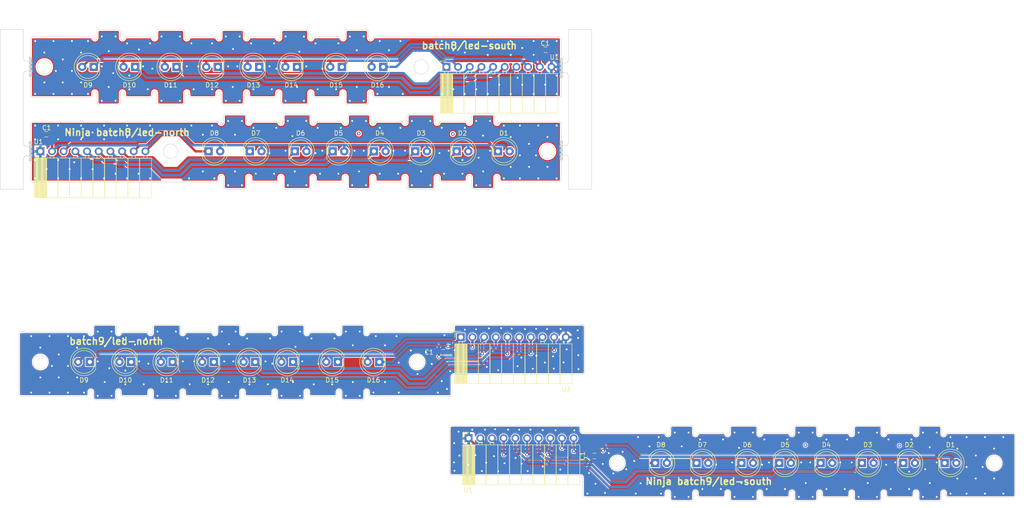
<source format=kicad_pcb>
(kicad_pcb (version 20171130) (host pcbnew "(5.1.6-0-10_14)")
  (layers (0 F.Cu signal) (31 B.Cu signal) (34 B.Paste user) (35 F.Paste user) (36 B.SilkS user) (37 F.SilkS user) (38 B.Mask user) (39 F.Mask user) (44 Edge.Cuts user))
  (net 0 "")
  (net 1 GND)
  (net 2 VCC)
  (net 3 OUT1)
  (net 4 OUT2)
  (net 5 OUT3)
  (net 6 OUT4)
  (net 7 OUT5)
  (net 8 OUT6)
  (net 9 OUT7)
  (net 10 OUT8)
  (net 11 OUT9)
  (net 12 OUT10)
  (net 13 OUT11)
  (net 14 OUT12)
  (net 15 OUT13)
  (net 16 OUT14)
  (net 17 OUT15)
  (net 18 OUT16)
  (module LEDs:LED_D5.0mm (layer F.Cu) (at 182.23 71.122)
    (fp_text reference D1 (at 1.27 -3.96) (layer F.SilkS))
    (fp_text value LED)
    (pad 1 thru_hole rect (at 0 0) (size 1.8 1.8) (drill 0.9) (layers *.Cu *.Mask) (net 3 OUT1))
    (pad 2 thru_hole circle (at 2.54 0) (size 1.8 1.8) (drill 0.9) (layers *.Cu *.Mask) (net 2 VCC))
  )
  (module LEDs:LED_D5.0mm (layer F.Cu) (at 173.23 71.122)
    (fp_text reference D2 (at 1.27 -3.96) (layer F.SilkS))
    (fp_text value LED)
    (pad 2 thru_hole circle (at 2.54 0) (size 1.8 1.8) (drill 0.9) (layers *.Cu *.Mask) (net 2 VCC))
    (pad 1 thru_hole rect (at 0 0) (size 1.8 1.8) (drill 0.9) (layers *.Cu *.Mask) (net 4 OUT2))
  )
  (module LEDs:LED_D5.0mm (layer F.Cu) (at 164.23 71.122)
    (fp_text reference D3 (at 1.27 -3.96) (layer F.SilkS))
    (fp_text value LED)
    (pad 1 thru_hole rect (at 0 0) (size 1.8 1.8) (drill 0.9) (layers *.Cu *.Mask) (net 5 OUT3))
    (pad 2 thru_hole circle (at 2.54 0) (size 1.8 1.8) (drill 0.9) (layers *.Cu *.Mask) (net 2 VCC))
  )
  (module LEDs:LED_D5.0mm (layer F.Cu) (at 155.23 71.122)
    (fp_text reference D4 (at 1.27 -3.96) (layer F.SilkS))
    (fp_text value LED)
    (pad 2 thru_hole circle (at 2.54 0) (size 1.8 1.8) (drill 0.9) (layers *.Cu *.Mask) (net 2 VCC))
    (pad 1 thru_hole rect (at 0 0) (size 1.8 1.8) (drill 0.9) (layers *.Cu *.Mask) (net 6 OUT4))
  )
  (module LEDs:LED_D5.0mm (layer F.Cu) (at 146.23 71.122)
    (fp_text reference D5 (at 1.27 -3.96) (layer F.SilkS))
    (fp_text value LED)
    (pad 1 thru_hole rect (at 0 0) (size 1.8 1.8) (drill 0.9) (layers *.Cu *.Mask) (net 7 OUT5))
    (pad 2 thru_hole circle (at 2.54 0) (size 1.8 1.8) (drill 0.9) (layers *.Cu *.Mask) (net 2 VCC))
  )
  (module LEDs:LED_D5.0mm (layer F.Cu) (at 138 71.122)
    (fp_text reference D6 (at 1.27 -3.96) (layer F.SilkS))
    (fp_text value LED)
    (pad 2 thru_hole circle (at 2.54 0) (size 1.8 1.8) (drill 0.9) (layers *.Cu *.Mask) (net 2 VCC))
    (pad 1 thru_hole rect (at 0 0) (size 1.8 1.8) (drill 0.9) (layers *.Cu *.Mask) (net 8 OUT6))
  )
  (module LEDs:LED_D5.0mm (layer F.Cu) (at 128.23 71.122)
    (fp_text reference D7 (at 1.27 -3.96) (layer F.SilkS))
    (fp_text value LED)
    (pad 1 thru_hole rect (at 0 0) (size 1.8 1.8) (drill 0.9) (layers *.Cu *.Mask) (net 9 OUT7))
    (pad 2 thru_hole circle (at 2.54 0) (size 1.8 1.8) (drill 0.9) (layers *.Cu *.Mask) (net 2 VCC))
  )
  (module LEDs:LED_D5.0mm (layer F.Cu) (at 119.23 71.122)
    (fp_text reference D8 (at 1.27 -3.96) (layer F.SilkS))
    (fp_text value LED)
    (pad 2 thru_hole circle (at 2.54 0) (size 1.8 1.8) (drill 0.9) (layers *.Cu *.Mask) (net 2 VCC))
    (pad 1 thru_hole rect (at 0 0) (size 1.8 1.8) (drill 0.9) (layers *.Cu *.Mask) (net 10 OUT8))
  )
  (module Socket_Strips:Socket_Strip_Angled_1x10_Pitch2.54mm (layer F.Cu) (at 82.634254 71.122 90)
    (fp_text reference U1 (at 2.1 -0.434254 180) (layer F.SilkS))
    (fp_text value Conn_02x05)
    (pad 1 thru_hole rect (at 0 0 90) (size 1.7 1.7) (drill 1) (layers *.Cu *.Mask) (net 1 GND))
    (pad 2 thru_hole oval (at 0 2.54 90) (size 1.7 1.7) (drill 1) (layers *.Cu *.Mask) (net 2 VCC))
    (pad 3 thru_hole oval (at 0 5.08 90) (size 1.7 1.7) (drill 1) (layers *.Cu *.Mask) (net 3 OUT1))
    (pad 4 thru_hole oval (at 0 7.62 90) (size 1.7 1.7) (drill 1) (layers *.Cu *.Mask) (net 4 OUT2))
    (pad 5 thru_hole oval (at 0 10.16 90) (size 1.7 1.7) (drill 1) (layers *.Cu *.Mask) (net 5 OUT3))
    (pad 6 thru_hole oval (at 0 12.7 90) (size 1.7 1.7) (drill 1) (layers *.Cu *.Mask) (net 6 OUT4))
    (pad 7 thru_hole oval (at 0 15.24 90) (size 1.7 1.7) (drill 1) (layers *.Cu *.Mask) (net 7 OUT5))
    (pad 8 thru_hole oval (at 0 17.78 90) (size 1.7 1.7) (drill 1) (layers *.Cu *.Mask) (net 8 OUT6))
    (pad 9 thru_hole oval (at 0 20.32 90) (size 1.7 1.7) (drill 1) (layers *.Cu *.Mask) (net 9 OUT7))
    (pad 10 thru_hole oval (at 0 22.86 90) (size 1.7 1.7) (drill 1) (layers *.Cu *.Mask) (net 10 OUT8))
  )
  (module Capacitors_SMD:C_0603_HandSoldering (layer F.Cu) (at 83.93 67.392 180)
    (fp_text reference C1 (at -0.07 1.392) (layer F.SilkS))
    (fp_text value C)
    (pad 2 smd rect (at 0.95 0 180) (size 1.2 0.75) (layers F.Cu F.Paste F.Mask) (net 1 GND))
    (pad 1 smd rect (at -0.95 0 180) (size 1.2 0.75) (layers F.Cu F.Paste F.Mask) (net 2 VCC))
  )
  (module Capacitors_SMD:C_0603_HandSoldering (layer F.Cu) (at 192.57 48.992)
    (fp_text reference C1 (at -0.07 -1.392) (layer F.SilkS))
    (fp_text value C)
    (pad 2 smd rect (at 0.95 0) (size 1.2 0.75) (layers F.Cu F.Paste F.Mask) (net 1 GND))
    (pad 1 smd rect (at -0.95 0) (size 1.2 0.75) (layers F.Cu F.Paste F.Mask) (net 2 VCC))
  )
  (module LEDs:LED_D5.0mm (layer F.Cu) (at 94.27 52.722 180)
    (fp_text reference D9 (at 1.27 -3.96) (layer F.SilkS))
    (fp_text value LED)
    (pad 1 thru_hole rect (at 0 0 180) (size 1.8 1.8) (drill 0.9) (layers *.Cu *.Mask) (net 11 OUT9))
    (pad 2 thru_hole circle (at 2.54 0 180) (size 1.8 1.8) (drill 0.9) (layers *.Cu *.Mask) (net 2 VCC))
  )
  (module LEDs:LED_D5.0mm (layer F.Cu) (at 103.27 52.722 180)
    (fp_text reference D10 (at 1.27 -3.96) (layer F.SilkS))
    (fp_text value LED)
    (pad 2 thru_hole circle (at 2.54 0 180) (size 1.8 1.8) (drill 0.9) (layers *.Cu *.Mask) (net 2 VCC))
    (pad 1 thru_hole rect (at 0 0 180) (size 1.8 1.8) (drill 0.9) (layers *.Cu *.Mask) (net 12 OUT10))
  )
  (module LEDs:LED_D5.0mm (layer F.Cu) (at 112.27 52.722 180)
    (fp_text reference D11 (at 1.27 -3.96) (layer F.SilkS))
    (fp_text value LED)
    (pad 1 thru_hole rect (at 0 0 180) (size 1.8 1.8) (drill 0.9) (layers *.Cu *.Mask) (net 13 OUT11))
    (pad 2 thru_hole circle (at 2.54 0 180) (size 1.8 1.8) (drill 0.9) (layers *.Cu *.Mask) (net 2 VCC))
  )
  (module LEDs:LED_D5.0mm (layer F.Cu) (at 121.27 52.722 180)
    (fp_text reference D12 (at 1.27 -3.96) (layer F.SilkS))
    (fp_text value LED)
    (pad 2 thru_hole circle (at 2.54 0 180) (size 1.8 1.8) (drill 0.9) (layers *.Cu *.Mask) (net 2 VCC))
    (pad 1 thru_hole rect (at 0 0 180) (size 1.8 1.8) (drill 0.9) (layers *.Cu *.Mask) (net 14 OUT12))
  )
  (module LEDs:LED_D5.0mm (layer F.Cu) (at 130.27 52.722 180)
    (fp_text reference D13 (at 1.27 -3.96) (layer F.SilkS))
    (fp_text value LED)
    (pad 1 thru_hole rect (at 0 0 180) (size 1.8 1.8) (drill 0.9) (layers *.Cu *.Mask) (net 15 OUT13))
    (pad 2 thru_hole circle (at 2.54 0 180) (size 1.8 1.8) (drill 0.9) (layers *.Cu *.Mask) (net 2 VCC))
  )
  (module LEDs:LED_D5.0mm (layer F.Cu) (at 138.5 52.722 180)
    (fp_text reference D14 (at 1.27 -3.96) (layer F.SilkS))
    (fp_text value LED)
    (pad 2 thru_hole circle (at 2.54 0 180) (size 1.8 1.8) (drill 0.9) (layers *.Cu *.Mask) (net 2 VCC))
    (pad 1 thru_hole rect (at 0 0 180) (size 1.8 1.8) (drill 0.9) (layers *.Cu *.Mask) (net 16 OUT14))
  )
  (module LEDs:LED_D5.0mm (layer F.Cu) (at 148.27 52.722 180)
    (fp_text reference D15 (at 1.27 -3.96) (layer F.SilkS))
    (fp_text value LED)
    (pad 1 thru_hole rect (at 0 0 180) (size 1.8 1.8) (drill 0.9) (layers *.Cu *.Mask) (net 17 OUT15))
    (pad 2 thru_hole circle (at 2.54 0 180) (size 1.8 1.8) (drill 0.9) (layers *.Cu *.Mask) (net 2 VCC))
  )
  (module LEDs:LED_D5.0mm (layer F.Cu) (at 157.27 52.722 180)
    (fp_text reference D16 (at 1.27 -3.96) (layer F.SilkS))
    (fp_text value LED)
    (pad 2 thru_hole circle (at 2.54 0 180) (size 1.8 1.8) (drill 0.9) (layers *.Cu *.Mask) (net 2 VCC))
    (pad 1 thru_hole rect (at 0 0 180) (size 1.8 1.8) (drill 0.9) (layers *.Cu *.Mask) (net 18 OUT16))
  )
  (module Socket_Strips:Socket_Strip_Angled_1x10_Pitch2.54mm (layer F.Cu) (at 171.005746 52.722 90)
    (fp_text reference U1 (at 2.1 23.494254 180) (layer F.SilkS))
    (fp_text value Conn_02x05)
    (pad 1 thru_hole rect (at 0 0 90) (size 1.7 1.7) (drill 1) (layers *.Cu *.Mask) (net 18 OUT16))
    (pad 2 thru_hole oval (at 0 2.54 90) (size 1.7 1.7) (drill 1) (layers *.Cu *.Mask) (net 17 OUT15))
    (pad 3 thru_hole oval (at 0 5.08 90) (size 1.7 1.7) (drill 1) (layers *.Cu *.Mask) (net 16 OUT14))
    (pad 4 thru_hole oval (at 0 7.62 90) (size 1.7 1.7) (drill 1) (layers *.Cu *.Mask) (net 15 OUT13))
    (pad 5 thru_hole oval (at 0 10.16 90) (size 1.7 1.7) (drill 1) (layers *.Cu *.Mask) (net 14 OUT12))
    (pad 6 thru_hole oval (at 0 12.7 90) (size 1.7 1.7) (drill 1) (layers *.Cu *.Mask) (net 13 OUT11))
    (pad 7 thru_hole oval (at 0 15.24 90) (size 1.7 1.7) (drill 1) (layers *.Cu *.Mask) (net 12 OUT10))
    (pad 8 thru_hole oval (at 0 17.78 90) (size 1.7 1.7) (drill 1) (layers *.Cu *.Mask) (net 11 OUT9))
    (pad 9 thru_hole oval (at 0 20.32 90) (size 1.7 1.7) (drill 1) (layers *.Cu *.Mask) (net 2 VCC))
    (pad 10 thru_hole oval (at 0 22.86 90) (size 1.7 1.7) (drill 1) (layers *.Cu *.Mask) (net 1 GND))
  )
  (module Capacitors_SMD:C_0603_HandSoldering (layer F.Cu) (at 203.21 137.49 180)
    (fp_text reference C1 (at 2.608 0 270) (layer F.SilkS))
    (fp_text value C)
    (pad 2 smd rect (at 0.95 0 180) (size 1.2 0.75) (layers F.Cu F.Paste F.Mask) (net 1 GND))
    (pad 1 smd rect (at -0.95 0 180) (size 1.2 0.75) (layers F.Cu F.Paste F.Mask) (net 2 VCC))
  )
  (module LEDs:LED_D5.0mm (layer F.Cu) (at 279.44 139.012)
    (fp_text reference D1 (at 1.27 -3.96) (layer F.SilkS))
    (fp_text value LED)
    (pad 1 thru_hole rect (at 0 0) (size 1.8 1.8) (drill 0.9) (layers *.Cu *.Mask) (net 3 OUT1))
    (pad 2 thru_hole circle (at 2.54 0) (size 1.8 1.8) (drill 0.9) (layers *.Cu *.Mask) (net 2 VCC))
  )
  (module LEDs:LED_D5.0mm (layer F.Cu) (at 270.44 139.012)
    (fp_text reference D2 (at 1.27 -3.96) (layer F.SilkS))
    (fp_text value LED)
    (pad 2 thru_hole circle (at 2.54 0) (size 1.8 1.8) (drill 0.9) (layers *.Cu *.Mask) (net 2 VCC))
    (pad 1 thru_hole rect (at 0 0) (size 1.8 1.8) (drill 0.9) (layers *.Cu *.Mask) (net 4 OUT2))
  )
  (module LEDs:LED_D5.0mm (layer F.Cu) (at 261.44 139.012)
    (fp_text reference D3 (at 1.27 -3.96) (layer F.SilkS))
    (fp_text value LED)
    (pad 1 thru_hole rect (at 0 0) (size 1.8 1.8) (drill 0.9) (layers *.Cu *.Mask) (net 5 OUT3))
    (pad 2 thru_hole circle (at 2.54 0) (size 1.8 1.8) (drill 0.9) (layers *.Cu *.Mask) (net 2 VCC))
  )
  (module LEDs:LED_D5.0mm (layer F.Cu) (at 252.44 139.012)
    (fp_text reference D4 (at 1.27 -3.96) (layer F.SilkS))
    (fp_text value LED)
    (pad 2 thru_hole circle (at 2.54 0) (size 1.8 1.8) (drill 0.9) (layers *.Cu *.Mask) (net 2 VCC))
    (pad 1 thru_hole rect (at 0 0) (size 1.8 1.8) (drill 0.9) (layers *.Cu *.Mask) (net 6 OUT4))
  )
  (module LEDs:LED_D5.0mm (layer F.Cu) (at 243.44 139.012)
    (fp_text reference D5 (at 1.27 -3.96) (layer F.SilkS))
    (fp_text value LED)
    (pad 1 thru_hole rect (at 0 0) (size 1.8 1.8) (drill 0.9) (layers *.Cu *.Mask) (net 7 OUT5))
    (pad 2 thru_hole circle (at 2.54 0) (size 1.8 1.8) (drill 0.9) (layers *.Cu *.Mask) (net 2 VCC))
  )
  (module LEDs:LED_D5.0mm (layer F.Cu) (at 235.21 139.012)
    (fp_text reference D6 (at 1.27 -3.96) (layer F.SilkS))
    (fp_text value LED)
    (pad 2 thru_hole circle (at 2.54 0) (size 1.8 1.8) (drill 0.9) (layers *.Cu *.Mask) (net 2 VCC))
    (pad 1 thru_hole rect (at 0 0) (size 1.8 1.8) (drill 0.9) (layers *.Cu *.Mask) (net 8 OUT6))
  )
  (module LEDs:LED_D5.0mm (layer F.Cu) (at 225.44 139.012)
    (fp_text reference D7 (at 1.27 -3.96) (layer F.SilkS))
    (fp_text value LED)
    (pad 1 thru_hole rect (at 0 0) (size 1.8 1.8) (drill 0.9) (layers *.Cu *.Mask) (net 9 OUT7))
    (pad 2 thru_hole circle (at 2.54 0) (size 1.8 1.8) (drill 0.9) (layers *.Cu *.Mask) (net 2 VCC))
  )
  (module LEDs:LED_D5.0mm (layer F.Cu) (at 216.44 139.012)
    (fp_text reference D8 (at 1.27 -3.96) (layer F.SilkS))
    (fp_text value LED)
    (pad 2 thru_hole circle (at 2.54 0) (size 1.8 1.8) (drill 0.9) (layers *.Cu *.Mask) (net 2 VCC))
    (pad 1 thru_hole rect (at 0 0) (size 1.8 1.8) (drill 0.9) (layers *.Cu *.Mask) (net 10 OUT8))
  )
  (module Socket_Strips:Socket_Strip_Angled_1x10_Pitch2.54mm (layer F.Cu) (at 175.844254 133.612 90)
    (fp_text reference U1 (at -11.278 -0.134254 180) (layer F.SilkS))
    (fp_text value Conn_02x05)
    (pad 1 thru_hole rect (at 0 0 90) (size 1.7 1.7) (drill 1) (layers *.Cu *.Mask) (net 1 GND))
    (pad 2 thru_hole oval (at 0 2.54 90) (size 1.7 1.7) (drill 1) (layers *.Cu *.Mask) (net 2 VCC))
    (pad 3 thru_hole oval (at 0 5.08 90) (size 1.7 1.7) (drill 1) (layers *.Cu *.Mask) (net 3 OUT1))
    (pad 4 thru_hole oval (at 0 7.62 90) (size 1.7 1.7) (drill 1) (layers *.Cu *.Mask) (net 4 OUT2))
    (pad 5 thru_hole oval (at 0 10.16 90) (size 1.7 1.7) (drill 1) (layers *.Cu *.Mask) (net 5 OUT3))
    (pad 6 thru_hole oval (at 0 12.7 90) (size 1.7 1.7) (drill 1) (layers *.Cu *.Mask) (net 6 OUT4))
    (pad 7 thru_hole oval (at 0 15.24 90) (size 1.7 1.7) (drill 1) (layers *.Cu *.Mask) (net 7 OUT5))
    (pad 8 thru_hole oval (at 0 17.78 90) (size 1.7 1.7) (drill 1) (layers *.Cu *.Mask) (net 8 OUT6))
    (pad 9 thru_hole oval (at 0 20.32 90) (size 1.7 1.7) (drill 1) (layers *.Cu *.Mask) (net 9 OUT7))
    (pad 10 thru_hole oval (at 0 22.86 90) (size 1.7 1.7) (drill 1) (layers *.Cu *.Mask) (net 10 OUT8))
  )
  (module Capacitors_SMD:C_0603_HandSoldering (layer F.Cu) (at 170.33 114.9)
    (fp_text reference C1 (at -3.108 0) (layer F.SilkS))
    (fp_text value C)
    (pad 2 smd rect (at 0.95 0) (size 1.2 0.75) (layers F.Cu F.Paste F.Mask) (net 1 GND))
    (pad 1 smd rect (at -0.95 0) (size 1.2 0.75) (layers F.Cu F.Paste F.Mask) (net 2 VCC))
  )
  (module LEDs:LED_D5.0mm (layer F.Cu) (at 93.4 117.002 180)
    (fp_text reference D9 (at 1.27 -3.96) (layer F.SilkS))
    (fp_text value LED)
    (pad 1 thru_hole rect (at 0 0 180) (size 1.8 1.8) (drill 0.9) (layers *.Cu *.Mask) (net 11 OUT9))
    (pad 2 thru_hole circle (at 2.54 0 180) (size 1.8 1.8) (drill 0.9) (layers *.Cu *.Mask) (net 2 VCC))
  )
  (module LEDs:LED_D5.0mm (layer F.Cu) (at 102.4 117.002 180)
    (fp_text reference D10 (at 1.27 -3.96) (layer F.SilkS))
    (fp_text value LED)
    (pad 2 thru_hole circle (at 2.54 0 180) (size 1.8 1.8) (drill 0.9) (layers *.Cu *.Mask) (net 2 VCC))
    (pad 1 thru_hole rect (at 0 0 180) (size 1.8 1.8) (drill 0.9) (layers *.Cu *.Mask) (net 12 OUT10))
  )
  (module LEDs:LED_D5.0mm (layer F.Cu) (at 111.4 117.002 180)
    (fp_text reference D11 (at 1.27 -3.96) (layer F.SilkS))
    (fp_text value LED)
    (pad 1 thru_hole rect (at 0 0 180) (size 1.8 1.8) (drill 0.9) (layers *.Cu *.Mask) (net 13 OUT11))
    (pad 2 thru_hole circle (at 2.54 0 180) (size 1.8 1.8) (drill 0.9) (layers *.Cu *.Mask) (net 2 VCC))
  )
  (module LEDs:LED_D5.0mm (layer F.Cu) (at 120.4 117.002 180)
    (fp_text reference D12 (at 1.27 -3.96) (layer F.SilkS))
    (fp_text value LED)
    (pad 2 thru_hole circle (at 2.54 0 180) (size 1.8 1.8) (drill 0.9) (layers *.Cu *.Mask) (net 2 VCC))
    (pad 1 thru_hole rect (at 0 0 180) (size 1.8 1.8) (drill 0.9) (layers *.Cu *.Mask) (net 14 OUT12))
  )
  (module LEDs:LED_D5.0mm (layer F.Cu) (at 129.4 117.002 180)
    (fp_text reference D13 (at 1.27 -3.96) (layer F.SilkS))
    (fp_text value LED)
    (pad 1 thru_hole rect (at 0 0 180) (size 1.8 1.8) (drill 0.9) (layers *.Cu *.Mask) (net 15 OUT13))
    (pad 2 thru_hole circle (at 2.54 0 180) (size 1.8 1.8) (drill 0.9) (layers *.Cu *.Mask) (net 2 VCC))
  )
  (module LEDs:LED_D5.0mm (layer F.Cu) (at 137.63 117.002 180)
    (fp_text reference D14 (at 1.27 -3.96) (layer F.SilkS))
    (fp_text value LED)
    (pad 2 thru_hole circle (at 2.54 0 180) (size 1.8 1.8) (drill 0.9) (layers *.Cu *.Mask) (net 2 VCC))
    (pad 1 thru_hole rect (at 0 0 180) (size 1.8 1.8) (drill 0.9) (layers *.Cu *.Mask) (net 16 OUT14))
  )
  (module LEDs:LED_D5.0mm (layer F.Cu) (at 147.4 117.002 180)
    (fp_text reference D15 (at 1.27 -3.96) (layer F.SilkS))
    (fp_text value LED)
    (pad 1 thru_hole rect (at 0 0 180) (size 1.8 1.8) (drill 0.9) (layers *.Cu *.Mask) (net 17 OUT15))
    (pad 2 thru_hole circle (at 2.54 0 180) (size 1.8 1.8) (drill 0.9) (layers *.Cu *.Mask) (net 2 VCC))
  )
  (module LEDs:LED_D5.0mm (layer F.Cu) (at 156.4 117.002 180)
    (fp_text reference D16 (at 1.27 -3.96) (layer F.SilkS))
    (fp_text value LED)
    (pad 2 thru_hole circle (at 2.54 0 180) (size 1.8 1.8) (drill 0.9) (layers *.Cu *.Mask) (net 2 VCC))
    (pad 1 thru_hole rect (at 0 0 180) (size 1.8 1.8) (drill 0.9) (layers *.Cu *.Mask) (net 18 OUT16))
  )
  (module Socket_Strips:Socket_Strip_Angled_1x10_Pitch2.54mm (layer F.Cu) (at 174.135746 111.602 90)
    (fp_text reference U1 (at -11.278 22.994254 180) (layer F.SilkS))
    (fp_text value Conn_02x05)
    (pad 1 thru_hole rect (at 0 0 90) (size 1.7 1.7) (drill 1) (layers *.Cu *.Mask) (net 18 OUT16))
    (pad 2 thru_hole oval (at 0 2.54 90) (size 1.7 1.7) (drill 1) (layers *.Cu *.Mask) (net 17 OUT15))
    (pad 3 thru_hole oval (at 0 5.08 90) (size 1.7 1.7) (drill 1) (layers *.Cu *.Mask) (net 16 OUT14))
    (pad 4 thru_hole oval (at 0 7.62 90) (size 1.7 1.7) (drill 1) (layers *.Cu *.Mask) (net 15 OUT13))
    (pad 5 thru_hole oval (at 0 10.16 90) (size 1.7 1.7) (drill 1) (layers *.Cu *.Mask) (net 14 OUT12))
    (pad 6 thru_hole oval (at 0 12.7 90) (size 1.7 1.7) (drill 1) (layers *.Cu *.Mask) (net 13 OUT11))
    (pad 7 thru_hole oval (at 0 15.24 90) (size 1.7 1.7) (drill 1) (layers *.Cu *.Mask) (net 12 OUT10))
    (pad 8 thru_hole oval (at 0 17.78 90) (size 1.7 1.7) (drill 1) (layers *.Cu *.Mask) (net 11 OUT9))
    (pad 9 thru_hole oval (at 0 20.32 90) (size 1.7 1.7) (drill 1) (layers *.Cu *.Mask) (net 2 VCC))
    (pad 10 thru_hole oval (at 0 22.86 90) (size 1.7 1.7) (drill 1) (layers *.Cu *.Mask) (net 1 GND))
  )
  (gr_line (start 202.6 44.6) (end 197.6 44.6) (layer Edge.Cuts) (width 0.1))
  (gr_line (start 197.6 79.4) (end 202.6 79.4) (layer Edge.Cuts) (width 0.1))
  (gr_line (start 202.6 79.4) (end 202.6 44.6) (layer Edge.Cuts) (width 0.1))
  (gr_line (start 73.9 79.4) (end 78.9 79.4) (layer Edge.Cuts) (width 0.1))
  (gr_line (start 73.9 44.6) (end 73.9 79.4) (layer Edge.Cuts) (width 0.1))
  (gr_line (start 78.9 44.6) (end 73.9 44.6) (layer Edge.Cuts) (width 0.1))
  (gr_line (start 197.6 44.6) (end 197.6 51.1) (layer Edge.Cuts) (width 0.1))
  (gr_line (start 197.6 72.7) (end 197.6 79.4) (layer Edge.Cuts) (width 0.1))
  (gr_line (start 197.6 54.7) (end 197.6 69.1) (layer Edge.Cuts) (width 0.1))
  (gr_line (start 78.9 54.4) (end 78.9 69.3) (layer Edge.Cuts) (width 0.1))
  (gr_line (start 78.9 72.9) (end 78.9 79.4) (layer Edge.Cuts) (width 0.1))
  (gr_line (start 78.9 44.6) (end 78.9 50.8) (layer Edge.Cuts) (width 0.1))
  (gr_line (start 80.5 46.69964) (end 80.5 50.8) (layer Edge.Cuts) (width 0.1))
  (gr_arc (start 196.8 51.1) (end 196 51.1) (angle -180) (layer Edge.Cuts) (width 0.1))
  (gr_arc (start 196.8 54.7) (end 197.6 54.7) (angle -180) (layer Edge.Cuts) (width 0.1))
  (target x (at 80.5 53.6) (size 0.55) (width 0.2) (layer Edge.Cuts))
  (target x (at 80.5 52.7) (size 0.55) (width 0.2) (layer Edge.Cuts))
  (target x (at 80.5 50.9) (size 0.55) (width 0.2) (layer Edge.Cuts))
  (target x (at 80.5 51.8) (size 0.55) (width 0.2) (layer Edge.Cuts))
  (target x (at 80.5 54.5) (size 0.55) (width 0.2) (layer Edge.Cuts))
  (gr_line (start 196 72.7) (end 196 77.30036) (layer Edge.Cuts) (width 0.1))
  (target x (at 196 72.7) (size 0.55) (width 0.2) (layer Edge.Cuts))
  (target x (at 196 70.9) (size 0.55) (width 0.2) (layer Edge.Cuts))
  (target x (at 196 71.8) (size 0.55) (width 0.2) (layer Edge.Cuts))
  (target x (at 196 70) (size 0.55) (width 0.2) (layer Edge.Cuts))
  (target x (at 196 69.1) (size 0.55) (width 0.2) (layer Edge.Cuts))
  (gr_arc (start 196.8 72.7) (end 197.6 72.7) (angle -180) (layer Edge.Cuts) (width 0.1))
  (gr_arc (start 196.8 69.1) (end 196 69.1) (angle -180) (layer Edge.Cuts) (width 0.1))
  (gr_line (start 80.5 77.30036) (end 80.5 72.9) (layer Edge.Cuts) (width 0.1))
  (target x (at 80.5 71.1) (size 0.55) (width 0.2) (layer Edge.Cuts))
  (target x (at 80.5 70.2) (size 0.55) (width 0.2) (layer Edge.Cuts))
  (target x (at 80.5 72) (size 0.55) (width 0.2) (layer Edge.Cuts))
  (target x (at 80.5 72.9) (size 0.55) (width 0.2) (layer Edge.Cuts))
  (target x (at 80.5 69.3) (size 0.55) (width 0.2) (layer Edge.Cuts))
  (gr_arc (start 79.7 69.3) (end 78.9 69.3) (angle -180) (layer Edge.Cuts) (width 0.1))
  (gr_arc (start 79.7 72.9) (end 80.5 72.9) (angle -180) (layer Edge.Cuts) (width 0.1))
  (gr_line (start 196 51.1) (end 196 46.69964) (layer Edge.Cuts) (width 0.1))
  (gr_text "Ninja batch8/led-north" (at 101.5 67) (layer F.SilkS) (effects (font (size 1.5 1.5) (thickness 0.3))))
  (gr_arc (start 81 77.30036) (end 81 77.80036) (angle 90) (layer Edge.Cuts) (width 0.1))
  (gr_circle (center 111 71.122) (end 112.6 71.122) (layer Edge.Cuts) (width 0.1))
  (gr_circle (center 193 71.122) (end 194.6 71.122) (layer Edge.Cuts) (width 0.1))
  (gr_line (start 80.5 69.3) (end 80.5 65.09964) (layer Edge.Cuts) (width 0.1))
  (gr_line (start 121 77.80036) (end 81 77.80036) (layer Edge.Cuts) (width 0.1))
  (gr_arc (start 121 77.30036) (end 121 77.80036) (angle -90) (layer Edge.Cuts) (width 0.1))
  (gr_line (start 121.5 76.80036) (end 121.5 77.30036) (layer Edge.Cuts) (width 0.1))
  (gr_arc (start 122 76.80036) (end 122.5 76.80036) (angle -180) (layer Edge.Cuts) (width 0.1))
  (gr_line (start 122.5 78.9) (end 122.5 76.80036) (layer Edge.Cuts) (width 0.1))
  (gr_arc (start 123 78.9) (end 122.5 78.9) (angle -90) (layer Edge.Cuts) (width 0.1))
  (gr_line (start 127 79.4) (end 123 79.4) (layer Edge.Cuts) (width 0.1))
  (gr_arc (start 127 78.9) (end 127 79.4) (angle -90) (layer Edge.Cuts) (width 0.1))
  (gr_line (start 127.5 76.80036) (end 127.5 78.9) (layer Edge.Cuts) (width 0.1))
  (gr_arc (start 128 76.80036) (end 128.5 76.80036) (angle -180) (layer Edge.Cuts) (width 0.1))
  (gr_line (start 128.5 77.30036) (end 128.5 76.80036) (layer Edge.Cuts) (width 0.1))
  (gr_arc (start 129 77.30036) (end 128.5 77.30036) (angle -90) (layer Edge.Cuts) (width 0.1))
  (gr_line (start 134 77.80036) (end 129 77.80036) (layer Edge.Cuts) (width 0.1))
  (gr_arc (start 134 77.30036) (end 134 77.80036) (angle -90) (layer Edge.Cuts) (width 0.1))
  (gr_line (start 134.5 76.80036) (end 134.5 77.30036) (layer Edge.Cuts) (width 0.1))
  (gr_arc (start 135 76.80036) (end 135.5 76.80036) (angle -180) (layer Edge.Cuts) (width 0.1))
  (gr_line (start 135.5 78.900359) (end 135.5 76.80036) (layer Edge.Cuts) (width 0.1))
  (gr_arc (start 136 78.900359) (end 135.5 78.900359) (angle -90) (layer Edge.Cuts) (width 0.1))
  (gr_line (start 141 79.400359) (end 136 79.400359) (layer Edge.Cuts) (width 0.1))
  (gr_arc (start 141 78.900359) (end 141 79.400359) (angle -90) (layer Edge.Cuts) (width 0.1))
  (gr_line (start 141.5 76.80036) (end 141.5 78.900359) (layer Edge.Cuts) (width 0.1))
  (gr_arc (start 142 76.80036) (end 142.5 76.80036) (angle -180) (layer Edge.Cuts) (width 0.1))
  (gr_line (start 142.5 77.30036) (end 142.5 76.80036) (layer Edge.Cuts) (width 0.1))
  (gr_arc (start 143 77.30036) (end 142.5 77.30036) (angle -90) (layer Edge.Cuts) (width 0.1))
  (gr_line (start 148 77.80036) (end 143 77.80036) (layer Edge.Cuts) (width 0.1))
  (gr_arc (start 148 77.30036) (end 148 77.80036) (angle -90) (layer Edge.Cuts) (width 0.1))
  (gr_line (start 148.5 76.80036) (end 148.5 77.30036) (layer Edge.Cuts) (width 0.1))
  (gr_arc (start 149 76.80036) (end 149.5 76.80036) (angle -180) (layer Edge.Cuts) (width 0.1))
  (gr_line (start 149.5 78.9) (end 149.5 76.80036) (layer Edge.Cuts) (width 0.1))
  (gr_arc (start 150 78.9) (end 149.5 78.9) (angle -90) (layer Edge.Cuts) (width 0.1))
  (gr_line (start 154 79.4) (end 150 79.4) (layer Edge.Cuts) (width 0.1))
  (gr_arc (start 154 78.9) (end 154 79.4) (angle -90) (layer Edge.Cuts) (width 0.1))
  (gr_line (start 154.5 76.80036) (end 154.5 78.9) (layer Edge.Cuts) (width 0.1))
  (gr_arc (start 155 76.80036) (end 155.5 76.80036) (angle -180) (layer Edge.Cuts) (width 0.1))
  (gr_line (start 155.5 77.30036) (end 155.5 76.80036) (layer Edge.Cuts) (width 0.1))
  (gr_arc (start 156 77.30036) (end 155.5 77.30036) (angle -90) (layer Edge.Cuts) (width 0.1))
  (gr_line (start 161 77.80036) (end 156 77.80036) (layer Edge.Cuts) (width 0.1))
  (gr_arc (start 161 77.30036) (end 161 77.80036) (angle -89.99999625) (layer Edge.Cuts) (width 0.1))
  (gr_line (start 161.5 76.80036) (end 161.5 77.30036) (layer Edge.Cuts) (width 0.1))
  (gr_arc (start 162 76.800361) (end 162.5 76.80036) (angle -179.9999911) (layer Edge.Cuts) (width 0.1))
  (gr_line (start 162.5 78.900364) (end 162.5 76.80036) (layer Edge.Cuts) (width 0.1))
  (gr_arc (start 163 78.900364) (end 162.5 78.900364) (angle -90) (layer Edge.Cuts) (width 0.1))
  (gr_line (start 168 79.400364) (end 163 79.400364) (layer Edge.Cuts) (width 0.1))
  (gr_arc (start 168 78.900364) (end 168 79.400364) (angle -90) (layer Edge.Cuts) (width 0.1))
  (gr_line (start 168.5 76.80036) (end 168.5 78.900364) (layer Edge.Cuts) (width 0.1))
  (gr_arc (start 169 76.80036) (end 169.5 76.80036) (angle -180) (layer Edge.Cuts) (width 0.1))
  (gr_line (start 169.5 77.30036) (end 169.5 76.80036) (layer Edge.Cuts) (width 0.1))
  (gr_arc (start 170 77.30036) (end 169.5 77.30036) (angle -90) (layer Edge.Cuts) (width 0.1))
  (gr_line (start 175 77.80036) (end 170 77.80036) (layer Edge.Cuts) (width 0.1))
  (gr_arc (start 175 77.30036) (end 175 77.80036) (angle -90) (layer Edge.Cuts) (width 0.1))
  (gr_line (start 175.5 76.80036) (end 175.5 77.30036) (layer Edge.Cuts) (width 0.1))
  (gr_arc (start 176 76.80036) (end 176.5 76.80036) (angle -180) (layer Edge.Cuts) (width 0.1))
  (gr_line (start 176.5 78.9) (end 176.5 76.80036) (layer Edge.Cuts) (width 0.1))
  (gr_arc (start 177 78.9) (end 176.5 78.9) (angle -90) (layer Edge.Cuts) (width 0.1))
  (gr_line (start 181 79.4) (end 177 79.4) (layer Edge.Cuts) (width 0.1))
  (gr_arc (start 181 78.9) (end 181 79.4) (angle -90) (layer Edge.Cuts) (width 0.1))
  (gr_line (start 181.5 76.80036) (end 181.5 78.9) (layer Edge.Cuts) (width 0.1))
  (gr_arc (start 182 76.80036) (end 182.5 76.80036) (angle -180) (layer Edge.Cuts) (width 0.1))
  (gr_line (start 182.5 77.30036) (end 182.5 76.80036) (layer Edge.Cuts) (width 0.1))
  (gr_arc (start 183 77.30036) (end 182.5 77.30036) (angle -90) (layer Edge.Cuts) (width 0.1))
  (gr_line (start 195.5 77.80036) (end 183 77.80036) (layer Edge.Cuts) (width 0.1))
  (gr_arc (start 195.5 77.30036) (end 195.5 77.80036) (angle -90) (layer Edge.Cuts) (width 0.1))
  (gr_line (start 196 65.09964) (end 196 69.1) (layer Edge.Cuts) (width 0.1))
  (gr_arc (start 195.5 65.09964) (end 196 65.09964) (angle -90) (layer Edge.Cuts) (width 0.1))
  (gr_line (start 182.954253 64.59964) (end 195.5 64.59964) (layer Edge.Cuts) (width 0.1))
  (gr_arc (start 182.954253 65.09964) (end 182.954253 64.59964) (angle -72.60244929) (layer Edge.Cuts) (width 0.1))
  (gr_arc (start 182 64.80064) (end 181.5 64.80064) (angle -162.6024493) (layer Edge.Cuts) (width 0.1))
  (gr_line (start 181.5 63.5) (end 181.5 64.80064) (layer Edge.Cuts) (width 0.1))
  (gr_arc (start 181 63.5) (end 181.5 63.5) (angle -90) (layer Edge.Cuts) (width 0.1))
  (gr_line (start 177 63) (end 181 63) (layer Edge.Cuts) (width 0.1))
  (gr_arc (start 177 63.5) (end 177 63) (angle -90) (layer Edge.Cuts) (width 0.1))
  (gr_line (start 176.5 64.80064) (end 176.5 63.5) (layer Edge.Cuts) (width 0.1))
  (gr_arc (start 176 64.80064) (end 175.522873 64.95014) (angle -162.6024493) (layer Edge.Cuts) (width 0.1))
  (gr_arc (start 175.045746 65.09964) (end 175.522873 64.95014) (angle -72.60244929) (layer Edge.Cuts) (width 0.1))
  (gr_line (start 169.954253 64.59964) (end 175.045746 64.59964) (layer Edge.Cuts) (width 0.1))
  (gr_arc (start 169.954253 65.09964) (end 169.954253 64.59964) (angle -72.60244929) (layer Edge.Cuts) (width 0.1))
  (gr_arc (start 169 64.80064) (end 168.5 64.80064) (angle -162.6024404) (layer Edge.Cuts) (width 0.1))
  (gr_line (start 168.5 63.5) (end 168.5 64.80064) (layer Edge.Cuts) (width 0.1))
  (gr_arc (start 168 63.5) (end 168.5 63.5) (angle -90) (layer Edge.Cuts) (width 0.1))
  (gr_line (start 163 63) (end 168 63) (layer Edge.Cuts) (width 0.1))
  (gr_arc (start 163 63.5) (end 163 63) (angle -90) (layer Edge.Cuts) (width 0.1))
  (gr_line (start 162.5 64.80064) (end 162.5 63.5) (layer Edge.Cuts) (width 0.1))
  (gr_arc (start 162 64.80064) (end 161.522873 64.95014) (angle -162.6024493) (layer Edge.Cuts) (width 0.1))
  (gr_arc (start 161.045746 65.09964) (end 161.522873 64.95014) (angle -72.60244929) (layer Edge.Cuts) (width 0.1))
  (gr_line (start 155.954253 64.59964) (end 161.045746 64.59964) (layer Edge.Cuts) (width 0.1))
  (gr_arc (start 155.954253 65.09964) (end 155.954253 64.59964) (angle -72.60244929) (layer Edge.Cuts) (width 0.1))
  (gr_arc (start 155 64.80064) (end 154.5 64.80064) (angle -162.6024493) (layer Edge.Cuts) (width 0.1))
  (gr_line (start 154.5 63.5) (end 154.5 64.80064) (layer Edge.Cuts) (width 0.1))
  (gr_arc (start 154 63.5) (end 154.5 63.5) (angle -90) (layer Edge.Cuts) (width 0.1))
  (gr_line (start 150 63) (end 154 63) (layer Edge.Cuts) (width 0.1))
  (gr_arc (start 150 63.5) (end 150 63) (angle -90) (layer Edge.Cuts) (width 0.1))
  (gr_line (start 149.5 64.80064) (end 149.5 63.5) (layer Edge.Cuts) (width 0.1))
  (gr_arc (start 149 64.80064) (end 148.522873 64.95014) (angle -162.6024493) (layer Edge.Cuts) (width 0.1))
  (gr_arc (start 148.045746 65.09964) (end 148.522873 64.95014) (angle -72.60244929) (layer Edge.Cuts) (width 0.1))
  (gr_line (start 142.954253 64.59964) (end 148.045746 64.59964) (layer Edge.Cuts) (width 0.1))
  (gr_arc (start 142.954253 65.09964) (end 142.954253 64.59964) (angle -72.60244929) (layer Edge.Cuts) (width 0.1))
  (gr_arc (start 142 64.80064) (end 141.5 64.80064) (angle -162.6024581) (layer Edge.Cuts) (width 0.1))
  (gr_line (start 141.5 63.5) (end 141.5 64.80064) (layer Edge.Cuts) (width 0.1))
  (gr_arc (start 141 63.5) (end 141.5 63.5) (angle -90) (layer Edge.Cuts) (width 0.1))
  (gr_line (start 136 63) (end 141 63) (layer Edge.Cuts) (width 0.1))
  (gr_arc (start 136 63.5) (end 136 63) (angle -90) (layer Edge.Cuts) (width 0.1))
  (gr_line (start 135.5 64.80064) (end 135.5 63.5) (layer Edge.Cuts) (width 0.1))
  (gr_arc (start 135 64.80064) (end 134.522873 64.95014) (angle -162.6024581) (layer Edge.Cuts) (width 0.1))
  (gr_arc (start 134.045746 65.09964) (end 134.522873 64.95014) (angle -72.60244929) (layer Edge.Cuts) (width 0.1))
  (gr_line (start 128.954253 64.59964) (end 134.045746 64.59964) (layer Edge.Cuts) (width 0.1))
  (gr_arc (start 128.954253 65.09964) (end 128.954253 64.59964) (angle -72.60244929) (layer Edge.Cuts) (width 0.1))
  (gr_arc (start 128 64.80064) (end 127.5 64.80064) (angle -162.6024493) (layer Edge.Cuts) (width 0.1))
  (gr_line (start 127.5 63.5) (end 127.5 64.80064) (layer Edge.Cuts) (width 0.1))
  (gr_arc (start 127 63.5) (end 127.5 63.5) (angle -90) (layer Edge.Cuts) (width 0.1))
  (gr_line (start 123 63) (end 127 63) (layer Edge.Cuts) (width 0.1))
  (gr_arc (start 123 63.5) (end 123 63) (angle -90) (layer Edge.Cuts) (width 0.1))
  (gr_line (start 122.5 64.80064) (end 122.5 63.5) (layer Edge.Cuts) (width 0.1))
  (gr_arc (start 122 64.80064) (end 121.522873 64.95014) (angle -162.6024493) (layer Edge.Cuts) (width 0.1))
  (gr_arc (start 121.045746 65.09964) (end 121.522873 64.95014) (angle -72.60244929) (layer Edge.Cuts) (width 0.1))
  (gr_line (start 81 64.59964) (end 121.045746 64.59964) (layer Edge.Cuts) (width 0.1))
  (gr_arc (start 81 65.09964) (end 81 64.59964) (angle -90) (layer Edge.Cuts) (width 0.1))
  (gr_text batch8/led-south (at 176 48.1) (layer F.SilkS) (effects (font (size 1.5 1.5) (thickness 0.3))))
  (gr_arc (start 195.5 58.90036) (end 195.5 59.40036) (angle -90) (layer Edge.Cuts) (width 0.1))
  (gr_circle (center 165.5 52.722) (end 163.9 52.722) (layer Edge.Cuts) (width 0.1))
  (gr_circle (center 83.5 52.722) (end 81.9 52.722) (layer Edge.Cuts) (width 0.1))
  (gr_line (start 196 58.90036) (end 196 54.7) (layer Edge.Cuts) (width 0.1))
  (gr_line (start 155.5 59.40036) (end 195.5 59.40036) (layer Edge.Cuts) (width 0.1))
  (gr_arc (start 155.5 58.90036) (end 155.5 59.40036) (angle 90) (layer Edge.Cuts) (width 0.1))
  (gr_line (start 155 58.40036) (end 155 58.90036) (layer Edge.Cuts) (width 0.1))
  (gr_arc (start 154.5 58.40036) (end 154 58.40036) (angle 180) (layer Edge.Cuts) (width 0.1))
  (gr_line (start 154 60.5) (end 154 58.40036) (layer Edge.Cuts) (width 0.1))
  (gr_arc (start 153.5 60.5) (end 154 60.5) (angle 90) (layer Edge.Cuts) (width 0.1))
  (gr_line (start 149.5 61) (end 153.5 61) (layer Edge.Cuts) (width 0.1))
  (gr_arc (start 149.5 60.5) (end 149.5 61) (angle 90) (layer Edge.Cuts) (width 0.1))
  (gr_line (start 149 58.40036) (end 149 60.5) (layer Edge.Cuts) (width 0.1))
  (gr_arc (start 148.5 58.40036) (end 148 58.40036) (angle 180) (layer Edge.Cuts) (width 0.1))
  (gr_line (start 148 58.90036) (end 148 58.40036) (layer Edge.Cuts) (width 0.1))
  (gr_arc (start 147.5 58.90036) (end 148 58.90036) (angle 90) (layer Edge.Cuts) (width 0.1))
  (gr_line (start 142.5 59.40036) (end 147.5 59.40036) (layer Edge.Cuts) (width 0.1))
  (gr_arc (start 142.5 58.90036) (end 142.5 59.40036) (angle 90) (layer Edge.Cuts) (width 0.1))
  (gr_line (start 142 58.40036) (end 142 58.90036) (layer Edge.Cuts) (width 0.1))
  (gr_arc (start 141.5 58.40036) (end 141 58.40036) (angle 180) (layer Edge.Cuts) (width 0.1))
  (gr_line (start 141 60.500359) (end 141 58.40036) (layer Edge.Cuts) (width 0.1))
  (gr_arc (start 140.5 60.500359) (end 141 60.500359) (angle 90) (layer Edge.Cuts) (width 0.1))
  (gr_line (start 135.5 61.000359) (end 140.5 61.000359) (layer Edge.Cuts) (width 0.1))
  (gr_arc (start 135.5 60.500359) (end 135.5 61.000359) (angle 90) (layer Edge.Cuts) (width 0.1))
  (gr_line (start 135 58.40036) (end 135 60.500359) (layer Edge.Cuts) (width 0.1))
  (gr_arc (start 134.5 58.40036) (end 134 58.40036) (angle 180) (layer Edge.Cuts) (width 0.1))
  (gr_line (start 134 58.90036) (end 134 58.40036) (layer Edge.Cuts) (width 0.1))
  (gr_arc (start 133.5 58.90036) (end 134 58.90036) (angle 90) (layer Edge.Cuts) (width 0.1))
  (gr_line (start 128.5 59.40036) (end 133.5 59.40036) (layer Edge.Cuts) (width 0.1))
  (gr_arc (start 128.5 58.90036) (end 128.5 59.40036) (angle 90) (layer Edge.Cuts) (width 0.1))
  (gr_line (start 128 58.40036) (end 128 58.90036) (layer Edge.Cuts) (width 0.1))
  (gr_arc (start 127.5 58.40036) (end 127 58.40036) (angle 180) (layer Edge.Cuts) (width 0.1))
  (gr_line (start 127 60.5) (end 127 58.40036) (layer Edge.Cuts) (width 0.1))
  (gr_arc (start 126.5 60.5) (end 127 60.5) (angle 90) (layer Edge.Cuts) (width 0.1))
  (gr_line (start 122.5 61) (end 126.5 61) (layer Edge.Cuts) (width 0.1))
  (gr_arc (start 122.5 60.5) (end 122.5 61) (angle 90) (layer Edge.Cuts) (width 0.1))
  (gr_line (start 122 58.40036) (end 122 60.5) (layer Edge.Cuts) (width 0.1))
  (gr_arc (start 121.5 58.40036) (end 121 58.40036) (angle 180) (layer Edge.Cuts) (width 0.1))
  (gr_line (start 121 58.90036) (end 121 58.40036) (layer Edge.Cuts) (width 0.1))
  (gr_arc (start 120.5 58.90036) (end 121 58.90036) (angle 90) (layer Edge.Cuts) (width 0.1))
  (gr_line (start 115.5 59.40036) (end 120.5 59.40036) (layer Edge.Cuts) (width 0.1))
  (gr_arc (start 115.5 58.90036) (end 115.5 59.40036) (angle 89.99999625) (layer Edge.Cuts) (width 0.1))
  (gr_line (start 115 58.40036) (end 115 58.90036) (layer Edge.Cuts) (width 0.1))
  (gr_arc (start 114.5 58.400361) (end 114 58.40036) (angle 179.9999911) (layer Edge.Cuts) (width 0.1))
  (gr_line (start 114 60.500364) (end 114 58.40036) (layer Edge.Cuts) (width 0.1))
  (gr_arc (start 113.5 60.500364) (end 114 60.500364) (angle 90) (layer Edge.Cuts) (width 0.1))
  (gr_line (start 108.5 61.000364) (end 113.5 61.000364) (layer Edge.Cuts) (width 0.1))
  (gr_arc (start 108.5 60.500364) (end 108.5 61.000364) (angle 90) (layer Edge.Cuts) (width 0.1))
  (gr_line (start 108 58.40036) (end 108 60.500364) (layer Edge.Cuts) (width 0.1))
  (gr_arc (start 107.5 58.40036) (end 107 58.40036) (angle 180) (layer Edge.Cuts) (width 0.1))
  (gr_line (start 107 58.90036) (end 107 58.40036) (layer Edge.Cuts) (width 0.1))
  (gr_arc (start 106.5 58.90036) (end 107 58.90036) (angle 90) (layer Edge.Cuts) (width 0.1))
  (gr_line (start 101.5 59.40036) (end 106.5 59.40036) (layer Edge.Cuts) (width 0.1))
  (gr_arc (start 101.5 58.90036) (end 101.5 59.40036) (angle 90) (layer Edge.Cuts) (width 0.1))
  (gr_line (start 101 58.40036) (end 101 58.90036) (layer Edge.Cuts) (width 0.1))
  (gr_arc (start 100.5 58.40036) (end 100 58.40036) (angle 180) (layer Edge.Cuts) (width 0.1))
  (gr_line (start 100 60.5) (end 100 58.40036) (layer Edge.Cuts) (width 0.1))
  (gr_arc (start 99.5 60.5) (end 100 60.5) (angle 90) (layer Edge.Cuts) (width 0.1))
  (gr_line (start 95.5 61) (end 99.5 61) (layer Edge.Cuts) (width 0.1))
  (gr_arc (start 95.5 60.5) (end 95.5 61) (angle 90) (layer Edge.Cuts) (width 0.1))
  (gr_line (start 95 58.40036) (end 95 60.5) (layer Edge.Cuts) (width 0.1))
  (gr_arc (start 94.5 58.40036) (end 94 58.40036) (angle 180) (layer Edge.Cuts) (width 0.1))
  (gr_line (start 94 58.90036) (end 94 58.40036) (layer Edge.Cuts) (width 0.1))
  (gr_arc (start 93.5 58.90036) (end 94 58.90036) (angle 90) (layer Edge.Cuts) (width 0.1))
  (gr_line (start 81 59.40036) (end 93.5 59.40036) (layer Edge.Cuts) (width 0.1))
  (gr_arc (start 81 58.90036) (end 81 59.40036) (angle 90) (layer Edge.Cuts) (width 0.1))
  (gr_line (start 80.5 54.4) (end 80.5 58.90036) (layer Edge.Cuts) (width 0.1))
  (gr_arc (start 81 46.69964) (end 80.5 46.69964) (angle 90) (layer Edge.Cuts) (width 0.1))
  (gr_line (start 93.545747 46.19964) (end 81 46.19964) (layer Edge.Cuts) (width 0.1))
  (gr_arc (start 93.545747 46.69964) (end 93.545747 46.19964) (angle 72.60244929) (layer Edge.Cuts) (width 0.1))
  (gr_arc (start 94.5 46.40064) (end 95 46.40064) (angle 162.6024493) (layer Edge.Cuts) (width 0.1))
  (gr_line (start 95 45.1) (end 95 46.40064) (layer Edge.Cuts) (width 0.1))
  (gr_arc (start 95.5 45.1) (end 95 45.1) (angle 90) (layer Edge.Cuts) (width 0.1))
  (gr_line (start 99.5 44.6) (end 95.5 44.6) (layer Edge.Cuts) (width 0.1))
  (gr_arc (start 99.5 45.1) (end 99.5 44.6) (angle 90) (layer Edge.Cuts) (width 0.1))
  (gr_line (start 100 46.40064) (end 100 45.1) (layer Edge.Cuts) (width 0.1))
  (gr_arc (start 100.5 46.40064) (end 100.977127 46.55014) (angle 162.6024493) (layer Edge.Cuts) (width 0.1))
  (gr_arc (start 101.454254 46.69964) (end 100.977127 46.55014) (angle 72.60244929) (layer Edge.Cuts) (width 0.1))
  (gr_line (start 106.545747 46.19964) (end 101.454254 46.19964) (layer Edge.Cuts) (width 0.1))
  (gr_arc (start 106.545747 46.69964) (end 106.545747 46.19964) (angle 72.60244929) (layer Edge.Cuts) (width 0.1))
  (gr_arc (start 107.5 46.40064) (end 108 46.40064) (angle 162.6024404) (layer Edge.Cuts) (width 0.1))
  (gr_line (start 108 45.1) (end 108 46.40064) (layer Edge.Cuts) (width 0.1))
  (gr_arc (start 108.5 45.1) (end 108 45.1) (angle 90) (layer Edge.Cuts) (width 0.1))
  (gr_line (start 113.5 44.6) (end 108.5 44.6) (layer Edge.Cuts) (width 0.1))
  (gr_arc (start 113.5 45.1) (end 113.5 44.6) (angle 90) (layer Edge.Cuts) (width 0.1))
  (gr_line (start 114 46.40064) (end 114 45.1) (layer Edge.Cuts) (width 0.1))
  (gr_arc (start 114.5 46.40064) (end 114.977127 46.55014) (angle 162.6024493) (layer Edge.Cuts) (width 0.1))
  (gr_arc (start 115.454254 46.69964) (end 114.977127 46.55014) (angle 72.60244929) (layer Edge.Cuts) (width 0.1))
  (gr_line (start 120.545747 46.19964) (end 115.454254 46.19964) (layer Edge.Cuts) (width 0.1))
  (gr_arc (start 120.545747 46.69964) (end 120.545747 46.19964) (angle 72.60244929) (layer Edge.Cuts) (width 0.1))
  (gr_arc (start 121.5 46.40064) (end 122 46.40064) (angle 162.6024493) (layer Edge.Cuts) (width 0.1))
  (gr_line (start 122 45.1) (end 122 46.40064) (layer Edge.Cuts) (width 0.1))
  (gr_arc (start 122.5 45.1) (end 122 45.1) (angle 90) (layer Edge.Cuts) (width 0.1))
  (gr_line (start 126.5 44.6) (end 122.5 44.6) (layer Edge.Cuts) (width 0.1))
  (gr_arc (start 126.5 45.1) (end 126.5 44.6) (angle 90) (layer Edge.Cuts) (width 0.1))
  (gr_line (start 127 46.40064) (end 127 45.1) (layer Edge.Cuts) (width 0.1))
  (gr_arc (start 127.5 46.40064) (end 127.977127 46.55014) (angle 162.6024493) (layer Edge.Cuts) (width 0.1))
  (gr_arc (start 128.454254 46.69964) (end 127.977127 46.55014) (angle 72.60244929) (layer Edge.Cuts) (width 0.1))
  (gr_line (start 133.545747 46.19964) (end 128.454254 46.19964) (layer Edge.Cuts) (width 0.1))
  (gr_arc (start 133.545747 46.69964) (end 133.545747 46.19964) (angle 72.60244929) (layer Edge.Cuts) (width 0.1))
  (gr_arc (start 134.5 46.40064) (end 135 46.40064) (angle 162.6024581) (layer Edge.Cuts) (width 0.1))
  (gr_line (start 135 45.1) (end 135 46.40064) (layer Edge.Cuts) (width 0.1))
  (gr_arc (start 135.5 45.1) (end 135 45.1) (angle 90) (layer Edge.Cuts) (width 0.1))
  (gr_line (start 140.5 44.6) (end 135.5 44.6) (layer Edge.Cuts) (width 0.1))
  (gr_arc (start 140.5 45.1) (end 140.5 44.6) (angle 90) (layer Edge.Cuts) (width 0.1))
  (gr_line (start 141 46.40064) (end 141 45.1) (layer Edge.Cuts) (width 0.1))
  (gr_arc (start 141.5 46.40064) (end 141.977127 46.55014) (angle 162.6024581) (layer Edge.Cuts) (width 0.1))
  (gr_arc (start 142.454254 46.69964) (end 141.977127 46.55014) (angle 72.60244929) (layer Edge.Cuts) (width 0.1))
  (gr_line (start 147.545747 46.19964) (end 142.454254 46.19964) (layer Edge.Cuts) (width 0.1))
  (gr_arc (start 147.545747 46.69964) (end 147.545747 46.19964) (angle 72.60244929) (layer Edge.Cuts) (width 0.1))
  (gr_arc (start 148.5 46.40064) (end 149 46.40064) (angle 162.6024493) (layer Edge.Cuts) (width 0.1))
  (gr_line (start 149 45.1) (end 149 46.40064) (layer Edge.Cuts) (width 0.1))
  (gr_arc (start 149.5 45.1) (end 149 45.1) (angle 90) (layer Edge.Cuts) (width 0.1))
  (gr_line (start 153.5 44.6) (end 149.5 44.6) (layer Edge.Cuts) (width 0.1))
  (gr_arc (start 153.5 45.1) (end 153.5 44.6) (angle 90) (layer Edge.Cuts) (width 0.1))
  (gr_line (start 154 46.40064) (end 154 45.1) (layer Edge.Cuts) (width 0.1))
  (gr_arc (start 154.5 46.40064) (end 154.977127 46.55014) (angle 162.6024493) (layer Edge.Cuts) (width 0.1))
  (gr_arc (start 155.454254 46.69964) (end 154.977127 46.55014) (angle 72.60244929) (layer Edge.Cuts) (width 0.1))
  (gr_line (start 195.5 46.19964) (end 155.454254 46.19964) (layer Edge.Cuts) (width 0.1))
  (gr_arc (start 195.5 46.69964) (end 195.5 46.19964) (angle 90) (layer Edge.Cuts) (width 0.1))
  (gr_arc (start 79.7 54.4) (end 80.5 54.4) (angle -180) (layer Edge.Cuts) (width 0.1))
  (gr_arc (start 79.7 50.8) (end 78.9 50.8) (angle -180) (layer Edge.Cuts) (width 0.1))
  (target x (at 196 54.8) (size 0.55) (width 0.2) (layer Edge.Cuts))
  (target x (at 196 51.2) (size 0.55) (width 0.2) (layer Edge.Cuts))
  (target x (at 196 52.1) (size 0.55) (width 0.2) (layer Edge.Cuts))
  (target x (at 196 53.9) (size 0.55) (width 0.2) (layer Edge.Cuts))
  (target x (at 196 53) (size 0.55) (width 0.2) (layer Edge.Cuts))
  (gr_arc (start 200.21 142.19036) (end 200.71 142.19036) (angle -90) (layer Edge.Cuts) (width 0.1))
  (gr_line (start 200.71 142.19036) (end 200.71 145.99036) (layer Edge.Cuts) (width 0.1))
  (gr_line (start 200.21 141.69036) (end 172.21 141.69036) (layer Edge.Cuts) (width 0.1))
  (gr_arc (start 201.21 145.99036) (end 200.71 145.99036) (angle -90) (layer Edge.Cuts) (width 0.1))
  (gr_line (start 200.21 131.39) (end 200.21 131.98964) (layer Edge.Cuts) (width 0.1))
  (gr_line (start 199.71 130.89) (end 172.21 130.89) (layer Edge.Cuts) (width 0.1))
  (gr_arc (start 199.71 131.39) (end 200.21 131.39) (angle -90) (layer Edge.Cuts) (width 0.1))
  (gr_arc (start 200.71 131.98964) (end 200.21 131.98964) (angle -90) (layer Edge.Cuts) (width 0.1))
  (gr_text "Ninja batch9/led-south" (at 228.1 143.02) (layer F.SilkS) (effects (font (size 1.5 1.5) (thickness 0.3))))
  (gr_arc (start 172.21 141.19036) (end 172.21 141.69036) (angle 90) (layer Edge.Cuts) (width 0.1))
  (gr_circle (center 208.21 139.012) (end 209.81 139.012) (layer Edge.Cuts) (width 0.1))
  (gr_circle (center 290.21 139.012) (end 291.81 139.012) (layer Edge.Cuts) (width 0.1))
  (gr_line (start 171.71 141.19036) (end 171.71 131.39) (layer Edge.Cuts) (width 0.1))
  (gr_line (start 218.21 146.49036) (end 201.21 146.49036) (layer Edge.Cuts) (width 0.1))
  (gr_arc (start 218.21 145.99036) (end 218.21 146.49036) (angle -90) (layer Edge.Cuts) (width 0.1))
  (gr_line (start 218.71 145.49036) (end 218.71 145.99036) (layer Edge.Cuts) (width 0.1))
  (gr_arc (start 219.21 145.49036) (end 219.71 145.49036) (angle -180) (layer Edge.Cuts) (width 0.1))
  (gr_line (start 219.71 146.79) (end 219.71 145.49036) (layer Edge.Cuts) (width 0.1))
  (gr_arc (start 220.21 146.79) (end 219.71 146.79) (angle -90) (layer Edge.Cuts) (width 0.1))
  (gr_line (start 224.21 147.29) (end 220.21 147.29) (layer Edge.Cuts) (width 0.1))
  (gr_arc (start 224.21 146.79) (end 224.21 147.29) (angle -90) (layer Edge.Cuts) (width 0.1))
  (gr_line (start 224.71 145.49036) (end 224.71 146.79) (layer Edge.Cuts) (width 0.1))
  (gr_arc (start 225.21 145.49036) (end 225.71 145.49036) (angle -180) (layer Edge.Cuts) (width 0.1))
  (gr_line (start 225.71 145.99036) (end 225.71 145.49036) (layer Edge.Cuts) (width 0.1))
  (gr_arc (start 226.21 145.99036) (end 225.71 145.99036) (angle -90) (layer Edge.Cuts) (width 0.1))
  (gr_line (start 231.21 146.49036) (end 226.21 146.49036) (layer Edge.Cuts) (width 0.1))
  (gr_arc (start 231.21 145.99036) (end 231.21 146.49036) (angle -90) (layer Edge.Cuts) (width 0.1))
  (gr_line (start 231.71 145.49036) (end 231.71 145.99036) (layer Edge.Cuts) (width 0.1))
  (gr_arc (start 232.21 145.49036) (end 232.71 145.49036) (angle -180) (layer Edge.Cuts) (width 0.1))
  (gr_line (start 232.71 146.790359) (end 232.71 145.49036) (layer Edge.Cuts) (width 0.1))
  (gr_arc (start 233.21 146.790359) (end 232.71 146.790359) (angle -90) (layer Edge.Cuts) (width 0.1))
  (gr_line (start 238.21 147.290359) (end 233.21 147.290359) (layer Edge.Cuts) (width 0.1))
  (gr_arc (start 238.21 146.790359) (end 238.21 147.290359) (angle -90) (layer Edge.Cuts) (width 0.1))
  (gr_line (start 238.71 145.49036) (end 238.71 146.790359) (layer Edge.Cuts) (width 0.1))
  (gr_arc (start 239.21 145.49036) (end 239.71 145.49036) (angle -180) (layer Edge.Cuts) (width 0.1))
  (gr_line (start 239.71 145.99036) (end 239.71 145.49036) (layer Edge.Cuts) (width 0.1))
  (gr_arc (start 240.21 145.99036) (end 239.71 145.99036) (angle -90) (layer Edge.Cuts) (width 0.1))
  (gr_line (start 245.21 146.49036) (end 240.21 146.49036) (layer Edge.Cuts) (width 0.1))
  (gr_arc (start 245.21 145.99036) (end 245.21 146.49036) (angle -90) (layer Edge.Cuts) (width 0.1))
  (gr_line (start 245.71 145.49036) (end 245.71 145.99036) (layer Edge.Cuts) (width 0.1))
  (gr_arc (start 246.21 145.49036) (end 246.71 145.49036) (angle -180) (layer Edge.Cuts) (width 0.1))
  (gr_line (start 246.71 146.79) (end 246.71 145.49036) (layer Edge.Cuts) (width 0.1))
  (gr_arc (start 247.21 146.79) (end 246.71 146.79) (angle -90) (layer Edge.Cuts) (width 0.1))
  (gr_line (start 251.21 147.29) (end 247.21 147.29) (layer Edge.Cuts) (width 0.1))
  (gr_arc (start 251.21 146.79) (end 251.21 147.29) (angle -90) (layer Edge.Cuts) (width 0.1))
  (gr_line (start 251.71 145.49036) (end 251.71 146.79) (layer Edge.Cuts) (width 0.1))
  (gr_arc (start 252.21 145.49036) (end 252.71 145.49036) (angle -180) (layer Edge.Cuts) (width 0.1))
  (gr_line (start 252.71 145.99036) (end 252.71 145.49036) (layer Edge.Cuts) (width 0.1))
  (gr_arc (start 253.21 145.99036) (end 252.71 145.99036) (angle -90) (layer Edge.Cuts) (width 0.1))
  (gr_line (start 258.21 146.49036) (end 253.21 146.49036) (layer Edge.Cuts) (width 0.1))
  (gr_arc (start 258.21 145.99036) (end 258.21 146.49036) (angle -89.99999625) (layer Edge.Cuts) (width 0.1))
  (gr_line (start 258.71 145.49036) (end 258.71 145.99036) (layer Edge.Cuts) (width 0.1))
  (gr_arc (start 259.21 145.490361) (end 259.71 145.49036) (angle -179.9999911) (layer Edge.Cuts) (width 0.1))
  (gr_line (start 259.71 146.790364) (end 259.71 145.49036) (layer Edge.Cuts) (width 0.1))
  (gr_arc (start 260.21 146.790364) (end 259.71 146.790364) (angle -90) (layer Edge.Cuts) (width 0.1))
  (gr_line (start 265.21 147.290364) (end 260.21 147.290364) (layer Edge.Cuts) (width 0.1))
  (gr_arc (start 265.21 146.790364) (end 265.21 147.290364) (angle -90) (layer Edge.Cuts) (width 0.1))
  (gr_line (start 265.71 145.49036) (end 265.71 146.790364) (layer Edge.Cuts) (width 0.1))
  (gr_arc (start 266.21 145.49036) (end 266.71 145.49036) (angle -180) (layer Edge.Cuts) (width 0.1))
  (gr_line (start 266.71 145.99036) (end 266.71 145.49036) (layer Edge.Cuts) (width 0.1))
  (gr_arc (start 267.21 145.99036) (end 266.71 145.99036) (angle -90) (layer Edge.Cuts) (width 0.1))
  (gr_line (start 272.21 146.49036) (end 267.21 146.49036) (layer Edge.Cuts) (width 0.1))
  (gr_arc (start 272.21 145.99036) (end 272.21 146.49036) (angle -90) (layer Edge.Cuts) (width 0.1))
  (gr_line (start 272.71 145.49036) (end 272.71 145.99036) (layer Edge.Cuts) (width 0.1))
  (gr_arc (start 273.21 145.49036) (end 273.71 145.49036) (angle -180) (layer Edge.Cuts) (width 0.1))
  (gr_line (start 273.71 146.79) (end 273.71 145.49036) (layer Edge.Cuts) (width 0.1))
  (gr_arc (start 274.21 146.79) (end 273.71 146.79) (angle -90) (layer Edge.Cuts) (width 0.1))
  (gr_line (start 278.21 147.29) (end 274.21 147.29) (layer Edge.Cuts) (width 0.1))
  (gr_arc (start 278.21 146.79) (end 278.21 147.29) (angle -90) (layer Edge.Cuts) (width 0.1))
  (gr_line (start 278.71 145.49036) (end 278.71 146.79) (layer Edge.Cuts) (width 0.1))
  (gr_arc (start 279.21 145.49036) (end 279.71 145.49036) (angle -180) (layer Edge.Cuts) (width 0.1))
  (gr_line (start 279.71 145.99036) (end 279.71 145.49036) (layer Edge.Cuts) (width 0.1))
  (gr_arc (start 280.21 145.99036) (end 279.71 145.99036) (angle -90) (layer Edge.Cuts) (width 0.1))
  (gr_line (start 294.345 146.49036) (end 280.21 146.49036) (layer Edge.Cuts) (width 0.1))
  (gr_arc (start 294.345 145.99036) (end 294.345 146.49036) (angle -90) (layer Edge.Cuts) (width 0.1))
  (gr_line (start 294.845 132.98964) (end 294.845 145.99036) (layer Edge.Cuts) (width 0.1))
  (gr_arc (start 294.345 132.98964) (end 294.845 132.98964) (angle -90) (layer Edge.Cuts) (width 0.1))
  (gr_line (start 280.164253 132.48964) (end 294.345 132.48964) (layer Edge.Cuts) (width 0.1))
  (gr_arc (start 280.164253 132.98964) (end 280.164253 132.48964) (angle -72.60244929) (layer Edge.Cuts) (width 0.1))
  (gr_arc (start 279.21 132.69064) (end 278.71 132.69064) (angle -162.6024493) (layer Edge.Cuts) (width 0.1))
  (gr_line (start 278.71 131.39) (end 278.71 132.69064) (layer Edge.Cuts) (width 0.1))
  (gr_arc (start 278.21 131.39) (end 278.71 131.39) (angle -90) (layer Edge.Cuts) (width 0.1))
  (gr_line (start 274.21 130.89) (end 278.21 130.89) (layer Edge.Cuts) (width 0.1))
  (gr_arc (start 274.21 131.39) (end 274.21 130.89) (angle -90) (layer Edge.Cuts) (width 0.1))
  (gr_line (start 273.71 132.69064) (end 273.71 131.39) (layer Edge.Cuts) (width 0.1))
  (gr_arc (start 273.21 132.69064) (end 272.732873 132.84014) (angle -162.6024493) (layer Edge.Cuts) (width 0.1))
  (gr_arc (start 272.255746 132.98964) (end 272.732873 132.84014) (angle -72.60244929) (layer Edge.Cuts) (width 0.1))
  (gr_line (start 267.164253 132.48964) (end 272.255746 132.48964) (layer Edge.Cuts) (width 0.1))
  (gr_arc (start 267.164253 132.98964) (end 267.164253 132.48964) (angle -72.60244929) (layer Edge.Cuts) (width 0.1))
  (gr_arc (start 266.21 132.69064) (end 265.71 132.69064) (angle -162.6024404) (layer Edge.Cuts) (width 0.1))
  (gr_line (start 265.71 131.39) (end 265.71 132.69064) (layer Edge.Cuts) (width 0.1))
  (gr_arc (start 265.21 131.39) (end 265.71 131.39) (angle -90) (layer Edge.Cuts) (width 0.1))
  (gr_line (start 260.21 130.89) (end 265.21 130.89) (layer Edge.Cuts) (width 0.1))
  (gr_arc (start 260.21 131.39) (end 260.21 130.89) (angle -90) (layer Edge.Cuts) (width 0.1))
  (gr_line (start 259.71 132.69064) (end 259.71 131.39) (layer Edge.Cuts) (width 0.1))
  (gr_arc (start 259.21 132.69064) (end 258.732873 132.84014) (angle -162.6024493) (layer Edge.Cuts) (width 0.1))
  (gr_arc (start 258.255746 132.98964) (end 258.732873 132.84014) (angle -72.60244929) (layer Edge.Cuts) (width 0.1))
  (gr_line (start 253.164253 132.48964) (end 258.255746 132.48964) (layer Edge.Cuts) (width 0.1))
  (gr_arc (start 253.164253 132.98964) (end 253.164253 132.48964) (angle -72.60244929) (layer Edge.Cuts) (width 0.1))
  (gr_arc (start 252.21 132.69064) (end 251.71 132.69064) (angle -162.6024493) (layer Edge.Cuts) (width 0.1))
  (gr_line (start 251.71 131.39) (end 251.71 132.69064) (layer Edge.Cuts) (width 0.1))
  (gr_arc (start 251.21 131.39) (end 251.71 131.39) (angle -90) (layer Edge.Cuts) (width 0.1))
  (gr_line (start 247.21 130.89) (end 251.21 130.89) (layer Edge.Cuts) (width 0.1))
  (gr_arc (start 247.21 131.39) (end 247.21 130.89) (angle -90) (layer Edge.Cuts) (width 0.1))
  (gr_line (start 246.71 132.69064) (end 246.71 131.39) (layer Edge.Cuts) (width 0.1))
  (gr_arc (start 246.21 132.69064) (end 245.732873 132.84014) (angle -162.6024493) (layer Edge.Cuts) (width 0.1))
  (gr_arc (start 245.255746 132.98964) (end 245.732873 132.84014) (angle -72.60244929) (layer Edge.Cuts) (width 0.1))
  (gr_line (start 240.164253 132.48964) (end 245.255746 132.48964) (layer Edge.Cuts) (width 0.1))
  (gr_arc (start 240.164253 132.98964) (end 240.164253 132.48964) (angle -72.60244929) (layer Edge.Cuts) (width 0.1))
  (gr_arc (start 239.21 132.69064) (end 238.71 132.69064) (angle -162.6024581) (layer Edge.Cuts) (width 0.1))
  (gr_line (start 238.71 131.39) (end 238.71 132.69064) (layer Edge.Cuts) (width 0.1))
  (gr_arc (start 238.21 131.39) (end 238.71 131.39) (angle -90) (layer Edge.Cuts) (width 0.1))
  (gr_line (start 233.21 130.89) (end 238.21 130.89) (layer Edge.Cuts) (width 0.1))
  (gr_arc (start 233.21 131.39) (end 233.21 130.89) (angle -90) (layer Edge.Cuts) (width 0.1))
  (gr_line (start 232.71 132.69064) (end 232.71 131.39) (layer Edge.Cuts) (width 0.1))
  (gr_arc (start 232.21 132.69064) (end 231.732873 132.84014) (angle -162.6024581) (layer Edge.Cuts) (width 0.1))
  (gr_arc (start 231.255746 132.98964) (end 231.732873 132.84014) (angle -72.60244929) (layer Edge.Cuts) (width 0.1))
  (gr_line (start 226.164253 132.48964) (end 231.255746 132.48964) (layer Edge.Cuts) (width 0.1))
  (gr_arc (start 226.164253 132.98964) (end 226.164253 132.48964) (angle -72.60244929) (layer Edge.Cuts) (width 0.1))
  (gr_arc (start 225.21 132.69064) (end 224.71 132.69064) (angle -162.6024493) (layer Edge.Cuts) (width 0.1))
  (gr_line (start 224.71 131.39) (end 224.71 132.69064) (layer Edge.Cuts) (width 0.1))
  (gr_arc (start 224.21 131.39) (end 224.71 131.39) (angle -90) (layer Edge.Cuts) (width 0.1))
  (gr_line (start 220.21 130.89) (end 224.21 130.89) (layer Edge.Cuts) (width 0.1))
  (gr_arc (start 220.21 131.39) (end 220.21 130.89) (angle -90) (layer Edge.Cuts) (width 0.1))
  (gr_line (start 219.71 132.69064) (end 219.71 131.39) (layer Edge.Cuts) (width 0.1))
  (gr_arc (start 219.21 132.69064) (end 218.732873 132.84014) (angle -162.6024493) (layer Edge.Cuts) (width 0.1))
  (gr_arc (start 218.255746 132.98964) (end 218.732873 132.84014) (angle -72.60244929) (layer Edge.Cuts) (width 0.1))
  (gr_line (start 200.71 132.48964) (end 218.255746 132.48964) (layer Edge.Cuts) (width 0.1))
  (gr_arc (start 172.21 131.39) (end 172.21 130.89) (angle -90) (layer Edge.Cuts) (width 0.1))
  (gr_line (start 172.63 119.68036) (end 200.63 119.68036) (layer Edge.Cuts) (width 0.1))
  (gr_arc (start 172.63 120.18036) (end 172.13 120.18036) (angle 90) (layer Edge.Cuts) (width 0.1))
  (gr_line (start 172.13 120.18036) (end 172.13 123.98036) (layer Edge.Cuts) (width 0.1))
  (gr_arc (start 171.63 123.98036) (end 172.13 123.98036) (angle 90) (layer Edge.Cuts) (width 0.1))
  (gr_line (start 172.63 109.38) (end 172.63 109.97964) (layer Edge.Cuts) (width 0.1))
  (gr_line (start 173.13 108.88) (end 200.63 108.88) (layer Edge.Cuts) (width 0.1))
  (gr_arc (start 173.13 109.38) (end 172.63 109.38) (angle 90) (layer Edge.Cuts) (width 0.1))
  (gr_arc (start 172.13 109.97964) (end 172.63 109.97964) (angle 90) (layer Edge.Cuts) (width 0.1))
  (gr_text "batch9/led-north\n" (at 99.15 112.48) (layer F.SilkS) (effects (font (size 1.5 1.5) (thickness 0.3))))
  (gr_arc (start 200.63 119.18036) (end 200.63 119.68036) (angle -90) (layer Edge.Cuts) (width 0.1))
  (gr_circle (center 164.63 117.002) (end 163.03 117.002) (layer Edge.Cuts) (width 0.1))
  (gr_circle (center 82.63 117.002) (end 81.03 117.002) (layer Edge.Cuts) (width 0.1))
  (gr_line (start 201.13 119.18036) (end 201.13 109.38) (layer Edge.Cuts) (width 0.1))
  (gr_line (start 154.63 124.48036) (end 171.63 124.48036) (layer Edge.Cuts) (width 0.1))
  (gr_arc (start 154.63 123.98036) (end 154.63 124.48036) (angle 90) (layer Edge.Cuts) (width 0.1))
  (gr_line (start 154.13 123.48036) (end 154.13 123.98036) (layer Edge.Cuts) (width 0.1))
  (gr_arc (start 153.63 123.48036) (end 153.13 123.48036) (angle 180) (layer Edge.Cuts) (width 0.1))
  (gr_line (start 153.13 124.78) (end 153.13 123.48036) (layer Edge.Cuts) (width 0.1))
  (gr_arc (start 152.63 124.78) (end 153.13 124.78) (angle 90) (layer Edge.Cuts) (width 0.1))
  (gr_line (start 148.63 125.28) (end 152.63 125.28) (layer Edge.Cuts) (width 0.1))
  (gr_arc (start 148.63 124.78) (end 148.63 125.28) (angle 90) (layer Edge.Cuts) (width 0.1))
  (gr_line (start 148.13 123.48036) (end 148.13 124.78) (layer Edge.Cuts) (width 0.1))
  (gr_arc (start 147.63 123.48036) (end 147.13 123.48036) (angle 180) (layer Edge.Cuts) (width 0.1))
  (gr_line (start 147.13 123.98036) (end 147.13 123.48036) (layer Edge.Cuts) (width 0.1))
  (gr_arc (start 146.63 123.98036) (end 147.13 123.98036) (angle 90) (layer Edge.Cuts) (width 0.1))
  (gr_line (start 141.63 124.48036) (end 146.63 124.48036) (layer Edge.Cuts) (width 0.1))
  (gr_arc (start 141.63 123.98036) (end 141.63 124.48036) (angle 90) (layer Edge.Cuts) (width 0.1))
  (gr_line (start 141.13 123.48036) (end 141.13 123.98036) (layer Edge.Cuts) (width 0.1))
  (gr_arc (start 140.63 123.48036) (end 140.13 123.48036) (angle 180) (layer Edge.Cuts) (width 0.1))
  (gr_line (start 140.13 124.780359) (end 140.13 123.48036) (layer Edge.Cuts) (width 0.1))
  (gr_arc (start 139.63 124.780359) (end 140.13 124.780359) (angle 90) (layer Edge.Cuts) (width 0.1))
  (gr_line (start 134.63 125.280359) (end 139.63 125.280359) (layer Edge.Cuts) (width 0.1))
  (gr_arc (start 134.63 124.780359) (end 134.63 125.280359) (angle 90) (layer Edge.Cuts) (width 0.1))
  (gr_line (start 134.13 123.48036) (end 134.13 124.780359) (layer Edge.Cuts) (width 0.1))
  (gr_arc (start 133.63 123.48036) (end 133.13 123.48036) (angle 180) (layer Edge.Cuts) (width 0.1))
  (gr_line (start 133.13 123.98036) (end 133.13 123.48036) (layer Edge.Cuts) (width 0.1))
  (gr_arc (start 132.63 123.98036) (end 133.13 123.98036) (angle 90) (layer Edge.Cuts) (width 0.1))
  (gr_line (start 127.63 124.48036) (end 132.63 124.48036) (layer Edge.Cuts) (width 0.1))
  (gr_arc (start 127.63 123.98036) (end 127.63 124.48036) (angle 90) (layer Edge.Cuts) (width 0.1))
  (gr_line (start 127.13 123.48036) (end 127.13 123.98036) (layer Edge.Cuts) (width 0.1))
  (gr_arc (start 126.63 123.48036) (end 126.13 123.48036) (angle 180) (layer Edge.Cuts) (width 0.1))
  (gr_line (start 126.13 124.78) (end 126.13 123.48036) (layer Edge.Cuts) (width 0.1))
  (gr_arc (start 125.63 124.78) (end 126.13 124.78) (angle 90) (layer Edge.Cuts) (width 0.1))
  (gr_line (start 121.63 125.28) (end 125.63 125.28) (layer Edge.Cuts) (width 0.1))
  (gr_arc (start 121.63 124.78) (end 121.63 125.28) (angle 90) (layer Edge.Cuts) (width 0.1))
  (gr_line (start 121.13 123.48036) (end 121.13 124.78) (layer Edge.Cuts) (width 0.1))
  (gr_arc (start 120.63 123.48036) (end 120.13 123.48036) (angle 180) (layer Edge.Cuts) (width 0.1))
  (gr_line (start 120.13 123.98036) (end 120.13 123.48036) (layer Edge.Cuts) (width 0.1))
  (gr_arc (start 119.63 123.98036) (end 120.13 123.98036) (angle 90) (layer Edge.Cuts) (width 0.1))
  (gr_line (start 114.63 124.48036) (end 119.63 124.48036) (layer Edge.Cuts) (width 0.1))
  (gr_arc (start 114.63 123.98036) (end 114.63 124.48036) (angle 89.99999625) (layer Edge.Cuts) (width 0.1))
  (gr_line (start 114.13 123.48036) (end 114.13 123.98036) (layer Edge.Cuts) (width 0.1))
  (gr_arc (start 113.63 123.480361) (end 113.13 123.48036) (angle 179.9999911) (layer Edge.Cuts) (width 0.1))
  (gr_line (start 113.13 124.780364) (end 113.13 123.48036) (layer Edge.Cuts) (width 0.1))
  (gr_arc (start 112.63 124.780364) (end 113.13 124.780364) (angle 90) (layer Edge.Cuts) (width 0.1))
  (gr_line (start 107.63 125.280364) (end 112.63 125.280364) (layer Edge.Cuts) (width 0.1))
  (gr_arc (start 107.63 124.780364) (end 107.63 125.280364) (angle 90) (layer Edge.Cuts) (width 0.1))
  (gr_line (start 107.13 123.48036) (end 107.13 124.780364) (layer Edge.Cuts) (width 0.1))
  (gr_arc (start 106.63 123.48036) (end 106.13 123.48036) (angle 180) (layer Edge.Cuts) (width 0.1))
  (gr_line (start 106.13 123.98036) (end 106.13 123.48036) (layer Edge.Cuts) (width 0.1))
  (gr_arc (start 105.63 123.98036) (end 106.13 123.98036) (angle 90) (layer Edge.Cuts) (width 0.1))
  (gr_line (start 100.63 124.48036) (end 105.63 124.48036) (layer Edge.Cuts) (width 0.1))
  (gr_arc (start 100.63 123.98036) (end 100.63 124.48036) (angle 90) (layer Edge.Cuts) (width 0.1))
  (gr_line (start 100.13 123.48036) (end 100.13 123.98036) (layer Edge.Cuts) (width 0.1))
  (gr_arc (start 99.63 123.48036) (end 99.13 123.48036) (angle 180) (layer Edge.Cuts) (width 0.1))
  (gr_line (start 99.13 124.78) (end 99.13 123.48036) (layer Edge.Cuts) (width 0.1))
  (gr_arc (start 98.63 124.78) (end 99.13 124.78) (angle 90) (layer Edge.Cuts) (width 0.1))
  (gr_line (start 94.63 125.28) (end 98.63 125.28) (layer Edge.Cuts) (width 0.1))
  (gr_arc (start 94.63 124.78) (end 94.63 125.28) (angle 90) (layer Edge.Cuts) (width 0.1))
  (gr_line (start 94.13 123.48036) (end 94.13 124.78) (layer Edge.Cuts) (width 0.1))
  (gr_arc (start 93.63 123.48036) (end 93.13 123.48036) (angle 180) (layer Edge.Cuts) (width 0.1))
  (gr_line (start 93.13 123.98036) (end 93.13 123.48036) (layer Edge.Cuts) (width 0.1))
  (gr_arc (start 92.63 123.98036) (end 93.13 123.98036) (angle 90) (layer Edge.Cuts) (width 0.1))
  (gr_line (start 78.495 124.48036) (end 92.63 124.48036) (layer Edge.Cuts) (width 0.1))
  (gr_arc (start 78.495 123.98036) (end 78.495 124.48036) (angle 90) (layer Edge.Cuts) (width 0.1))
  (gr_line (start 77.995 110.97964) (end 77.995 123.98036) (layer Edge.Cuts) (width 0.1))
  (gr_arc (start 78.495 110.97964) (end 77.995 110.97964) (angle 90) (layer Edge.Cuts) (width 0.1))
  (gr_line (start 92.675747 110.47964) (end 78.495 110.47964) (layer Edge.Cuts) (width 0.1))
  (gr_arc (start 92.675747 110.97964) (end 92.675747 110.47964) (angle 72.60244929) (layer Edge.Cuts) (width 0.1))
  (gr_arc (start 93.63 110.68064) (end 94.13 110.68064) (angle 162.6024493) (layer Edge.Cuts) (width 0.1))
  (gr_line (start 94.13 109.38) (end 94.13 110.68064) (layer Edge.Cuts) (width 0.1))
  (gr_arc (start 94.63 109.38) (end 94.13 109.38) (angle 90) (layer Edge.Cuts) (width 0.1))
  (gr_line (start 98.63 108.88) (end 94.63 108.88) (layer Edge.Cuts) (width 0.1))
  (gr_arc (start 98.63 109.38) (end 98.63 108.88) (angle 90) (layer Edge.Cuts) (width 0.1))
  (gr_line (start 99.13 110.68064) (end 99.13 109.38) (layer Edge.Cuts) (width 0.1))
  (gr_arc (start 99.63 110.68064) (end 100.107127 110.83014) (angle 162.6024493) (layer Edge.Cuts) (width 0.1))
  (gr_arc (start 100.584254 110.97964) (end 100.107127 110.83014) (angle 72.60244929) (layer Edge.Cuts) (width 0.1))
  (gr_line (start 105.675747 110.47964) (end 100.584254 110.47964) (layer Edge.Cuts) (width 0.1))
  (gr_arc (start 105.675747 110.97964) (end 105.675747 110.47964) (angle 72.60244929) (layer Edge.Cuts) (width 0.1))
  (gr_arc (start 106.63 110.68064) (end 107.13 110.68064) (angle 162.6024404) (layer Edge.Cuts) (width 0.1))
  (gr_line (start 107.13 109.38) (end 107.13 110.68064) (layer Edge.Cuts) (width 0.1))
  (gr_arc (start 107.63 109.38) (end 107.13 109.38) (angle 90) (layer Edge.Cuts) (width 0.1))
  (gr_line (start 112.63 108.88) (end 107.63 108.88) (layer Edge.Cuts) (width 0.1))
  (gr_arc (start 112.63 109.38) (end 112.63 108.88) (angle 90) (layer Edge.Cuts) (width 0.1))
  (gr_line (start 113.13 110.68064) (end 113.13 109.38) (layer Edge.Cuts) (width 0.1))
  (gr_arc (start 113.63 110.68064) (end 114.107127 110.83014) (angle 162.6024493) (layer Edge.Cuts) (width 0.1))
  (gr_arc (start 114.584254 110.97964) (end 114.107127 110.83014) (angle 72.60244929) (layer Edge.Cuts) (width 0.1))
  (gr_line (start 119.675747 110.47964) (end 114.584254 110.47964) (layer Edge.Cuts) (width 0.1))
  (gr_arc (start 119.675747 110.97964) (end 119.675747 110.47964) (angle 72.60244929) (layer Edge.Cuts) (width 0.1))
  (gr_arc (start 120.63 110.68064) (end 121.13 110.68064) (angle 162.6024493) (layer Edge.Cuts) (width 0.1))
  (gr_line (start 121.13 109.38) (end 121.13 110.68064) (layer Edge.Cuts) (width 0.1))
  (gr_arc (start 121.63 109.38) (end 121.13 109.38) (angle 90) (layer Edge.Cuts) (width 0.1))
  (gr_line (start 125.63 108.88) (end 121.63 108.88) (layer Edge.Cuts) (width 0.1))
  (gr_arc (start 125.63 109.38) (end 125.63 108.88) (angle 90) (layer Edge.Cuts) (width 0.1))
  (gr_line (start 126.13 110.68064) (end 126.13 109.38) (layer Edge.Cuts) (width 0.1))
  (gr_arc (start 126.63 110.68064) (end 127.107127 110.83014) (angle 162.6024493) (layer Edge.Cuts) (width 0.1))
  (gr_arc (start 127.584254 110.97964) (end 127.107127 110.83014) (angle 72.60244929) (layer Edge.Cuts) (width 0.1))
  (gr_line (start 132.675747 110.47964) (end 127.584254 110.47964) (layer Edge.Cuts) (width 0.1))
  (gr_arc (start 132.675747 110.97964) (end 132.675747 110.47964) (angle 72.60244929) (layer Edge.Cuts) (width 0.1))
  (gr_arc (start 133.63 110.68064) (end 134.13 110.68064) (angle 162.6024581) (layer Edge.Cuts) (width 0.1))
  (gr_line (start 134.13 109.38) (end 134.13 110.68064) (layer Edge.Cuts) (width 0.1))
  (gr_arc (start 134.63 109.38) (end 134.13 109.38) (angle 90) (layer Edge.Cuts) (width 0.1))
  (gr_line (start 139.63 108.88) (end 134.63 108.88) (layer Edge.Cuts) (width 0.1))
  (gr_arc (start 139.63 109.38) (end 139.63 108.88) (angle 90) (layer Edge.Cuts) (width 0.1))
  (gr_line (start 140.13 110.68064) (end 140.13 109.38) (layer Edge.Cuts) (width 0.1))
  (gr_arc (start 140.63 110.68064) (end 141.107127 110.83014) (angle 162.6024581) (layer Edge.Cuts) (width 0.1))
  (gr_arc (start 141.584254 110.97964) (end 141.107127 110.83014) (angle 72.60244929) (layer Edge.Cuts) (width 0.1))
  (gr_line (start 146.675747 110.47964) (end 141.584254 110.47964) (layer Edge.Cuts) (width 0.1))
  (gr_arc (start 146.675747 110.97964) (end 146.675747 110.47964) (angle 72.60244929) (layer Edge.Cuts) (width 0.1))
  (gr_arc (start 147.63 110.68064) (end 148.13 110.68064) (angle 162.6024493) (layer Edge.Cuts) (width 0.1))
  (gr_line (start 148.13 109.38) (end 148.13 110.68064) (layer Edge.Cuts) (width 0.1))
  (gr_arc (start 148.63 109.38) (end 148.13 109.38) (angle 90) (layer Edge.Cuts) (width 0.1))
  (gr_line (start 152.63 108.88) (end 148.63 108.88) (layer Edge.Cuts) (width 0.1))
  (gr_arc (start 152.63 109.38) (end 152.63 108.88) (angle 90) (layer Edge.Cuts) (width 0.1))
  (gr_line (start 153.13 110.68064) (end 153.13 109.38) (layer Edge.Cuts) (width 0.1))
  (gr_arc (start 153.63 110.68064) (end 154.107127 110.83014) (angle 162.6024493) (layer Edge.Cuts) (width 0.1))
  (gr_arc (start 154.584254 110.97964) (end 154.107127 110.83014) (angle 72.60244929) (layer Edge.Cuts) (width 0.1))
  (gr_line (start 172.13 110.47964) (end 154.584254 110.47964) (layer Edge.Cuts) (width 0.1))
  (gr_arc (start 200.63 109.38) (end 200.63 108.88) (angle 90) (layer Edge.Cuts) (width 0.1))
  (via (at 151.93 67.24) (size 0.8) (drill 0.4) (layers F.Cu B.Cu) (net 0))
  (via (at 172.4 67.34) (size 0.8) (drill 0.4) (layers F.Cu B.Cu) (net 0))
  (via (at 249.14 135.13) (size 0.8) (drill 0.4) (layers F.Cu B.Cu) (net 0))
  (via (at 269.61 135.23) (size 0.8) (drill 0.4) (layers F.Cu B.Cu) (net 0))
  (segment (start 82.634254 67.737746) (end 82.98 67.392) (width 0.508) (layer F.Cu) (net 1))
  (segment (start 82.634254 71.122) (end 82.634254 67.737746) (width 0.508) (layer F.Cu) (net 1))
  (via (at 81.5 65.5) (size 0.8) (drill 0.4) (layers F.Cu B.Cu) (net 1))
  (via (at 86.5 65.5) (size 0.8) (drill 0.4) (layers F.Cu B.Cu) (net 1))
  (via (at 91.5 65.5) (size 0.8) (drill 0.4) (layers F.Cu B.Cu) (net 1))
  (via (at 96.5 65.5) (size 0.8) (drill 0.4) (layers F.Cu B.Cu) (net 1))
  (via (at 101.5 65.5) (size 0.8) (drill 0.4) (layers F.Cu B.Cu) (net 1))
  (via (at 106.5 65.5) (size 0.8) (drill 0.4) (layers F.Cu B.Cu) (net 1))
  (via (at 104 67.5) (size 0.8) (drill 0.4) (layers F.Cu B.Cu) (net 1))
  (via (at 99 67) (size 0.8) (drill 0.4) (layers F.Cu B.Cu) (net 1))
  (via (at 94 67) (size 0.8) (drill 0.4) (layers F.Cu B.Cu) (net 1))
  (via (at 89 67) (size 0.8) (drill 0.4) (layers F.Cu B.Cu) (net 1))
  (via (at 86.5 68.5) (size 0.8) (drill 0.4) (layers F.Cu B.Cu) (net 1))
  (via (at 91.5 68.5) (size 0.8) (drill 0.4) (layers F.Cu B.Cu) (net 1))
  (via (at 96.5 68.5) (size 0.8) (drill 0.4) (layers F.Cu B.Cu) (net 1))
  (via (at 101.5 68) (size 0.8) (drill 0.4) (layers F.Cu B.Cu) (net 1))
  (via (at 81.5 68.5) (size 0.8) (drill 0.4) (layers F.Cu B.Cu) (net 1))
  (via (at 81.5 73) (size 0.8) (drill 0.4) (layers F.Cu B.Cu) (net 1))
  (via (at 81.5 77) (size 0.8) (drill 0.4) (layers F.Cu B.Cu) (net 1))
  (via (at 86.5 73) (size 0.8) (drill 0.4) (layers F.Cu B.Cu) (net 1))
  (via (at 86.5 77) (size 0.8) (drill 0.4) (layers F.Cu B.Cu) (net 1))
  (via (at 91.5 77) (size 0.8) (drill 0.4) (layers F.Cu B.Cu) (net 1))
  (via (at 96.5 77) (size 0.8) (drill 0.4) (layers F.Cu B.Cu) (net 1))
  (via (at 101.5 77) (size 0.8) (drill 0.4) (layers F.Cu B.Cu) (net 1))
  (via (at 106.5 77) (size 0.8) (drill 0.4) (layers F.Cu B.Cu) (net 1))
  (via (at 84 75) (size 0.8) (drill 0.4) (layers F.Cu B.Cu) (net 1))
  (via (at 89 75) (size 0.8) (drill 0.4) (layers F.Cu B.Cu) (net 1))
  (via (at 94 75) (size 0.8) (drill 0.4) (layers F.Cu B.Cu) (net 1))
  (via (at 99 76) (size 0.8) (drill 0.4) (layers F.Cu B.Cu) (net 1))
  (via (at 104 76) (size 0.8) (drill 0.4) (layers F.Cu B.Cu) (net 1))
  (via (at 90 73.5) (size 0.8) (drill 0.4) (layers F.Cu B.Cu) (net 1))
  (via (at 115 77) (size 0.8) (drill 0.4) (layers F.Cu B.Cu) (net 1))
  (via (at 120.5 77) (size 0.8) (drill 0.4) (layers F.Cu B.Cu) (net 1))
  (via (at 118 75.5) (size 0.8) (drill 0.4) (layers F.Cu B.Cu) (net 1))
  (via (at 126.5 78.5) (size 0.8) (drill 0.4) (layers F.Cu B.Cu) (net 1))
  (via (at 123.5 78.5) (size 0.8) (drill 0.4) (layers F.Cu B.Cu) (net 1))
  (via (at 125 75.5) (size 0.8) (drill 0.4) (layers F.Cu B.Cu) (net 1))
  (via (at 129.5 76) (size 0.8) (drill 0.4) (layers F.Cu B.Cu) (net 1))
  (via (at 133.5 76) (size 0.8) (drill 0.4) (layers F.Cu B.Cu) (net 1))
  (via (at 136.5 78.5) (size 0.8) (drill 0.4) (layers F.Cu B.Cu) (net 1))
  (via (at 140.5 78.5) (size 0.8) (drill 0.4) (layers F.Cu B.Cu) (net 1))
  (via (at 138 75.5) (size 0.8) (drill 0.4) (layers F.Cu B.Cu) (net 1))
  (via (at 143.5 76) (size 0.8) (drill 0.4) (layers F.Cu B.Cu) (net 1))
  (via (at 147.5 76) (size 0.8) (drill 0.4) (layers F.Cu B.Cu) (net 1))
  (via (at 150.5 78.5) (size 0.8) (drill 0.4) (layers F.Cu B.Cu) (net 1))
  (via (at 153.5 78.5) (size 0.8) (drill 0.4) (layers F.Cu B.Cu) (net 1))
  (via (at 152 75.5) (size 0.8) (drill 0.4) (layers F.Cu B.Cu) (net 1))
  (via (at 156.5 76) (size 0.8) (drill 0.4) (layers F.Cu B.Cu) (net 1))
  (via (at 160.5 76) (size 0.8) (drill 0.4) (layers F.Cu B.Cu) (net 1))
  (via (at 163.5 78.5) (size 0.8) (drill 0.4) (layers F.Cu B.Cu) (net 1))
  (via (at 167.5 78.5) (size 0.8) (drill 0.4) (layers F.Cu B.Cu) (net 1))
  (via (at 165.5 75.5) (size 0.8) (drill 0.4) (layers F.Cu B.Cu) (net 1))
  (via (at 170.5 76) (size 0.8) (drill 0.4) (layers F.Cu B.Cu) (net 1))
  (via (at 174.5 76) (size 0.8) (drill 0.4) (layers F.Cu B.Cu) (net 1))
  (via (at 177.5 78.5) (size 0.8) (drill 0.4) (layers F.Cu B.Cu) (net 1))
  (via (at 180.5 78.5) (size 0.8) (drill 0.4) (layers F.Cu B.Cu) (net 1))
  (via (at 179 75.5) (size 0.8) (drill 0.4) (layers F.Cu B.Cu) (net 1))
  (via (at 183.5 77) (size 0.8) (drill 0.4) (layers F.Cu B.Cu) (net 1))
  (via (at 195 77) (size 0.8) (drill 0.4) (layers F.Cu B.Cu) (net 1))
  (via (at 191 77) (size 0.8) (drill 0.4) (layers F.Cu B.Cu) (net 1))
  (via (at 187 77) (size 0.8) (drill 0.4) (layers F.Cu B.Cu) (net 1))
  (via (at 185 74.5) (size 0.8) (drill 0.4) (layers F.Cu B.Cu) (net 1))
  (via (at 189 74.5) (size 0.8) (drill 0.4) (layers F.Cu B.Cu) (net 1))
  (via (at 193 74.5) (size 0.8) (drill 0.4) (layers F.Cu B.Cu) (net 1))
  (via (at 187 72) (size 0.8) (drill 0.4) (layers F.Cu B.Cu) (net 1))
  (via (at 190.5 72) (size 0.8) (drill 0.4) (layers F.Cu B.Cu) (net 1))
  (via (at 189 69.5) (size 0.8) (drill 0.4) (layers F.Cu B.Cu) (net 1))
  (via (at 195 65.5) (size 0.8) (drill 0.4) (layers F.Cu B.Cu) (net 1))
  (via (at 191 65.5) (size 0.8) (drill 0.4) (layers F.Cu B.Cu) (net 1))
  (via (at 187 65.5) (size 0.8) (drill 0.4) (layers F.Cu B.Cu) (net 1))
  (via (at 183.5 65.5) (size 0.8) (drill 0.4) (layers F.Cu B.Cu) (net 1))
  (via (at 193 68) (size 0.8) (drill 0.4) (layers F.Cu B.Cu) (net 1))
  (via (at 185 68) (size 0.8) (drill 0.4) (layers F.Cu B.Cu) (net 1))
  (via (at 180.5 64.5) (size 0.8) (drill 0.4) (layers F.Cu B.Cu) (net 1))
  (via (at 177.5 64.5) (size 0.8) (drill 0.4) (layers F.Cu B.Cu) (net 1))
  (via (at 167.5 64.5) (size 0.8) (drill 0.4) (layers F.Cu B.Cu) (net 1))
  (via (at 163.5 64.5) (size 0.8) (drill 0.4) (layers F.Cu B.Cu) (net 1))
  (via (at 153.5 64.5) (size 0.8) (drill 0.4) (layers F.Cu B.Cu) (net 1))
  (via (at 150.5 64.5) (size 0.8) (drill 0.4) (layers F.Cu B.Cu) (net 1))
  (via (at 140.5 64.5) (size 0.8) (drill 0.4) (layers F.Cu B.Cu) (net 1))
  (via (at 136.5 64.5) (size 0.8) (drill 0.4) (layers F.Cu B.Cu) (net 1))
  (via (at 126.5 64.5) (size 0.8) (drill 0.4) (layers F.Cu B.Cu) (net 1))
  (via (at 123.5 64.5) (size 0.8) (drill 0.4) (layers F.Cu B.Cu) (net 1))
  (via (at 115.5 65.5) (size 0.8) (drill 0.4) (layers F.Cu B.Cu) (net 1))
  (via (at 120 65.5) (size 0.8) (drill 0.4) (layers F.Cu B.Cu) (net 1))
  (via (at 118 67.5) (size 0.8) (drill 0.4) (layers F.Cu B.Cu) (net 1))
  (via (at 125 67.5) (size 0.8) (drill 0.4) (layers F.Cu B.Cu) (net 1))
  (via (at 129 66) (size 0.8) (drill 0.4) (layers F.Cu B.Cu) (net 1))
  (via (at 134 66) (size 0.8) (drill 0.4) (layers F.Cu B.Cu) (net 1))
  (via (at 137.48 67.82) (size 0.8) (drill 0.4) (layers F.Cu B.Cu) (net 1))
  (via (at 143 66) (size 0.8) (drill 0.4) (layers F.Cu B.Cu) (net 1))
  (via (at 148 66) (size 0.8) (drill 0.4) (layers F.Cu B.Cu) (net 1))
  (via (at 156.5 66) (size 0.8) (drill 0.4) (layers F.Cu B.Cu) (net 1))
  (via (at 161 66) (size 0.8) (drill 0.4) (layers F.Cu B.Cu) (net 1))
  (via (at 170 66) (size 0.8) (drill 0.4) (layers F.Cu B.Cu) (net 1))
  (via (at 175 66) (size 0.8) (drill 0.4) (layers F.Cu B.Cu) (net 1))
  (via (at 178.98 67.7) (size 0.8) (drill 0.4) (layers F.Cu B.Cu) (net 1))
  (via (at 169.5 71.5) (size 0.8) (drill 0.4) (layers F.Cu B.Cu) (net 1))
  (via (at 174.5 73) (size 0.8) (drill 0.4) (layers F.Cu B.Cu) (net 1))
  (via (at 159.5 71) (size 0.8) (drill 0.4) (layers F.Cu B.Cu) (net 1))
  (via (at 162 71) (size 0.8) (drill 0.4) (layers F.Cu B.Cu) (net 1))
  (via (at 180.5 71) (size 0.8) (drill 0.4) (layers F.Cu B.Cu) (net 1))
  (via (at 178 72.5) (size 0.8) (drill 0.4) (layers F.Cu B.Cu) (net 1))
  (via (at 171.5 71) (size 0.8) (drill 0.4) (layers F.Cu B.Cu) (net 1))
  (via (at 153 71) (size 0.8) (drill 0.4) (layers F.Cu B.Cu) (net 1))
  (via (at 151 71) (size 0.8) (drill 0.4) (layers F.Cu B.Cu) (net 1))
  (via (at 144 71) (size 0.8) (drill 0.4) (layers F.Cu B.Cu) (net 1))
  (via (at 142.5 71.5) (size 0.8) (drill 0.4) (layers F.Cu B.Cu) (net 1))
  (via (at 136 71) (size 0.8) (drill 0.4) (layers F.Cu B.Cu) (net 1))
  (via (at 132.5 71.5) (size 0.8) (drill 0.4) (layers F.Cu B.Cu) (net 1))
  (via (at 124.57 48.84) (size 0.8) (drill 0.4) (layers F.Cu B.Cu) (net 1))
  (via (at 104.1 48.94) (size 0.8) (drill 0.4) (layers F.Cu B.Cu) (net 1))
  (via (at 195 47.1) (size 0.8) (drill 0.4) (layers F.Cu B.Cu) (net 1))
  (via (at 190 47.1) (size 0.8) (drill 0.4) (layers F.Cu B.Cu) (net 1))
  (via (at 185 47.1) (size 0.8) (drill 0.4) (layers F.Cu B.Cu) (net 1))
  (via (at 180 47.1) (size 0.8) (drill 0.4) (layers F.Cu B.Cu) (net 1))
  (via (at 175 47.1) (size 0.8) (drill 0.4) (layers F.Cu B.Cu) (net 1))
  (via (at 170 47.1) (size 0.8) (drill 0.4) (layers F.Cu B.Cu) (net 1))
  (via (at 172.5 49.1) (size 0.8) (drill 0.4) (layers F.Cu B.Cu) (net 1))
  (via (at 177.5 48.6) (size 0.8) (drill 0.4) (layers F.Cu B.Cu) (net 1))
  (via (at 182.5 48.6) (size 0.8) (drill 0.4) (layers F.Cu B.Cu) (net 1))
  (via (at 187.5 48.6) (size 0.8) (drill 0.4) (layers F.Cu B.Cu) (net 1))
  (via (at 190 50.1) (size 0.8) (drill 0.4) (layers F.Cu B.Cu) (net 1))
  (via (at 185 50.1) (size 0.8) (drill 0.4) (layers F.Cu B.Cu) (net 1))
  (via (at 180 50.1) (size 0.8) (drill 0.4) (layers F.Cu B.Cu) (net 1))
  (via (at 175 49.6) (size 0.8) (drill 0.4) (layers F.Cu B.Cu) (net 1))
  (via (at 195 50.1) (size 0.8) (drill 0.4) (layers F.Cu B.Cu) (net 1))
  (via (at 195 54.6) (size 0.8) (drill 0.4) (layers F.Cu B.Cu) (net 1))
  (via (at 195 58.6) (size 0.8) (drill 0.4) (layers F.Cu B.Cu) (net 1))
  (via (at 190 54.6) (size 0.8) (drill 0.4) (layers F.Cu B.Cu) (net 1))
  (via (at 190 58.6) (size 0.8) (drill 0.4) (layers F.Cu B.Cu) (net 1))
  (via (at 185 58.6) (size 0.8) (drill 0.4) (layers F.Cu B.Cu) (net 1))
  (via (at 180 58.6) (size 0.8) (drill 0.4) (layers F.Cu B.Cu) (net 1))
  (via (at 175 58.6) (size 0.8) (drill 0.4) (layers F.Cu B.Cu) (net 1))
  (via (at 170 58.6) (size 0.8) (drill 0.4) (layers F.Cu B.Cu) (net 1))
  (via (at 192.5 56.6) (size 0.8) (drill 0.4) (layers F.Cu B.Cu) (net 1))
  (via (at 187.5 56.6) (size 0.8) (drill 0.4) (layers F.Cu B.Cu) (net 1))
  (via (at 182.5 56.6) (size 0.8) (drill 0.4) (layers F.Cu B.Cu) (net 1))
  (via (at 177.5 57.6) (size 0.8) (drill 0.4) (layers F.Cu B.Cu) (net 1))
  (via (at 172.5 57.6) (size 0.8) (drill 0.4) (layers F.Cu B.Cu) (net 1))
  (via (at 186.5 55.1) (size 0.8) (drill 0.4) (layers F.Cu B.Cu) (net 1))
  (via (at 161.5 58.6) (size 0.8) (drill 0.4) (layers F.Cu B.Cu) (net 1))
  (via (at 156 58.6) (size 0.8) (drill 0.4) (layers F.Cu B.Cu) (net 1))
  (via (at 158.5 57.1) (size 0.8) (drill 0.4) (layers F.Cu B.Cu) (net 1))
  (via (at 150 60.1) (size 0.8) (drill 0.4) (layers F.Cu B.Cu) (net 1))
  (via (at 153 60.1) (size 0.8) (drill 0.4) (layers F.Cu B.Cu) (net 1))
  (via (at 151.5 57.1) (size 0.8) (drill 0.4) (layers F.Cu B.Cu) (net 1))
  (via (at 147 57.6) (size 0.8) (drill 0.4) (layers F.Cu B.Cu) (net 1))
  (via (at 143 57.6) (size 0.8) (drill 0.4) (layers F.Cu B.Cu) (net 1))
  (via (at 140 60.1) (size 0.8) (drill 0.4) (layers F.Cu B.Cu) (net 1))
  (via (at 136 60.1) (size 0.8) (drill 0.4) (layers F.Cu B.Cu) (net 1))
  (via (at 138.5 57.1) (size 0.8) (drill 0.4) (layers F.Cu B.Cu) (net 1))
  (via (at 133 57.6) (size 0.8) (drill 0.4) (layers F.Cu B.Cu) (net 1))
  (via (at 129 57.6) (size 0.8) (drill 0.4) (layers F.Cu B.Cu) (net 1))
  (via (at 126 60.1) (size 0.8) (drill 0.4) (layers F.Cu B.Cu) (net 1))
  (via (at 123 60.1) (size 0.8) (drill 0.4) (layers F.Cu B.Cu) (net 1))
  (via (at 124.5 57.1) (size 0.8) (drill 0.4) (layers F.Cu B.Cu) (net 1))
  (via (at 120 57.6) (size 0.8) (drill 0.4) (layers F.Cu B.Cu) (net 1))
  (via (at 116 57.6) (size 0.8) (drill 0.4) (layers F.Cu B.Cu) (net 1))
  (via (at 113 60.1) (size 0.8) (drill 0.4) (layers F.Cu B.Cu) (net 1))
  (via (at 109 60.1) (size 0.8) (drill 0.4) (layers F.Cu B.Cu) (net 1))
  (via (at 111 57.1) (size 0.8) (drill 0.4) (layers F.Cu B.Cu) (net 1))
  (via (at 106 57.6) (size 0.8) (drill 0.4) (layers F.Cu B.Cu) (net 1))
  (via (at 102 57.6) (size 0.8) (drill 0.4) (layers F.Cu B.Cu) (net 1))
  (via (at 99 60.1) (size 0.8) (drill 0.4) (layers F.Cu B.Cu) (net 1))
  (via (at 96 60.1) (size 0.8) (drill 0.4) (layers F.Cu B.Cu) (net 1))
  (via (at 97.5 57.1) (size 0.8) (drill 0.4) (layers F.Cu B.Cu) (net 1))
  (via (at 93 58.6) (size 0.8) (drill 0.4) (layers F.Cu B.Cu) (net 1))
  (via (at 81.5 58.6) (size 0.8) (drill 0.4) (layers F.Cu B.Cu) (net 1))
  (via (at 85.5 58.6) (size 0.8) (drill 0.4) (layers F.Cu B.Cu) (net 1))
  (via (at 89.5 58.6) (size 0.8) (drill 0.4) (layers F.Cu B.Cu) (net 1))
  (via (at 91.5 56.1) (size 0.8) (drill 0.4) (layers F.Cu B.Cu) (net 1))
  (via (at 87.5 56.1) (size 0.8) (drill 0.4) (layers F.Cu B.Cu) (net 1))
  (via (at 83.5 56.1) (size 0.8) (drill 0.4) (layers F.Cu B.Cu) (net 1))
  (via (at 89.5 53.6) (size 0.8) (drill 0.4) (layers F.Cu B.Cu) (net 1))
  (via (at 86 53.6) (size 0.8) (drill 0.4) (layers F.Cu B.Cu) (net 1))
  (via (at 87.5 51.1) (size 0.8) (drill 0.4) (layers F.Cu B.Cu) (net 1))
  (via (at 81.5 47.1) (size 0.8) (drill 0.4) (layers F.Cu B.Cu) (net 1))
  (via (at 85.5 47.1) (size 0.8) (drill 0.4) (layers F.Cu B.Cu) (net 1))
  (via (at 89.5 47.1) (size 0.8) (drill 0.4) (layers F.Cu B.Cu) (net 1))
  (via (at 93 47.1) (size 0.8) (drill 0.4) (layers F.Cu B.Cu) (net 1))
  (via (at 83.5 49.6) (size 0.8) (drill 0.4) (layers F.Cu B.Cu) (net 1))
  (via (at 91.5 49.6) (size 0.8) (drill 0.4) (layers F.Cu B.Cu) (net 1))
  (via (at 96 46.1) (size 0.8) (drill 0.4) (layers F.Cu B.Cu) (net 1))
  (via (at 99 46.1) (size 0.8) (drill 0.4) (layers F.Cu B.Cu) (net 1))
  (via (at 109 46.1) (size 0.8) (drill 0.4) (layers F.Cu B.Cu) (net 1))
  (via (at 113 46.1) (size 0.8) (drill 0.4) (layers F.Cu B.Cu) (net 1))
  (via (at 123 46.1) (size 0.8) (drill 0.4) (layers F.Cu B.Cu) (net 1))
  (via (at 126 46.1) (size 0.8) (drill 0.4) (layers F.Cu B.Cu) (net 1))
  (via (at 136 46.1) (size 0.8) (drill 0.4) (layers F.Cu B.Cu) (net 1))
  (via (at 140 46.1) (size 0.8) (drill 0.4) (layers F.Cu B.Cu) (net 1))
  (via (at 150 46.1) (size 0.8) (drill 0.4) (layers F.Cu B.Cu) (net 1))
  (via (at 153 46.1) (size 0.8) (drill 0.4) (layers F.Cu B.Cu) (net 1))
  (via (at 161 47.1) (size 0.8) (drill 0.4) (layers F.Cu B.Cu) (net 1))
  (via (at 156.5 47.1) (size 0.8) (drill 0.4) (layers F.Cu B.Cu) (net 1))
  (via (at 158.5 49.1) (size 0.8) (drill 0.4) (layers F.Cu B.Cu) (net 1))
  (via (at 151.5 49.1) (size 0.8) (drill 0.4) (layers F.Cu B.Cu) (net 1))
  (via (at 147.5 47.6) (size 0.8) (drill 0.4) (layers F.Cu B.Cu) (net 1))
  (via (at 142.5 47.6) (size 0.8) (drill 0.4) (layers F.Cu B.Cu) (net 1))
  (via (at 139.02 49.42) (size 0.8) (drill 0.4) (layers F.Cu B.Cu) (net 1))
  (via (at 133.5 47.6) (size 0.8) (drill 0.4) (layers F.Cu B.Cu) (net 1))
  (via (at 128.5 47.6) (size 0.8) (drill 0.4) (layers F.Cu B.Cu) (net 1))
  (via (at 120 47.6) (size 0.8) (drill 0.4) (layers F.Cu B.Cu) (net 1))
  (via (at 115.5 47.6) (size 0.8) (drill 0.4) (layers F.Cu B.Cu) (net 1))
  (via (at 106.5 47.6) (size 0.8) (drill 0.4) (layers F.Cu B.Cu) (net 1))
  (via (at 101.5 47.6) (size 0.8) (drill 0.4) (layers F.Cu B.Cu) (net 1))
  (via (at 97.52 49.3) (size 0.8) (drill 0.4) (layers F.Cu B.Cu) (net 1))
  (via (at 107 53.1) (size 0.8) (drill 0.4) (layers F.Cu B.Cu) (net 1))
  (via (at 102 54.6) (size 0.8) (drill 0.4) (layers F.Cu B.Cu) (net 1))
  (via (at 117 52.6) (size 0.8) (drill 0.4) (layers F.Cu B.Cu) (net 1))
  (via (at 114.5 52.6) (size 0.8) (drill 0.4) (layers F.Cu B.Cu) (net 1))
  (via (at 96 52.6) (size 0.8) (drill 0.4) (layers F.Cu B.Cu) (net 1))
  (via (at 98.5 54.1) (size 0.8) (drill 0.4) (layers F.Cu B.Cu) (net 1))
  (via (at 105 52.6) (size 0.8) (drill 0.4) (layers F.Cu B.Cu) (net 1))
  (via (at 123.5 52.6) (size 0.8) (drill 0.4) (layers F.Cu B.Cu) (net 1))
  (via (at 125.5 52.6) (size 0.8) (drill 0.4) (layers F.Cu B.Cu) (net 1))
  (via (at 132.5 52.6) (size 0.8) (drill 0.4) (layers F.Cu B.Cu) (net 1))
  (via (at 134 53.1) (size 0.8) (drill 0.4) (layers F.Cu B.Cu) (net 1))
  (via (at 140.5 52.6) (size 0.8) (drill 0.4) (layers F.Cu B.Cu) (net 1))
  (via (at 144 53.1) (size 0.8) (drill 0.4) (layers F.Cu B.Cu) (net 1))
  (segment (start 81.5 47.1) (end 83.5 49.1) (width 0.25) (layer F.Cu) (net 1))
  (segment (start 83.5 49.1) (end 83.5 49.6) (width 0.25) (layer F.Cu) (net 1))
  (segment (start 85.5 47.1) (end 83.5 49.1) (width 0.25) (layer F.Cu) (net 1))
  (segment (start 85.5 47.1) (end 89.5 47.1) (width 0.25) (layer F.Cu) (net 1))
  (segment (start 89.5 47.6) (end 89.5 47.1) (width 0.25) (layer F.Cu) (net 1))
  (segment (start 93 48.1) (end 91.5 49.6) (width 0.25) (layer F.Cu) (net 1))
  (segment (start 93 47.1) (end 93 48.1) (width 0.25) (layer F.Cu) (net 1))
  (segment (start 96 46.6) (end 96 46.1) (width 0.25) (layer F.Cu) (net 1))
  (segment (start 99 46.1) (end 97.5 47.6) (width 0.25) (layer F.Cu) (net 1))
  (segment (start 97.5 47.6) (end 97.5 48.1) (width 0.25) (layer F.Cu) (net 1))
  (segment (start 97.5 48.1) (end 96 46.6) (width 0.25) (layer F.Cu) (net 1))
  (segment (start 97.52 48.12) (end 97.5 48.1) (width 0.25) (layer F.Cu) (net 1))
  (segment (start 81.5 58.6) (end 83.5 56.6) (width 0.25) (layer F.Cu) (net 1))
  (segment (start 83.5 56.6) (end 83.5 56.1) (width 0.25) (layer F.Cu) (net 1))
  (segment (start 85.5 58.6) (end 83.5 56.6) (width 0.25) (layer F.Cu) (net 1))
  (segment (start 89.5 58.6) (end 87.5 56.6) (width 0.25) (layer F.Cu) (net 1))
  (segment (start 87.5 56.6) (end 87.5 56.1) (width 0.25) (layer F.Cu) (net 1))
  (segment (start 85.5 58.6) (end 87.5 56.6) (width 0.25) (layer F.Cu) (net 1))
  (segment (start 87.5 55.1) (end 86 53.6) (width 0.25) (layer F.Cu) (net 1))
  (segment (start 87.5 56.1) (end 87.5 55.1) (width 0.25) (layer F.Cu) (net 1))
  (segment (start 86 52.6) (end 87.5 51.1) (width 0.25) (layer F.Cu) (net 1))
  (segment (start 86 53.6) (end 86 52.6) (width 0.25) (layer F.Cu) (net 1))
  (segment (start 88 55.1) (end 87.5 55.1) (width 0.25) (layer F.Cu) (net 1))
  (segment (start 89.5 53.6) (end 88 55.1) (width 0.25) (layer F.Cu) (net 1))
  (segment (start 91.5 55.6) (end 91.5 56.1) (width 0.25) (layer F.Cu) (net 1))
  (segment (start 89.5 53.6) (end 91.5 55.6) (width 0.25) (layer F.Cu) (net 1))
  (segment (start 93 57.6) (end 91.5 56.1) (width 0.25) (layer F.Cu) (net 1))
  (segment (start 93 58.6) (end 93 57.6) (width 0.25) (layer F.Cu) (net 1))
  (segment (start 92.5 57.1) (end 91.5 56.1) (width 0.25) (layer F.Cu) (net 1))
  (segment (start 97.5 57.1) (end 92.5 57.1) (width 0.25) (layer F.Cu) (net 1))
  (segment (start 97 52.6) (end 98.5 54.1) (width 0.25) (layer F.Cu) (net 1))
  (segment (start 96 52.6) (end 97 52.6) (width 0.25) (layer F.Cu) (net 1))
  (segment (start 98.5 56.1) (end 97.5 57.1) (width 0.25) (layer F.Cu) (net 1))
  (segment (start 98.5 54.1) (end 98.5 56.1) (width 0.25) (layer F.Cu) (net 1))
  (segment (start 93 47.1) (end 94.48 48.58) (width 0.25) (layer F.Cu) (net 1))
  (segment (start 94.48 48.58) (end 97.52 48.58) (width 0.25) (layer F.Cu) (net 1))
  (segment (start 97.52 48.58) (end 97.52 48.12) (width 0.25) (layer F.Cu) (net 1))
  (segment (start 97.52 49.3) (end 97.52 48.58) (width 0.25) (layer F.Cu) (net 1))
  (segment (start 87.5 51.1) (end 90 48.6) (width 0.25) (layer F.Cu) (net 1))
  (segment (start 90 48.1) (end 89.5 47.6) (width 0.25) (layer F.Cu) (net 1))
  (segment (start 90 48.6) (end 90 48.1) (width 0.25) (layer F.Cu) (net 1))
  (segment (start 91.5 49.6) (end 90 48.1) (width 0.25) (layer F.Cu) (net 1))
  (segment (start 97.5 60.1) (end 99 60.1) (width 0.25) (layer F.Cu) (net 1))
  (segment (start 97.5 57.1) (end 97.5 60.1) (width 0.25) (layer F.Cu) (net 1))
  (segment (start 96 60.1) (end 97.5 60.1) (width 0.25) (layer F.Cu) (net 1))
  (segment (start 102 57.6) (end 102 54.6) (width 0.25) (layer F.Cu) (net 1))
  (segment (start 101.5 54.1) (end 102 54.6) (width 0.25) (layer F.Cu) (net 1))
  (segment (start 98.5 54.1) (end 101.5 54.1) (width 0.25) (layer F.Cu) (net 1))
  (segment (start 106 57.6) (end 102 57.6) (width 0.25) (layer F.Cu) (net 1))
  (segment (start 99.934315 47.6) (end 101.5 47.6) (width 0.25) (layer F.Cu) (net 1))
  (segment (start 99 46.665685) (end 99.934315 47.6) (width 0.25) (layer F.Cu) (net 1))
  (segment (start 99 46.1) (end 99 46.665685) (width 0.25) (layer F.Cu) (net 1))
  (segment (start 101.5 47.6) (end 106.5 47.6) (width 0.25) (layer F.Cu) (net 1))
  (segment (start 105 53.377002) (end 105 52.6) (width 0.25) (layer F.Cu) (net 1))
  (segment (start 103.777002 54.6) (end 105 53.377002) (width 0.25) (layer F.Cu) (net 1))
  (segment (start 102 54.6) (end 103.777002 54.6) (width 0.25) (layer F.Cu) (net 1))
  (segment (start 105.5 53.1) (end 105 52.6) (width 0.25) (layer F.Cu) (net 1))
  (segment (start 107 53.1) (end 105.5 53.1) (width 0.25) (layer F.Cu) (net 1))
  (segment (start 110.899999 57.200001) (end 111 57.1) (width 0.25) (layer F.Cu) (net 1))
  (segment (start 106.399999 57.200001) (end 110.899999 57.200001) (width 0.25) (layer F.Cu) (net 1))
  (segment (start 106 57.6) (end 106.399999 57.200001) (width 0.25) (layer F.Cu) (net 1))
  (segment (start 111 60.1) (end 113 60.1) (width 0.25) (layer F.Cu) (net 1))
  (segment (start 111 57.1) (end 111 60.1) (width 0.25) (layer F.Cu) (net 1))
  (segment (start 109 60.1) (end 111 60.1) (width 0.25) (layer F.Cu) (net 1))
  (segment (start 115.5 57.1) (end 116 57.6) (width 0.25) (layer F.Cu) (net 1))
  (segment (start 111 57.1) (end 115.5 57.1) (width 0.25) (layer F.Cu) (net 1))
  (segment (start 114.5 52.6) (end 117 52.6) (width 0.25) (layer F.Cu) (net 1))
  (segment (start 107.847001 53.947001) (end 107 53.1) (width 0.25) (layer B.Cu) (net 1))
  (segment (start 113.718684 53.947001) (end 107.847001 53.947001) (width 0.25) (layer B.Cu) (net 1))
  (segment (start 114.5 53.165685) (end 113.718684 53.947001) (width 0.25) (layer B.Cu) (net 1))
  (segment (start 114.5 52.6) (end 114.5 53.165685) (width 0.25) (layer B.Cu) (net 1))
  (segment (start 116 57.6) (end 120 57.6) (width 0.25) (layer F.Cu) (net 1))
  (segment (start 120.5 57.1) (end 124.5 57.1) (width 0.25) (layer F.Cu) (net 1))
  (segment (start 120 57.6) (end 120.5 57.1) (width 0.25) (layer F.Cu) (net 1))
  (segment (start 124.5 57.1) (end 124.5 60.1) (width 0.25) (layer F.Cu) (net 1))
  (segment (start 124.5 60.1) (end 126 60.1) (width 0.25) (layer F.Cu) (net 1))
  (segment (start 123 60.1) (end 124.5 60.1) (width 0.25) (layer F.Cu) (net 1))
  (segment (start 123.5 52.6) (end 125.5 52.6) (width 0.25) (layer F.Cu) (net 1))
  (segment (start 118.141999 53.947001) (end 117 52.805002) (width 0.25) (layer F.Cu) (net 1))
  (segment (start 119.318001 53.947001) (end 118.141999 53.947001) (width 0.25) (layer F.Cu) (net 1))
  (segment (start 119.665002 53.6) (end 119.318001 53.947001) (width 0.25) (layer F.Cu) (net 1))
  (segment (start 119.762998 53.6) (end 119.665002 53.6) (width 0.25) (layer F.Cu) (net 1))
  (segment (start 120.109999 53.947001) (end 119.762998 53.6) (width 0.25) (layer F.Cu) (net 1))
  (segment (start 117 52.805002) (end 117 52.6) (width 0.25) (layer F.Cu) (net 1))
  (segment (start 122.718684 53.947001) (end 120.109999 53.947001) (width 0.25) (layer F.Cu) (net 1))
  (segment (start 123.5 53.165685) (end 122.718684 53.947001) (width 0.25) (layer F.Cu) (net 1))
  (segment (start 123.5 52.6) (end 123.5 53.165685) (width 0.25) (layer F.Cu) (net 1))
  (segment (start 109 46.665685) (end 109 46.1) (width 0.25) (layer F.Cu) (net 1))
  (segment (start 108.065685 47.6) (end 109 46.665685) (width 0.25) (layer F.Cu) (net 1))
  (segment (start 106.5 47.6) (end 108.065685 47.6) (width 0.25) (layer F.Cu) (net 1))
  (segment (start 109 46.1) (end 113 46.1) (width 0.25) (layer F.Cu) (net 1))
  (segment (start 113.934315 47.6) (end 115.5 47.6) (width 0.25) (layer F.Cu) (net 1))
  (segment (start 113 46.665685) (end 113.934315 47.6) (width 0.25) (layer F.Cu) (net 1))
  (segment (start 113 46.1) (end 113 46.665685) (width 0.25) (layer F.Cu) (net 1))
  (segment (start 115.5 47.6) (end 120 47.6) (width 0.25) (layer F.Cu) (net 1))
  (segment (start 122.065685 47.6) (end 123 46.665685) (width 0.25) (layer F.Cu) (net 1))
  (segment (start 123 46.665685) (end 123 46.1) (width 0.25) (layer F.Cu) (net 1))
  (segment (start 120 47.6) (end 122.065685 47.6) (width 0.25) (layer F.Cu) (net 1))
  (segment (start 123 46.1) (end 126 46.1) (width 0.25) (layer F.Cu) (net 1))
  (segment (start 126 46.665685) (end 126.934315 47.6) (width 0.25) (layer F.Cu) (net 1))
  (segment (start 126.934315 47.6) (end 128.5 47.6) (width 0.25) (layer F.Cu) (net 1))
  (segment (start 126 46.1) (end 126 46.665685) (width 0.25) (layer F.Cu) (net 1))
  (segment (start 128.5 47.6) (end 133.5 47.6) (width 0.25) (layer F.Cu) (net 1))
  (segment (start 136 46.665685) (end 136 46.1) (width 0.25) (layer F.Cu) (net 1))
  (segment (start 135.065685 47.6) (end 136 46.665685) (width 0.25) (layer F.Cu) (net 1))
  (segment (start 133.5 47.6) (end 135.065685 47.6) (width 0.25) (layer F.Cu) (net 1))
  (segment (start 140 46.1) (end 136 46.1) (width 0.25) (layer F.Cu) (net 1))
  (segment (start 140 48.44) (end 139.02 49.42) (width 0.25) (layer F.Cu) (net 1))
  (segment (start 142.5 47.6) (end 140 47.6) (width 0.25) (layer F.Cu) (net 1))
  (segment (start 140 47.6) (end 140 48.44) (width 0.25) (layer F.Cu) (net 1))
  (segment (start 140 46.1) (end 140 47.6) (width 0.25) (layer F.Cu) (net 1))
  (segment (start 139.718684 53.947001) (end 134.847001 53.947001) (width 0.25) (layer F.Cu) (net 1))
  (segment (start 140.5 53.165685) (end 139.718684 53.947001) (width 0.25) (layer F.Cu) (net 1))
  (segment (start 134.847001 53.947001) (end 134 53.1) (width 0.25) (layer F.Cu) (net 1))
  (segment (start 140.5 52.6) (end 140.5 53.165685) (width 0.25) (layer F.Cu) (net 1))
  (segment (start 133 53.1) (end 132.5 52.6) (width 0.25) (layer F.Cu) (net 1))
  (segment (start 134 53.1) (end 133 53.1) (width 0.25) (layer F.Cu) (net 1))
  (segment (start 143.5 52.6) (end 144 53.1) (width 0.25) (layer F.Cu) (net 1))
  (segment (start 140.5 52.6) (end 143.5 52.6) (width 0.25) (layer F.Cu) (net 1))
  (segment (start 136 59.6) (end 136 60.1) (width 0.25) (layer F.Cu) (net 1))
  (segment (start 138.5 57.1) (end 136 59.6) (width 0.25) (layer F.Cu) (net 1))
  (segment (start 133 57.6) (end 129 57.6) (width 0.25) (layer F.Cu) (net 1))
  (segment (start 124.600001 57.200001) (end 124.5 57.1) (width 0.25) (layer F.Cu) (net 1))
  (segment (start 128.600001 57.200001) (end 124.600001 57.200001) (width 0.25) (layer F.Cu) (net 1))
  (segment (start 129 57.6) (end 128.600001 57.200001) (width 0.25) (layer F.Cu) (net 1))
  (segment (start 133.5 57.1) (end 138.5 57.1) (width 0.25) (layer F.Cu) (net 1))
  (segment (start 133 57.6) (end 133.5 57.1) (width 0.25) (layer F.Cu) (net 1))
  (segment (start 138.5 58.6) (end 140 60.1) (width 0.25) (layer F.Cu) (net 1))
  (segment (start 138.5 57.1) (end 138.5 58.6) (width 0.25) (layer F.Cu) (net 1))
  (segment (start 142.5 57.1) (end 138.5 57.1) (width 0.25) (layer F.Cu) (net 1))
  (segment (start 143 57.6) (end 142.5 57.1) (width 0.25) (layer F.Cu) (net 1))
  (segment (start 143 57.6) (end 147 57.6) (width 0.25) (layer F.Cu) (net 1))
  (segment (start 147.5 57.1) (end 151.5 57.1) (width 0.25) (layer F.Cu) (net 1))
  (segment (start 147 57.6) (end 147.5 57.1) (width 0.25) (layer F.Cu) (net 1))
  (segment (start 151.5 58.6) (end 150 60.1) (width 0.25) (layer F.Cu) (net 1))
  (segment (start 151.5 57.1) (end 151.5 58.6) (width 0.25) (layer F.Cu) (net 1))
  (segment (start 153 60.1) (end 151.5 58.6) (width 0.25) (layer F.Cu) (net 1))
  (segment (start 154.5 57.1) (end 151.5 57.1) (width 0.25) (layer F.Cu) (net 1))
  (segment (start 156 58.6) (end 154.5 57.1) (width 0.25) (layer F.Cu) (net 1))
  (segment (start 157.5 57.1) (end 156 58.6) (width 0.25) (layer F.Cu) (net 1))
  (segment (start 158.5 57.1) (end 157.5 57.1) (width 0.25) (layer F.Cu) (net 1))
  (segment (start 160 58.6) (end 158.5 57.1) (width 0.25) (layer F.Cu) (net 1))
  (segment (start 161.5 58.6) (end 160 58.6) (width 0.25) (layer F.Cu) (net 1))
  (segment (start 142.5 47.6) (end 147.5 47.6) (width 0.25) (layer F.Cu) (net 1))
  (segment (start 150 47.6) (end 151.5 49.1) (width 0.25) (layer F.Cu) (net 1))
  (segment (start 147.5 47.6) (end 150 47.6) (width 0.25) (layer F.Cu) (net 1))
  (segment (start 150 46.1) (end 150 47.6) (width 0.25) (layer F.Cu) (net 1))
  (segment (start 150 46.1) (end 153 46.1) (width 0.25) (layer F.Cu) (net 1))
  (segment (start 156.100001 47.499999) (end 156.5 47.1) (width 0.25) (layer F.Cu) (net 1))
  (segment (start 153 46.665685) (end 153.834314 47.499999) (width 0.25) (layer F.Cu) (net 1))
  (segment (start 153.834314 47.499999) (end 156.100001 47.499999) (width 0.25) (layer F.Cu) (net 1))
  (segment (start 153 46.1) (end 153 46.665685) (width 0.25) (layer F.Cu) (net 1))
  (segment (start 158.5 49.1) (end 156.5 47.1) (width 0.25) (layer F.Cu) (net 1))
  (segment (start 160.5 47.1) (end 161 47.1) (width 0.25) (layer F.Cu) (net 1))
  (segment (start 158.5 49.1) (end 160.5 47.1) (width 0.25) (layer F.Cu) (net 1))
  (segment (start 161 47.1) (end 170 47.1) (width 0.25) (layer F.Cu) (net 1))
  (segment (start 170 47.1) (end 171 47.1) (width 0.25) (layer F.Cu) (net 1))
  (segment (start 172.5 48.6) (end 172.5 49.1) (width 0.25) (layer F.Cu) (net 1))
  (segment (start 171 47.1) (end 172.5 48.6) (width 0.25) (layer F.Cu) (net 1))
  (segment (start 174.5 49.1) (end 175 49.6) (width 0.25) (layer F.Cu) (net 1))
  (segment (start 172.5 49.1) (end 174.5 49.1) (width 0.25) (layer F.Cu) (net 1))
  (segment (start 175 47.1) (end 175 49.6) (width 0.25) (layer F.Cu) (net 1))
  (segment (start 176 48.6) (end 175 49.6) (width 0.25) (layer F.Cu) (net 1))
  (segment (start 177.5 48.6) (end 176 48.6) (width 0.25) (layer F.Cu) (net 1))
  (segment (start 179 47.1) (end 177.5 48.6) (width 0.25) (layer F.Cu) (net 1))
  (segment (start 180 47.1) (end 179 47.1) (width 0.25) (layer F.Cu) (net 1))
  (segment (start 179 50.1) (end 177.5 48.6) (width 0.25) (layer F.Cu) (net 1))
  (segment (start 180 50.1) (end 179 50.1) (width 0.25) (layer F.Cu) (net 1))
  (segment (start 181 47.1) (end 182.5 48.6) (width 0.25) (layer F.Cu) (net 1))
  (segment (start 180 47.1) (end 181 47.1) (width 0.25) (layer F.Cu) (net 1))
  (segment (start 183.5 48.6) (end 185 47.1) (width 0.25) (layer F.Cu) (net 1))
  (segment (start 182.5 48.6) (end 183.5 48.6) (width 0.25) (layer F.Cu) (net 1))
  (segment (start 185 50.1) (end 183.5 48.6) (width 0.25) (layer F.Cu) (net 1))
  (segment (start 183.5 48.6) (end 187.5 48.6) (width 0.25) (layer F.Cu) (net 1))
  (segment (start 187.5 48.6) (end 188.5 48.6) (width 0.25) (layer F.Cu) (net 1))
  (segment (start 190 50.1) (end 188.5 48.6) (width 0.25) (layer F.Cu) (net 1))
  (segment (start 190 47.1) (end 195 47.1) (width 0.25) (layer F.Cu) (net 1))
  (segment (start 188.5 48.6) (end 190 47.1) (width 0.25) (layer F.Cu) (net 1))
  (segment (start 194.628 50.1) (end 193.52 48.992) (width 0.25) (layer F.Cu) (net 1))
  (segment (start 195 50.1) (end 194.628 50.1) (width 0.25) (layer F.Cu) (net 1))
  (segment (start 193.52 48.58) (end 193.52 48.992) (width 0.25) (layer F.Cu) (net 1))
  (segment (start 195 47.1) (end 193.52 48.58) (width 0.25) (layer F.Cu) (net 1))
  (segment (start 193.865746 49.337746) (end 193.52 48.992) (width 0.508) (layer F.Cu) (net 1))
  (segment (start 193.865746 52.722) (end 193.865746 49.337746) (width 0.508) (layer F.Cu) (net 1))
  (segment (start 195 53.856254) (end 193.865746 52.722) (width 0.25) (layer F.Cu) (net 1))
  (segment (start 195 54.6) (end 195 53.856254) (width 0.25) (layer F.Cu) (net 1))
  (segment (start 193 56.6) (end 192.5 56.6) (width 0.25) (layer F.Cu) (net 1))
  (segment (start 195 58.6) (end 193 56.6) (width 0.25) (layer F.Cu) (net 1))
  (segment (start 194.5 54.6) (end 195 54.6) (width 0.25) (layer F.Cu) (net 1))
  (segment (start 192.5 56.6) (end 194.5 54.6) (width 0.25) (layer F.Cu) (net 1))
  (segment (start 190.5 58.6) (end 190 58.6) (width 0.25) (layer F.Cu) (net 1))
  (segment (start 192.5 56.6) (end 190.5 58.6) (width 0.25) (layer F.Cu) (net 1))
  (segment (start 192 56.6) (end 192.5 56.6) (width 0.25) (layer F.Cu) (net 1))
  (segment (start 190 54.6) (end 192 56.6) (width 0.25) (layer F.Cu) (net 1))
  (segment (start 189.5 54.6) (end 190 54.6) (width 0.25) (layer F.Cu) (net 1))
  (segment (start 187.5 56.6) (end 189.5 54.6) (width 0.25) (layer F.Cu) (net 1))
  (segment (start 186.5 55.6) (end 187.5 56.6) (width 0.25) (layer F.Cu) (net 1))
  (segment (start 186.5 55.1) (end 186.5 55.6) (width 0.25) (layer F.Cu) (net 1))
  (segment (start 185.5 58.6) (end 185 58.6) (width 0.25) (layer F.Cu) (net 1))
  (segment (start 187.5 56.6) (end 185.5 58.6) (width 0.25) (layer F.Cu) (net 1))
  (segment (start 183 56.6) (end 182.5 56.6) (width 0.25) (layer F.Cu) (net 1))
  (segment (start 185 58.6) (end 183 56.6) (width 0.25) (layer F.Cu) (net 1))
  (segment (start 180.5 58.6) (end 180 58.6) (width 0.25) (layer F.Cu) (net 1))
  (segment (start 182.5 56.6) (end 180.5 58.6) (width 0.25) (layer F.Cu) (net 1))
  (segment (start 178.5 58.6) (end 177.5 57.6) (width 0.25) (layer F.Cu) (net 1))
  (segment (start 180 58.6) (end 178.5 58.6) (width 0.25) (layer F.Cu) (net 1))
  (segment (start 176.5 58.6) (end 177.5 57.6) (width 0.25) (layer F.Cu) (net 1))
  (segment (start 175 58.6) (end 176.5 58.6) (width 0.25) (layer F.Cu) (net 1))
  (segment (start 171.5 58.6) (end 172.5 57.6) (width 0.25) (layer F.Cu) (net 1))
  (segment (start 170 58.6) (end 171.5 58.6) (width 0.25) (layer F.Cu) (net 1))
  (segment (start 174 57.6) (end 175 58.6) (width 0.25) (layer F.Cu) (net 1))
  (segment (start 172.5 57.6) (end 174 57.6) (width 0.25) (layer F.Cu) (net 1))
  (segment (start 126.603001 51.496999) (end 125.5 52.6) (width 0.25) (layer B.Cu) (net 1))
  (segment (start 131.396999 51.496999) (end 126.603001 51.496999) (width 0.25) (layer B.Cu) (net 1))
  (segment (start 132.5 52.6) (end 131.396999 51.496999) (width 0.25) (layer B.Cu) (net 1))
  (via (at 201.71 145.69) (size 0.8) (drill 0.4) (layers F.Cu B.Cu) (net 1))
  (via (at 212.21 145.69) (size 0.8) (drill 0.4) (layers F.Cu B.Cu) (net 1))
  (via (at 217.71 145.69) (size 0.8) (drill 0.4) (layers F.Cu B.Cu) (net 1))
  (via (at 215.21 143.39) (size 0.8) (drill 0.4) (layers F.Cu B.Cu) (net 1))
  (via (at 223.71 146.39) (size 0.8) (drill 0.4) (layers F.Cu B.Cu) (net 1))
  (via (at 220.71 146.39) (size 0.8) (drill 0.4) (layers F.Cu B.Cu) (net 1))
  (via (at 222.21 143.39) (size 0.8) (drill 0.4) (layers F.Cu B.Cu) (net 1))
  (via (at 226.71 144.69) (size 0.8) (drill 0.4) (layers F.Cu B.Cu) (net 1))
  (via (at 230.71 144.69) (size 0.8) (drill 0.4) (layers F.Cu B.Cu) (net 1))
  (via (at 233.71 146.39) (size 0.8) (drill 0.4) (layers F.Cu B.Cu) (net 1))
  (via (at 237.71 146.39) (size 0.8) (drill 0.4) (layers F.Cu B.Cu) (net 1))
  (via (at 235.21 143.39) (size 0.8) (drill 0.4) (layers F.Cu B.Cu) (net 1))
  (via (at 240.71 144.69) (size 0.8) (drill 0.4) (layers F.Cu B.Cu) (net 1))
  (via (at 244.71 144.69) (size 0.8) (drill 0.4) (layers F.Cu B.Cu) (net 1))
  (via (at 247.71 146.39) (size 0.8) (drill 0.4) (layers F.Cu B.Cu) (net 1))
  (via (at 250.71 146.39) (size 0.8) (drill 0.4) (layers F.Cu B.Cu) (net 1))
  (via (at 249.21 143.39) (size 0.8) (drill 0.4) (layers F.Cu B.Cu) (net 1))
  (via (at 253.71 144.69) (size 0.8) (drill 0.4) (layers F.Cu B.Cu) (net 1))
  (via (at 257.71 144.69) (size 0.8) (drill 0.4) (layers F.Cu B.Cu) (net 1))
  (via (at 260.71 146.39) (size 0.8) (drill 0.4) (layers F.Cu B.Cu) (net 1))
  (via (at 264.71 146.39) (size 0.8) (drill 0.4) (layers F.Cu B.Cu) (net 1))
  (via (at 262.71 143.39) (size 0.8) (drill 0.4) (layers F.Cu B.Cu) (net 1))
  (via (at 267.71 144.69) (size 0.8) (drill 0.4) (layers F.Cu B.Cu) (net 1))
  (via (at 271.71 144.69) (size 0.8) (drill 0.4) (layers F.Cu B.Cu) (net 1))
  (via (at 274.71 146.39) (size 0.8) (drill 0.4) (layers F.Cu B.Cu) (net 1))
  (via (at 277.71 146.39) (size 0.8) (drill 0.4) (layers F.Cu B.Cu) (net 1))
  (via (at 276.21 143.39) (size 0.8) (drill 0.4) (layers F.Cu B.Cu) (net 1))
  (via (at 280.71 145.69) (size 0.8) (drill 0.4) (layers F.Cu B.Cu) (net 1))
  (via (at 292.21 145.69) (size 0.8) (drill 0.4) (layers F.Cu B.Cu) (net 1))
  (via (at 288.21 145.69) (size 0.8) (drill 0.4) (layers F.Cu B.Cu) (net 1))
  (via (at 284.21 145.69) (size 0.8) (drill 0.4) (layers F.Cu B.Cu) (net 1))
  (via (at 282.21 142.39) (size 0.8) (drill 0.4) (layers F.Cu B.Cu) (net 1))
  (via (at 286.21 142.39) (size 0.8) (drill 0.4) (layers F.Cu B.Cu) (net 1))
  (via (at 290.21 142.39) (size 0.8) (drill 0.4) (layers F.Cu B.Cu) (net 1))
  (via (at 284.21 139.89) (size 0.8) (drill 0.4) (layers F.Cu B.Cu) (net 1))
  (via (at 287.71 139.89) (size 0.8) (drill 0.4) (layers F.Cu B.Cu) (net 1))
  (via (at 286.21 137.39) (size 0.8) (drill 0.4) (layers F.Cu B.Cu) (net 1))
  (via (at 292.21 133.39) (size 0.8) (drill 0.4) (layers F.Cu B.Cu) (net 1))
  (via (at 288.21 133.39) (size 0.8) (drill 0.4) (layers F.Cu B.Cu) (net 1))
  (via (at 284.21 133.39) (size 0.8) (drill 0.4) (layers F.Cu B.Cu) (net 1))
  (via (at 280.71 133.39) (size 0.8) (drill 0.4) (layers F.Cu B.Cu) (net 1))
  (via (at 290.21 135.89) (size 0.8) (drill 0.4) (layers F.Cu B.Cu) (net 1))
  (via (at 282.21 135.89) (size 0.8) (drill 0.4) (layers F.Cu B.Cu) (net 1))
  (via (at 277.71 132.39) (size 0.8) (drill 0.4) (layers F.Cu B.Cu) (net 1))
  (via (at 274.71 132.39) (size 0.8) (drill 0.4) (layers F.Cu B.Cu) (net 1))
  (via (at 264.71 132.39) (size 0.8) (drill 0.4) (layers F.Cu B.Cu) (net 1))
  (via (at 260.71 132.39) (size 0.8) (drill 0.4) (layers F.Cu B.Cu) (net 1))
  (via (at 250.71 132.39) (size 0.8) (drill 0.4) (layers F.Cu B.Cu) (net 1))
  (via (at 247.71 132.39) (size 0.8) (drill 0.4) (layers F.Cu B.Cu) (net 1))
  (via (at 237.71 132.39) (size 0.8) (drill 0.4) (layers F.Cu B.Cu) (net 1))
  (via (at 233.71 132.39) (size 0.8) (drill 0.4) (layers F.Cu B.Cu) (net 1))
  (via (at 223.71 132.39) (size 0.8) (drill 0.4) (layers F.Cu B.Cu) (net 1))
  (via (at 220.71 132.39) (size 0.8) (drill 0.4) (layers F.Cu B.Cu) (net 1))
  (via (at 212.71 133.39) (size 0.8) (drill 0.4) (layers F.Cu B.Cu) (net 1))
  (via (at 217.21 133.39) (size 0.8) (drill 0.4) (layers F.Cu B.Cu) (net 1))
  (via (at 215.21 135.39) (size 0.8) (drill 0.4) (layers F.Cu B.Cu) (net 1))
  (via (at 222.21 135.39) (size 0.8) (drill 0.4) (layers F.Cu B.Cu) (net 1))
  (via (at 226.21 133.89) (size 0.8) (drill 0.4) (layers F.Cu B.Cu) (net 1))
  (via (at 231.21 133.89) (size 0.8) (drill 0.4) (layers F.Cu B.Cu) (net 1))
  (via (at 234.69 135.71) (size 0.8) (drill 0.4) (layers F.Cu B.Cu) (net 1))
  (via (at 240.21 133.89) (size 0.8) (drill 0.4) (layers F.Cu B.Cu) (net 1))
  (via (at 245.21 133.89) (size 0.8) (drill 0.4) (layers F.Cu B.Cu) (net 1))
  (via (at 253.71 133.89) (size 0.8) (drill 0.4) (layers F.Cu B.Cu) (net 1))
  (via (at 258.21 133.89) (size 0.8) (drill 0.4) (layers F.Cu B.Cu) (net 1))
  (via (at 267.21 133.89) (size 0.8) (drill 0.4) (layers F.Cu B.Cu) (net 1))
  (via (at 272.21 133.89) (size 0.8) (drill 0.4) (layers F.Cu B.Cu) (net 1))
  (via (at 276.19 135.59) (size 0.8) (drill 0.4) (layers F.Cu B.Cu) (net 1))
  (via (at 266.71 139.39) (size 0.8) (drill 0.4) (layers F.Cu B.Cu) (net 1))
  (via (at 271.71 140.89) (size 0.8) (drill 0.4) (layers F.Cu B.Cu) (net 1))
  (via (at 256.71 138.89) (size 0.8) (drill 0.4) (layers F.Cu B.Cu) (net 1))
  (via (at 259.21 138.89) (size 0.8) (drill 0.4) (layers F.Cu B.Cu) (net 1))
  (via (at 277.71 138.89) (size 0.8) (drill 0.4) (layers F.Cu B.Cu) (net 1))
  (via (at 275.21 140.39) (size 0.8) (drill 0.4) (layers F.Cu B.Cu) (net 1))
  (via (at 268.71 138.89) (size 0.8) (drill 0.4) (layers F.Cu B.Cu) (net 1))
  (via (at 250.21 138.89) (size 0.8) (drill 0.4) (layers F.Cu B.Cu) (net 1))
  (via (at 248.21 138.89) (size 0.8) (drill 0.4) (layers F.Cu B.Cu) (net 1))
  (via (at 241.21 138.89) (size 0.8) (drill 0.4) (layers F.Cu B.Cu) (net 1))
  (via (at 239.71 139.39) (size 0.8) (drill 0.4) (layers F.Cu B.Cu) (net 1))
  (via (at 233.21 138.89) (size 0.8) (drill 0.4) (layers F.Cu B.Cu) (net 1))
  (via (at 229.71 139.39) (size 0.8) (drill 0.4) (layers F.Cu B.Cu) (net 1))
  (via (at 210.16 140.39) (size 0.8) (drill 0.4) (layers F.Cu B.Cu) (net 1))
  (via (at 211.87 138.57) (size 0.8) (drill 0.4) (layers F.Cu B.Cu) (net 1))
  (via (at 209.35 136.59) (size 0.8) (drill 0.4) (layers F.Cu B.Cu) (net 1))
  (via (at 172.66 138.88) (size 0.8) (drill 0.4) (layers F.Cu B.Cu) (net 1))
  (via (at 172.75 140.7) (size 0.8) (drill 0.4) (layers F.Cu B.Cu) (net 1))
  (via (at 173.85 137.39) (size 0.8) (drill 0.4) (layers F.Cu B.Cu) (net 1))
  (via (at 172.71 134.69) (size 0.8) (drill 0.4) (layers F.Cu B.Cu) (net 1))
  (via (at 173.66 132.19) (size 0.8) (drill 0.4) (layers F.Cu B.Cu) (net 1))
  (segment (start 200.21126 138.040022) (end 198.028745 138.040022) (width 0.508) (layer F.Cu) (net 1))
  (segment (start 198.028745 138.040022) (end 197.320736 137.332012) (width 0.508) (layer F.Cu) (net 1))
  (segment (start 200.761281 137.49) (end 200.21126 138.040022) (width 0.508) (layer F.Cu) (net 1))
  (segment (start 202.26 137.49) (end 200.761281 137.49) (width 0.508) (layer F.Cu) (net 1))
  (segment (start 194.460735 137.332012) (end 193.460745 136.332021) (width 0.508) (layer F.Cu) (net 1))
  (segment (start 197.320736 137.332012) (end 194.460735 137.332012) (width 0.508) (layer F.Cu) (net 1))
  (segment (start 181.641721 136.332021) (end 180.933712 135.624011) (width 0.508) (layer F.Cu) (net 1))
  (segment (start 193.460745 136.332021) (end 181.641721 136.332021) (width 0.508) (layer F.Cu) (net 1))
  (segment (start 177.856265 135.624011) (end 175.844254 133.612) (width 0.508) (layer F.Cu) (net 1))
  (segment (start 180.933712 135.624011) (end 177.856265 135.624011) (width 0.508) (layer F.Cu) (net 1))
  (via (at 177.33 137.3) (size 0.8) (drill 0.4) (layers F.Cu B.Cu) (net 1))
  (via (at 181.36 137.54) (size 0.8) (drill 0.4) (layers F.Cu B.Cu) (net 1))
  (via (at 175.76 139.4) (size 0.8) (drill 0.4) (layers F.Cu B.Cu) (net 1))
  (via (at 178.73 140.77) (size 0.8) (drill 0.4) (layers F.Cu B.Cu) (net 1))
  (via (at 179.66 138.94) (size 0.8) (drill 0.4) (layers F.Cu B.Cu) (net 1))
  (via (at 183.66 139.07) (size 0.8) (drill 0.4) (layers F.Cu B.Cu) (net 1))
  (via (at 182.29 140.8) (size 0.8) (drill 0.4) (layers F.Cu B.Cu) (net 1))
  (via (at 187.39 139.17) (size 0.8) (drill 0.4) (layers F.Cu B.Cu) (net 1))
  (via (at 186.07 137.92) (size 0.8) (drill 0.4) (layers F.Cu B.Cu) (net 1))
  (via (at 191.97 139.77) (size 0.8) (drill 0.4) (layers F.Cu B.Cu) (net 1))
  (via (at 195.8 140.45) (size 0.8) (drill 0.4) (layers F.Cu B.Cu) (net 1))
  (via (at 188.69 140.78) (size 0.8) (drill 0.4) (layers F.Cu B.Cu) (net 1))
  (via (at 202.03 141.2) (size 0.8) (drill 0.4) (layers F.Cu B.Cu) (net 1))
  (via (at 203.46 143.55) (size 0.8) (drill 0.4) (layers F.Cu B.Cu) (net 1))
  (via (at 205.53 145.54) (size 0.8) (drill 0.4) (layers F.Cu B.Cu) (net 1))
  (via (at 213.27 143.45) (size 0.8) (drill 0.4) (layers F.Cu B.Cu) (net 1))
  (via (at 198.85 131.9) (size 0.8) (drill 0.4) (layers F.Cu B.Cu) (net 1))
  (via (at 194.75 131.9) (size 0.8) (drill 0.4) (layers F.Cu B.Cu) (net 1))
  (via (at 191.96 131.85) (size 0.8) (drill 0.4) (layers F.Cu B.Cu) (net 1))
  (via (at 189.29 131.76) (size 0.8) (drill 0.4) (layers F.Cu B.Cu) (net 1))
  (via (at 186.84 131.76) (size 0.8) (drill 0.4) (layers F.Cu B.Cu) (net 1))
  (via (at 184.43 131.76) (size 0.8) (drill 0.4) (layers F.Cu B.Cu) (net 1))
  (via (at 181.61 131.67) (size 0.8) (drill 0.4) (layers F.Cu B.Cu) (net 1))
  (via (at 179.4 131.76) (size 0.8) (drill 0.4) (layers F.Cu B.Cu) (net 1))
  (via (at 176.63 131.76) (size 0.8) (drill 0.4) (layers F.Cu B.Cu) (net 1))
  (via (at 207.34 141.27) (size 0.8) (drill 0.4) (layers F.Cu B.Cu) (net 1))
  (via (at 205.04 139.22) (size 0.8) (drill 0.4) (layers F.Cu B.Cu) (net 1))
  (via (at 206.34 136.87) (size 0.8) (drill 0.4) (layers F.Cu B.Cu) (net 1))
  (via (at 123.7 113.12) (size 0.8) (drill 0.4) (layers F.Cu B.Cu) (net 1))
  (via (at 103.23 113.22) (size 0.8) (drill 0.4) (layers F.Cu B.Cu) (net 1))
  (via (at 169.13 123.68) (size 0.8) (drill 0.4) (layers F.Cu B.Cu) (net 1))
  (via (at 160.63 123.68) (size 0.8) (drill 0.4) (layers F.Cu B.Cu) (net 1))
  (via (at 155.13 123.68) (size 0.8) (drill 0.4) (layers F.Cu B.Cu) (net 1))
  (via (at 157.63 121.38) (size 0.8) (drill 0.4) (layers F.Cu B.Cu) (net 1))
  (via (at 149.13 124.38) (size 0.8) (drill 0.4) (layers F.Cu B.Cu) (net 1))
  (via (at 152.13 124.38) (size 0.8) (drill 0.4) (layers F.Cu B.Cu) (net 1))
  (via (at 150.63 121.38) (size 0.8) (drill 0.4) (layers F.Cu B.Cu) (net 1))
  (via (at 146.13 121.88) (size 0.8) (drill 0.4) (layers F.Cu B.Cu) (net 1))
  (via (at 142.13 121.88) (size 0.8) (drill 0.4) (layers F.Cu B.Cu) (net 1))
  (via (at 139.13 124.38) (size 0.8) (drill 0.4) (layers F.Cu B.Cu) (net 1))
  (via (at 135.13 124.38) (size 0.8) (drill 0.4) (layers F.Cu B.Cu) (net 1))
  (via (at 137.63 121.38) (size 0.8) (drill 0.4) (layers F.Cu B.Cu) (net 1))
  (via (at 132.13 121.88) (size 0.8) (drill 0.4) (layers F.Cu B.Cu) (net 1))
  (via (at 128.13 121.88) (size 0.8) (drill 0.4) (layers F.Cu B.Cu) (net 1))
  (via (at 125.13 124.38) (size 0.8) (drill 0.4) (layers F.Cu B.Cu) (net 1))
  (via (at 122.13 124.38) (size 0.8) (drill 0.4) (layers F.Cu B.Cu) (net 1))
  (via (at 123.63 121.38) (size 0.8) (drill 0.4) (layers F.Cu B.Cu) (net 1))
  (via (at 119.13 121.88) (size 0.8) (drill 0.4) (layers F.Cu B.Cu) (net 1))
  (via (at 115.13 121.88) (size 0.8) (drill 0.4) (layers F.Cu B.Cu) (net 1))
  (via (at 112.13 124.38) (size 0.8) (drill 0.4) (layers F.Cu B.Cu) (net 1))
  (via (at 108.13 124.38) (size 0.8) (drill 0.4) (layers F.Cu B.Cu) (net 1))
  (via (at 110.13 121.38) (size 0.8) (drill 0.4) (layers F.Cu B.Cu) (net 1))
  (via (at 105.13 121.88) (size 0.8) (drill 0.4) (layers F.Cu B.Cu) (net 1))
  (via (at 101.13 121.88) (size 0.8) (drill 0.4) (layers F.Cu B.Cu) (net 1))
  (via (at 98.13 124.38) (size 0.8) (drill 0.4) (layers F.Cu B.Cu) (net 1))
  (via (at 95.13 124.38) (size 0.8) (drill 0.4) (layers F.Cu B.Cu) (net 1))
  (via (at 96.63 121.38) (size 0.8) (drill 0.4) (layers F.Cu B.Cu) (net 1))
  (via (at 92.13 123.68) (size 0.8) (drill 0.4) (layers F.Cu B.Cu) (net 1))
  (via (at 80.63 123.68) (size 0.8) (drill 0.4) (layers F.Cu B.Cu) (net 1))
  (via (at 84.63 123.68) (size 0.8) (drill 0.4) (layers F.Cu B.Cu) (net 1))
  (via (at 88.63 123.68) (size 0.8) (drill 0.4) (layers F.Cu B.Cu) (net 1))
  (via (at 90.63 120.38) (size 0.8) (drill 0.4) (layers F.Cu B.Cu) (net 1))
  (via (at 86.63 120.38) (size 0.8) (drill 0.4) (layers F.Cu B.Cu) (net 1))
  (via (at 82.63 120.38) (size 0.8) (drill 0.4) (layers F.Cu B.Cu) (net 1))
  (via (at 88.63 117.88) (size 0.8) (drill 0.4) (layers F.Cu B.Cu) (net 1))
  (via (at 85.13 117.88) (size 0.8) (drill 0.4) (layers F.Cu B.Cu) (net 1))
  (via (at 86.63 115.38) (size 0.8) (drill 0.4) (layers F.Cu B.Cu) (net 1))
  (via (at 80.63 111.38) (size 0.8) (drill 0.4) (layers F.Cu B.Cu) (net 1))
  (via (at 84.63 111.38) (size 0.8) (drill 0.4) (layers F.Cu B.Cu) (net 1))
  (via (at 88.63 111.38) (size 0.8) (drill 0.4) (layers F.Cu B.Cu) (net 1))
  (via (at 92.13 111.38) (size 0.8) (drill 0.4) (layers F.Cu B.Cu) (net 1))
  (via (at 82.63 113.88) (size 0.8) (drill 0.4) (layers F.Cu B.Cu) (net 1))
  (via (at 90.63 113.88) (size 0.8) (drill 0.4) (layers F.Cu B.Cu) (net 1))
  (via (at 95.13 110.38) (size 0.8) (drill 0.4) (layers F.Cu B.Cu) (net 1))
  (via (at 98.13 110.38) (size 0.8) (drill 0.4) (layers F.Cu B.Cu) (net 1))
  (via (at 108.13 110.38) (size 0.8) (drill 0.4) (layers F.Cu B.Cu) (net 1))
  (via (at 112.13 110.38) (size 0.8) (drill 0.4) (layers F.Cu B.Cu) (net 1))
  (via (at 122.13 110.38) (size 0.8) (drill 0.4) (layers F.Cu B.Cu) (net 1))
  (via (at 125.13 110.38) (size 0.8) (drill 0.4) (layers F.Cu B.Cu) (net 1))
  (via (at 135.13 110.38) (size 0.8) (drill 0.4) (layers F.Cu B.Cu) (net 1))
  (via (at 139.13 110.38) (size 0.8) (drill 0.4) (layers F.Cu B.Cu) (net 1))
  (via (at 149.13 110.38) (size 0.8) (drill 0.4) (layers F.Cu B.Cu) (net 1))
  (via (at 152.13 110.38) (size 0.8) (drill 0.4) (layers F.Cu B.Cu) (net 1))
  (via (at 160.13 111.38) (size 0.8) (drill 0.4) (layers F.Cu B.Cu) (net 1))
  (via (at 155.63 111.38) (size 0.8) (drill 0.4) (layers F.Cu B.Cu) (net 1))
  (via (at 157.63 113.38) (size 0.8) (drill 0.4) (layers F.Cu B.Cu) (net 1))
  (via (at 150.63 113.38) (size 0.8) (drill 0.4) (layers F.Cu B.Cu) (net 1))
  (via (at 146.63 111.88) (size 0.8) (drill 0.4) (layers F.Cu B.Cu) (net 1))
  (via (at 141.63 111.88) (size 0.8) (drill 0.4) (layers F.Cu B.Cu) (net 1))
  (via (at 138.15 113.7) (size 0.8) (drill 0.4) (layers F.Cu B.Cu) (net 1))
  (via (at 132.63 111.88) (size 0.8) (drill 0.4) (layers F.Cu B.Cu) (net 1))
  (via (at 127.63 111.88) (size 0.8) (drill 0.4) (layers F.Cu B.Cu) (net 1))
  (via (at 119.13 111.88) (size 0.8) (drill 0.4) (layers F.Cu B.Cu) (net 1))
  (via (at 114.63 111.88) (size 0.8) (drill 0.4) (layers F.Cu B.Cu) (net 1))
  (via (at 105.63 111.88) (size 0.8) (drill 0.4) (layers F.Cu B.Cu) (net 1))
  (via (at 100.63 111.88) (size 0.8) (drill 0.4) (layers F.Cu B.Cu) (net 1))
  (via (at 96.65 113.58) (size 0.8) (drill 0.4) (layers F.Cu B.Cu) (net 1))
  (via (at 106.13 117.38) (size 0.8) (drill 0.4) (layers F.Cu B.Cu) (net 1))
  (via (at 101.13 118.88) (size 0.8) (drill 0.4) (layers F.Cu B.Cu) (net 1))
  (via (at 116.13 116.88) (size 0.8) (drill 0.4) (layers F.Cu B.Cu) (net 1))
  (via (at 113.63 116.88) (size 0.8) (drill 0.4) (layers F.Cu B.Cu) (net 1))
  (via (at 95.13 116.88) (size 0.8) (drill 0.4) (layers F.Cu B.Cu) (net 1))
  (via (at 97.63 118.38) (size 0.8) (drill 0.4) (layers F.Cu B.Cu) (net 1))
  (via (at 104.13 116.88) (size 0.8) (drill 0.4) (layers F.Cu B.Cu) (net 1))
  (via (at 122.63 116.88) (size 0.8) (drill 0.4) (layers F.Cu B.Cu) (net 1))
  (via (at 124.63 116.88) (size 0.8) (drill 0.4) (layers F.Cu B.Cu) (net 1))
  (via (at 131.63 116.88) (size 0.8) (drill 0.4) (layers F.Cu B.Cu) (net 1))
  (via (at 133.13 117.38) (size 0.8) (drill 0.4) (layers F.Cu B.Cu) (net 1))
  (via (at 139.63 116.88) (size 0.8) (drill 0.4) (layers F.Cu B.Cu) (net 1))
  (via (at 143.13 117.38) (size 0.8) (drill 0.4) (layers F.Cu B.Cu) (net 1))
  (segment (start 80.63 111.38) (end 82.63 113.38) (width 0.25) (layer F.Cu) (net 1))
  (segment (start 82.63 113.38) (end 82.63 113.88) (width 0.25) (layer F.Cu) (net 1))
  (segment (start 84.63 111.38) (end 82.63 113.38) (width 0.25) (layer F.Cu) (net 1))
  (segment (start 84.63 111.38) (end 88.63 111.38) (width 0.25) (layer F.Cu) (net 1))
  (segment (start 88.63 111.88) (end 88.63 111.38) (width 0.25) (layer F.Cu) (net 1))
  (segment (start 92.13 112.38) (end 90.63 113.88) (width 0.25) (layer F.Cu) (net 1))
  (segment (start 92.13 111.38) (end 92.13 112.38) (width 0.25) (layer F.Cu) (net 1))
  (segment (start 95.13 110.88) (end 95.13 110.38) (width 0.25) (layer F.Cu) (net 1))
  (segment (start 98.13 110.38) (end 96.63 111.88) (width 0.25) (layer F.Cu) (net 1))
  (segment (start 96.63 111.88) (end 96.63 112.38) (width 0.25) (layer F.Cu) (net 1))
  (segment (start 96.63 112.38) (end 95.13 110.88) (width 0.25) (layer F.Cu) (net 1))
  (segment (start 96.65 112.4) (end 96.63 112.38) (width 0.25) (layer F.Cu) (net 1))
  (segment (start 80.63 122.88) (end 82.63 120.88) (width 0.25) (layer F.Cu) (net 1))
  (segment (start 82.63 120.88) (end 82.63 120.38) (width 0.25) (layer F.Cu) (net 1))
  (segment (start 84.63 122.88) (end 82.63 120.88) (width 0.25) (layer F.Cu) (net 1))
  (segment (start 88.63 122.88) (end 86.63 120.88) (width 0.25) (layer F.Cu) (net 1))
  (segment (start 86.63 120.88) (end 86.63 120.38) (width 0.25) (layer F.Cu) (net 1))
  (segment (start 84.63 122.88) (end 86.63 120.88) (width 0.25) (layer F.Cu) (net 1))
  (segment (start 86.63 119.38) (end 85.13 117.88) (width 0.25) (layer F.Cu) (net 1))
  (segment (start 86.63 120.38) (end 86.63 119.38) (width 0.25) (layer F.Cu) (net 1))
  (segment (start 85.13 116.88) (end 86.63 115.38) (width 0.25) (layer F.Cu) (net 1))
  (segment (start 85.13 117.88) (end 85.13 116.88) (width 0.25) (layer F.Cu) (net 1))
  (segment (start 87.13 119.38) (end 86.63 119.38) (width 0.25) (layer F.Cu) (net 1))
  (segment (start 88.63 117.88) (end 87.13 119.38) (width 0.25) (layer F.Cu) (net 1))
  (segment (start 90.63 119.88) (end 90.63 120.38) (width 0.25) (layer F.Cu) (net 1))
  (segment (start 88.63 117.88) (end 90.63 119.88) (width 0.25) (layer F.Cu) (net 1))
  (segment (start 92.13 121.88) (end 90.63 120.38) (width 0.25) (layer F.Cu) (net 1))
  (segment (start 92.13 123.68) (end 92.13 122.68) (width 0.25) (layer F.Cu) (net 1))
  (segment (start 91.63 121.38) (end 90.63 120.38) (width 0.25) (layer F.Cu) (net 1))
  (segment (start 96.63 121.38) (end 91.63 121.38) (width 0.25) (layer F.Cu) (net 1))
  (segment (start 96.13 116.88) (end 97.63 118.38) (width 0.25) (layer F.Cu) (net 1))
  (segment (start 95.13 116.88) (end 96.13 116.88) (width 0.25) (layer F.Cu) (net 1))
  (segment (start 97.63 120.38) (end 96.63 121.38) (width 0.25) (layer F.Cu) (net 1))
  (segment (start 97.63 118.38) (end 97.63 120.38) (width 0.25) (layer F.Cu) (net 1))
  (segment (start 92.13 111.38) (end 93.61 112.86) (width 0.25) (layer F.Cu) (net 1))
  (segment (start 93.61 112.86) (end 96.65 112.86) (width 0.25) (layer F.Cu) (net 1))
  (segment (start 96.65 112.86) (end 96.65 112.4) (width 0.25) (layer F.Cu) (net 1))
  (segment (start 96.65 113.58) (end 96.65 112.86) (width 0.25) (layer F.Cu) (net 1))
  (segment (start 86.63 115.38) (end 89.13 112.88) (width 0.25) (layer F.Cu) (net 1))
  (segment (start 89.13 112.38) (end 88.63 111.88) (width 0.25) (layer F.Cu) (net 1))
  (segment (start 89.13 112.88) (end 89.13 112.38) (width 0.25) (layer F.Cu) (net 1))
  (segment (start 90.63 113.88) (end 89.13 112.38) (width 0.25) (layer F.Cu) (net 1))
  (segment (start 96.63 124.38) (end 98.13 124.38) (width 0.25) (layer F.Cu) (net 1))
  (segment (start 96.63 121.38) (end 96.63 124.38) (width 0.25) (layer F.Cu) (net 1))
  (segment (start 95.13 124.38) (end 96.63 124.38) (width 0.25) (layer F.Cu) (net 1))
  (segment (start 101.13 121.88) (end 101.13 118.88) (width 0.25) (layer F.Cu) (net 1))
  (segment (start 100.63 118.38) (end 101.13 118.88) (width 0.25) (layer F.Cu) (net 1))
  (segment (start 97.63 118.38) (end 100.63 118.38) (width 0.25) (layer F.Cu) (net 1))
  (segment (start 105.13 122.68) (end 101.13 122.68) (width 0.25) (layer F.Cu) (net 1))
  (segment (start 99.064315 111.88) (end 100.63 111.88) (width 0.25) (layer F.Cu) (net 1))
  (segment (start 98.13 110.945685) (end 99.064315 111.88) (width 0.25) (layer F.Cu) (net 1))
  (segment (start 98.13 110.38) (end 98.13 110.945685) (width 0.25) (layer F.Cu) (net 1))
  (segment (start 100.63 111.88) (end 105.63 111.88) (width 0.25) (layer F.Cu) (net 1))
  (segment (start 104.13 117.657002) (end 104.13 116.88) (width 0.25) (layer F.Cu) (net 1))
  (segment (start 102.907002 118.88) (end 104.13 117.657002) (width 0.25) (layer F.Cu) (net 1))
  (segment (start 101.13 118.88) (end 102.907002 118.88) (width 0.25) (layer F.Cu) (net 1))
  (segment (start 104.63 117.38) (end 104.13 116.88) (width 0.25) (layer F.Cu) (net 1))
  (segment (start 106.13 117.38) (end 104.63 117.38) (width 0.25) (layer F.Cu) (net 1))
  (segment (start 110.029999 121.480001) (end 110.13 121.38) (width 0.25) (layer F.Cu) (net 1))
  (segment (start 105.529999 121.480001) (end 110.029999 121.480001) (width 0.25) (layer F.Cu) (net 1))
  (segment (start 105.13 121.88) (end 105.529999 121.480001) (width 0.25) (layer F.Cu) (net 1))
  (segment (start 110.13 124.38) (end 112.13 124.38) (width 0.25) (layer F.Cu) (net 1))
  (segment (start 110.13 121.38) (end 110.13 124.38) (width 0.25) (layer F.Cu) (net 1))
  (segment (start 108.13 124.38) (end 110.13 124.38) (width 0.25) (layer F.Cu) (net 1))
  (segment (start 114.63 121.38) (end 115.13 121.88) (width 0.25) (layer F.Cu) (net 1))
  (segment (start 110.13 121.38) (end 114.63 121.38) (width 0.25) (layer F.Cu) (net 1))
  (segment (start 113.63 116.88) (end 116.13 116.88) (width 0.25) (layer F.Cu) (net 1))
  (segment (start 106.977001 118.227001) (end 106.13 117.38) (width 0.25) (layer B.Cu) (net 1))
  (segment (start 112.848684 118.227001) (end 106.977001 118.227001) (width 0.25) (layer B.Cu) (net 1))
  (segment (start 113.63 117.445685) (end 112.848684 118.227001) (width 0.25) (layer B.Cu) (net 1))
  (segment (start 113.63 116.88) (end 113.63 117.445685) (width 0.25) (layer B.Cu) (net 1))
  (segment (start 115.13 122.68) (end 119.13 122.68) (width 0.25) (layer F.Cu) (net 1))
  (segment (start 119.63 121.38) (end 123.63 121.38) (width 0.25) (layer F.Cu) (net 1))
  (segment (start 119.13 121.88) (end 119.63 121.38) (width 0.25) (layer F.Cu) (net 1))
  (segment (start 123.63 121.38) (end 123.63 124.38) (width 0.25) (layer F.Cu) (net 1))
  (segment (start 123.63 124.38) (end 125.13 124.38) (width 0.25) (layer F.Cu) (net 1))
  (segment (start 122.13 124.38) (end 123.63 124.38) (width 0.25) (layer F.Cu) (net 1))
  (segment (start 122.63 116.88) (end 124.63 116.88) (width 0.25) (layer F.Cu) (net 1))
  (segment (start 117.271999 118.227001) (end 116.13 117.085002) (width 0.25) (layer F.Cu) (net 1))
  (segment (start 118.448001 118.227001) (end 117.271999 118.227001) (width 0.25) (layer F.Cu) (net 1))
  (segment (start 118.795002 117.88) (end 118.448001 118.227001) (width 0.25) (layer F.Cu) (net 1))
  (segment (start 118.892998 117.88) (end 118.795002 117.88) (width 0.25) (layer F.Cu) (net 1))
  (segment (start 119.239999 118.227001) (end 118.892998 117.88) (width 0.25) (layer F.Cu) (net 1))
  (segment (start 116.13 117.085002) (end 116.13 116.88) (width 0.25) (layer F.Cu) (net 1))
  (segment (start 121.848684 118.227001) (end 119.239999 118.227001) (width 0.25) (layer F.Cu) (net 1))
  (segment (start 122.63 117.445685) (end 121.848684 118.227001) (width 0.25) (layer F.Cu) (net 1))
  (segment (start 122.63 116.88) (end 122.63 117.445685) (width 0.25) (layer F.Cu) (net 1))
  (segment (start 108.13 110.945685) (end 108.13 110.38) (width 0.25) (layer F.Cu) (net 1))
  (segment (start 107.195685 111.88) (end 108.13 110.945685) (width 0.25) (layer F.Cu) (net 1))
  (segment (start 105.63 111.88) (end 107.195685 111.88) (width 0.25) (layer F.Cu) (net 1))
  (segment (start 108.13 110.38) (end 112.13 110.38) (width 0.25) (layer F.Cu) (net 1))
  (segment (start 113.064315 111.88) (end 114.63 111.88) (width 0.25) (layer F.Cu) (net 1))
  (segment (start 112.13 110.945685) (end 113.064315 111.88) (width 0.25) (layer F.Cu) (net 1))
  (segment (start 112.13 110.38) (end 112.13 110.945685) (width 0.25) (layer F.Cu) (net 1))
  (segment (start 114.63 111.88) (end 119.13 111.88) (width 0.25) (layer F.Cu) (net 1))
  (segment (start 121.195685 111.88) (end 122.13 110.945685) (width 0.25) (layer F.Cu) (net 1))
  (segment (start 122.13 110.945685) (end 122.13 110.38) (width 0.25) (layer F.Cu) (net 1))
  (segment (start 119.13 111.88) (end 121.195685 111.88) (width 0.25) (layer F.Cu) (net 1))
  (segment (start 122.13 110.38) (end 125.13 110.38) (width 0.25) (layer F.Cu) (net 1))
  (segment (start 125.13 110.945685) (end 126.064315 111.88) (width 0.25) (layer F.Cu) (net 1))
  (segment (start 126.064315 111.88) (end 127.63 111.88) (width 0.25) (layer F.Cu) (net 1))
  (segment (start 125.13 110.38) (end 125.13 110.945685) (width 0.25) (layer F.Cu) (net 1))
  (segment (start 127.63 111.88) (end 132.63 111.88) (width 0.25) (layer F.Cu) (net 1))
  (segment (start 135.13 110.945685) (end 135.13 110.38) (width 0.25) (layer F.Cu) (net 1))
  (segment (start 134.195685 111.88) (end 135.13 110.945685) (width 0.25) (layer F.Cu) (net 1))
  (segment (start 132.63 111.88) (end 134.195685 111.88) (width 0.25) (layer F.Cu) (net 1))
  (segment (start 139.13 110.38) (end 135.13 110.38) (width 0.25) (layer F.Cu) (net 1))
  (segment (start 139.13 112.72) (end 138.15 113.7) (width 0.25) (layer F.Cu) (net 1))
  (segment (start 141.63 111.88) (end 139.13 111.88) (width 0.25) (layer F.Cu) (net 1))
  (segment (start 139.13 111.88) (end 139.13 112.72) (width 0.25) (layer F.Cu) (net 1))
  (segment (start 139.13 110.38) (end 139.13 111.88) (width 0.25) (layer F.Cu) (net 1))
  (segment (start 138.848684 118.227001) (end 133.977001 118.227001) (width 0.25) (layer F.Cu) (net 1))
  (segment (start 139.63 117.445685) (end 138.848684 118.227001) (width 0.25) (layer F.Cu) (net 1))
  (segment (start 133.977001 118.227001) (end 133.13 117.38) (width 0.25) (layer F.Cu) (net 1))
  (segment (start 139.63 116.88) (end 139.63 117.445685) (width 0.25) (layer F.Cu) (net 1))
  (segment (start 132.13 117.38) (end 131.63 116.88) (width 0.25) (layer F.Cu) (net 1))
  (segment (start 133.13 117.38) (end 132.13 117.38) (width 0.25) (layer F.Cu) (net 1))
  (segment (start 142.63 116.88) (end 143.13 117.38) (width 0.25) (layer F.Cu) (net 1))
  (segment (start 139.63 116.88) (end 142.63 116.88) (width 0.25) (layer F.Cu) (net 1))
  (segment (start 135.13 123.88) (end 135.13 124.38) (width 0.25) (layer F.Cu) (net 1))
  (segment (start 137.63 121.38) (end 135.13 123.88) (width 0.25) (layer F.Cu) (net 1))
  (segment (start 132.13 122.68) (end 128.13 122.68) (width 0.25) (layer F.Cu) (net 1))
  (segment (start 123.730001 121.480001) (end 123.63 121.38) (width 0.25) (layer F.Cu) (net 1))
  (segment (start 127.730001 121.480001) (end 123.730001 121.480001) (width 0.25) (layer F.Cu) (net 1))
  (segment (start 128.13 121.88) (end 127.730001 121.480001) (width 0.25) (layer F.Cu) (net 1))
  (segment (start 132.63 121.38) (end 137.63 121.38) (width 0.25) (layer F.Cu) (net 1))
  (segment (start 132.13 121.88) (end 132.63 121.38) (width 0.25) (layer F.Cu) (net 1))
  (segment (start 137.63 122.88) (end 139.13 124.38) (width 0.25) (layer F.Cu) (net 1))
  (segment (start 137.63 121.38) (end 137.63 122.88) (width 0.25) (layer F.Cu) (net 1))
  (segment (start 141.63 121.38) (end 137.63 121.38) (width 0.25) (layer F.Cu) (net 1))
  (segment (start 142.13 121.88) (end 141.63 121.38) (width 0.25) (layer F.Cu) (net 1))
  (segment (start 142.13 122.68) (end 146.13 122.68) (width 0.25) (layer F.Cu) (net 1))
  (segment (start 146.63 121.38) (end 150.63 121.38) (width 0.25) (layer F.Cu) (net 1))
  (segment (start 146.13 121.88) (end 146.63 121.38) (width 0.25) (layer F.Cu) (net 1))
  (segment (start 150.63 122.88) (end 149.13 124.38) (width 0.25) (layer F.Cu) (net 1))
  (segment (start 150.63 121.38) (end 150.63 122.88) (width 0.25) (layer F.Cu) (net 1))
  (segment (start 152.13 124.38) (end 150.63 122.88) (width 0.25) (layer F.Cu) (net 1))
  (segment (start 156.63 121.38) (end 155.13 122.88) (width 0.25) (layer F.Cu) (net 1))
  (segment (start 157.63 121.38) (end 156.63 121.38) (width 0.25) (layer F.Cu) (net 1))
  (segment (start 159.13 122.88) (end 157.63 121.38) (width 0.25) (layer F.Cu) (net 1))
  (segment (start 160.63 123.68) (end 159.13 123.68) (width 0.25) (layer F.Cu) (net 1))
  (segment (start 141.63 111.88) (end 146.63 111.88) (width 0.25) (layer F.Cu) (net 1))
  (segment (start 149.13 111.88) (end 150.63 113.38) (width 0.25) (layer F.Cu) (net 1))
  (segment (start 146.63 111.88) (end 149.13 111.88) (width 0.25) (layer F.Cu) (net 1))
  (segment (start 149.13 110.38) (end 149.13 111.88) (width 0.25) (layer F.Cu) (net 1))
  (segment (start 149.13 110.38) (end 152.13 110.38) (width 0.25) (layer F.Cu) (net 1))
  (segment (start 155.230001 111.779999) (end 155.63 111.38) (width 0.25) (layer F.Cu) (net 1))
  (segment (start 152.13 110.945685) (end 152.964314 111.779999) (width 0.25) (layer F.Cu) (net 1))
  (segment (start 152.964314 111.779999) (end 155.230001 111.779999) (width 0.25) (layer F.Cu) (net 1))
  (segment (start 152.13 110.38) (end 152.13 110.945685) (width 0.25) (layer F.Cu) (net 1))
  (segment (start 157.63 113.38) (end 155.63 111.38) (width 0.25) (layer F.Cu) (net 1))
  (segment (start 159.63 111.38) (end 160.13 111.38) (width 0.25) (layer F.Cu) (net 1))
  (segment (start 157.63 113.38) (end 159.63 111.38) (width 0.25) (layer F.Cu) (net 1))
  (segment (start 125.733001 115.776999) (end 124.63 116.88) (width 0.25) (layer B.Cu) (net 1))
  (segment (start 130.526999 115.776999) (end 125.733001 115.776999) (width 0.25) (layer B.Cu) (net 1))
  (segment (start 131.63 116.88) (end 130.526999 115.776999) (width 0.25) (layer B.Cu) (net 1))
  (segment (start 169.13 123.68) (end 160.63 123.68) (width 0.25) (layer F.Cu) (net 1))
  (segment (start 159.13 123.68) (end 159.13 122.88) (width 0.25) (layer F.Cu) (net 1))
  (segment (start 153.63 121.38) (end 150.63 121.38) (width 0.25) (layer F.Cu) (net 1))
  (segment (start 155.13 122.88) (end 153.63 121.38) (width 0.25) (layer F.Cu) (net 1))
  (segment (start 155.13 123.68) (end 155.13 122.88) (width 0.25) (layer F.Cu) (net 1))
  (segment (start 146.13 121.88) (end 146.13 122.68) (width 0.25) (layer F.Cu) (net 1))
  (segment (start 142.13 122.68) (end 142.13 121.88) (width 0.25) (layer F.Cu) (net 1))
  (segment (start 132.13 121.88) (end 132.13 122.68) (width 0.25) (layer F.Cu) (net 1))
  (segment (start 128.13 122.68) (end 128.13 121.88) (width 0.25) (layer F.Cu) (net 1))
  (segment (start 119.13 121.88) (end 119.13 122.68) (width 0.25) (layer F.Cu) (net 1))
  (segment (start 115.13 121.88) (end 115.13 122.68) (width 0.25) (layer F.Cu) (net 1))
  (segment (start 105.13 121.88) (end 105.13 122.68) (width 0.25) (layer F.Cu) (net 1))
  (segment (start 101.13 121.88) (end 101.13 122.68) (width 0.25) (layer F.Cu) (net 1))
  (segment (start 92.13 121.88) (end 92.13 122.68) (width 0.25) (layer F.Cu) (net 1))
  (segment (start 88.63 122.88) (end 88.63 123.68) (width 0.25) (layer F.Cu) (net 1))
  (segment (start 84.63 122.88) (end 84.63 123.68) (width 0.25) (layer F.Cu) (net 1))
  (segment (start 80.63 122.88) (end 80.63 123.68) (width 0.25) (layer F.Cu) (net 1))
  (via (at 160.63 117.16) (size 0.8) (drill 0.4) (layers F.Cu B.Cu) (net 1))
  (via (at 163.26 114.51) (size 0.8) (drill 0.4) (layers F.Cu B.Cu) (net 1))
  (via (at 164.72 119.62) (size 0.8) (drill 0.4) (layers F.Cu B.Cu) (net 1))
  (via (at 166.59 114.88) (size 0.8) (drill 0.4) (layers F.Cu B.Cu) (net 1))
  (segment (start 172.344171 114.9) (end 172.77616 114.468011) (width 0.508) (layer F.Cu) (net 1))
  (via (at 172.77616 114.468011) (size 0.8) (drill 0.4) (layers F.Cu B.Cu) (net 1))
  (segment (start 171.28 114.9) (end 172.344171 114.9) (width 0.508) (layer F.Cu) (net 1))
  (segment (start 176.91199 114.86801) (end 178.165989 113.614011) (width 0.508) (layer B.Cu) (net 1))
  (segment (start 173.176159 114.86801) (end 176.91199 114.86801) (width 0.508) (layer B.Cu) (net 1))
  (segment (start 172.77616 114.468011) (end 173.176159 114.86801) (width 0.508) (layer B.Cu) (net 1))
  (segment (start 194.983735 113.614011) (end 196.995746 111.602) (width 0.508) (layer B.Cu) (net 1))
  (segment (start 178.165989 113.614011) (end 194.983735 113.614011) (width 0.508) (layer B.Cu) (net 1))
  (via (at 169.99 121.17) (size 0.8) (drill 0.4) (layers F.Cu B.Cu) (net 1))
  (via (at 171.12 122.9) (size 0.8) (drill 0.4) (layers F.Cu B.Cu) (net 1))
  (via (at 171.83 119.02) (size 0.8) (drill 0.4) (layers F.Cu B.Cu) (net 1))
  (via (at 179.81 118.07) (size 0.8) (drill 0.4) (layers F.Cu B.Cu) (net 1))
  (via (at 182.29 118.81) (size 0.8) (drill 0.4) (layers F.Cu B.Cu) (net 1))
  (via (at 186.48 117.93) (size 0.8) (drill 0.4) (layers F.Cu B.Cu) (net 1))
  (via (at 187.31 116.06) (size 0.8) (drill 0.4) (layers F.Cu B.Cu) (net 1))
  (via (at 189.8 118.49) (size 0.8) (drill 0.4) (layers F.Cu B.Cu) (net 1))
  (via (at 190.61 115.64) (size 0.8) (drill 0.4) (layers F.Cu B.Cu) (net 1))
  (via (at 192.45 117.13) (size 0.8) (drill 0.4) (layers F.Cu B.Cu) (net 1))
  (via (at 194.22 115.78) (size 0.8) (drill 0.4) (layers F.Cu B.Cu) (net 1))
  (via (at 194.36 118.46) (size 0.8) (drill 0.4) (layers F.Cu B.Cu) (net 1))
  (via (at 196.51 117.11) (size 0.8) (drill 0.4) (layers F.Cu B.Cu) (net 1))
  (via (at 199.74 118.57) (size 0.8) (drill 0.4) (layers F.Cu B.Cu) (net 1))
  (via (at 199.71 115.53) (size 0.8) (drill 0.4) (layers F.Cu B.Cu) (net 1))
  (via (at 197.18 114.26) (size 0.8) (drill 0.4) (layers F.Cu B.Cu) (net 1))
  (via (at 199.66 111.78) (size 0.8) (drill 0.4) (layers F.Cu B.Cu) (net 1))
  (via (at 199.57 110.11) (size 0.8) (drill 0.4) (layers F.Cu B.Cu) (net 1))
  (via (at 195.85 109.83) (size 0.8) (drill 0.4) (layers F.Cu B.Cu) (net 1))
  (via (at 192.92 109.83) (size 0.8) (drill 0.4) (layers F.Cu B.Cu) (net 1))
  (via (at 190.52 109.78) (size 0.8) (drill 0.4) (layers F.Cu B.Cu) (net 1))
  (via (at 188.1 109.86) (size 0.8) (drill 0.4) (layers F.Cu B.Cu) (net 1))
  (via (at 185.22 109.75) (size 0.8) (drill 0.4) (layers F.Cu B.Cu) (net 1))
  (via (at 182.91 109.63) (size 0.8) (drill 0.4) (layers F.Cu B.Cu) (net 1))
  (via (at 180.26 109.69) (size 0.8) (drill 0.4) (layers F.Cu B.Cu) (net 1))
  (via (at 177.47 109.89) (size 0.8) (drill 0.4) (layers F.Cu B.Cu) (net 1))
  (via (at 175.02 109.97) (size 0.8) (drill 0.4) (layers F.Cu B.Cu) (net 1))
  (via (at 170.58 111.18) (size 0.8) (drill 0.4) (layers F.Cu B.Cu) (net 1))
  (via (at 167.82 117.43) (size 0.8) (drill 0.4) (layers F.Cu B.Cu) (net 1))
  (segment (start 85.174254 67.686254) (end 84.88 67.392) (width 0.508) (layer F.Cu) (net 2))
  (segment (start 85.174254 71.122) (end 85.174254 67.686254) (width 0.508) (layer F.Cu) (net 2))
  (segment (start 183.415999 69.767999) (end 184.77 71.122) (width 0.508) (layer B.Cu) (net 2))
  (segment (start 106.344001 69.817999) (end 108.83 67.332) (width 0.508) (layer B.Cu) (net 2))
  (segment (start 86.478255 69.817999) (end 106.344001 69.817999) (width 0.508) (layer B.Cu) (net 2))
  (segment (start 113.08 67.332) (end 115.515999 69.767999) (width 0.508) (layer B.Cu) (net 2))
  (segment (start 108.83 67.332) (end 113.08 67.332) (width 0.508) (layer B.Cu) (net 2))
  (segment (start 85.174254 71.122) (end 86.478255 69.817999) (width 0.508) (layer B.Cu) (net 2))
  (segment (start 175.77 69.952) (end 175.585999 69.767999) (width 0.508) (layer B.Cu) (net 2))
  (segment (start 175.77 71.122) (end 175.77 69.952) (width 0.508) (layer B.Cu) (net 2))
  (segment (start 175.585999 69.767999) (end 183.415999 69.767999) (width 0.508) (layer B.Cu) (net 2))
  (segment (start 166.77 69.773998) (end 166.775999 69.767999) (width 0.508) (layer B.Cu) (net 2))
  (segment (start 166.77 71.122) (end 166.77 69.773998) (width 0.508) (layer B.Cu) (net 2))
  (segment (start 166.775999 69.767999) (end 175.585999 69.767999) (width 0.508) (layer B.Cu) (net 2))
  (segment (start 157.77 69.933998) (end 157.935999 69.767999) (width 0.508) (layer B.Cu) (net 2))
  (segment (start 157.77 71.122) (end 157.77 69.933998) (width 0.508) (layer B.Cu) (net 2))
  (segment (start 157.935999 69.767999) (end 166.775999 69.767999) (width 0.508) (layer B.Cu) (net 2))
  (segment (start 140.54 69.922) (end 140.694001 69.767999) (width 0.508) (layer B.Cu) (net 2))
  (segment (start 140.54 71.122) (end 140.54 69.922) (width 0.508) (layer B.Cu) (net 2))
  (segment (start 130.77 69.873998) (end 130.875999 69.767999) (width 0.508) (layer B.Cu) (net 2))
  (segment (start 130.77 71.122) (end 130.77 69.873998) (width 0.508) (layer B.Cu) (net 2))
  (segment (start 130.875999 69.767999) (end 140.694001 69.767999) (width 0.508) (layer B.Cu) (net 2))
  (segment (start 121.77 69.992) (end 121.545999 69.767999) (width 0.508) (layer B.Cu) (net 2))
  (segment (start 121.77 71.122) (end 121.77 69.992) (width 0.508) (layer B.Cu) (net 2))
  (segment (start 121.545999 69.767999) (end 130.875999 69.767999) (width 0.508) (layer B.Cu) (net 2))
  (segment (start 115.515999 69.767999) (end 121.545999 69.767999) (width 0.508) (layer B.Cu) (net 2))
  (segment (start 148.77 69.77) (end 148.767999 69.767999) (width 0.508) (layer B.Cu) (net 2))
  (segment (start 148.767999 69.767999) (end 157.935999 69.767999) (width 0.508) (layer B.Cu) (net 2))
  (segment (start 148.77 71.122) (end 148.77 69.77) (width 0.508) (layer B.Cu) (net 2))
  (segment (start 140.694001 69.767999) (end 148.767999 69.767999) (width 0.508) (layer B.Cu) (net 2))
  (segment (start 93.084001 51.367999) (end 91.73 52.722) (width 0.508) (layer F.Cu) (net 2))
  (segment (start 170.155999 51.417999) (end 167.67 48.932) (width 0.508) (layer F.Cu) (net 2))
  (segment (start 190.021745 51.417999) (end 170.155999 51.417999) (width 0.508) (layer F.Cu) (net 2))
  (segment (start 163.42 48.932) (end 160.984001 51.367999) (width 0.508) (layer F.Cu) (net 2))
  (segment (start 167.67 48.932) (end 163.42 48.932) (width 0.508) (layer F.Cu) (net 2))
  (segment (start 191.325746 52.722) (end 190.021745 51.417999) (width 0.508) (layer F.Cu) (net 2))
  (segment (start 100.73 51.552) (end 100.914001 51.367999) (width 0.508) (layer F.Cu) (net 2))
  (segment (start 100.73 52.722) (end 100.73 51.552) (width 0.508) (layer F.Cu) (net 2))
  (segment (start 100.914001 51.367999) (end 93.084001 51.367999) (width 0.508) (layer F.Cu) (net 2))
  (segment (start 109.73 51.373998) (end 109.724001 51.367999) (width 0.508) (layer F.Cu) (net 2))
  (segment (start 109.73 52.722) (end 109.73 51.373998) (width 0.508) (layer F.Cu) (net 2))
  (segment (start 109.724001 51.367999) (end 100.914001 51.367999) (width 0.508) (layer F.Cu) (net 2))
  (segment (start 118.73 51.533998) (end 118.564001 51.367999) (width 0.508) (layer F.Cu) (net 2))
  (segment (start 118.73 52.722) (end 118.73 51.533998) (width 0.508) (layer F.Cu) (net 2))
  (segment (start 118.564001 51.367999) (end 109.724001 51.367999) (width 0.508) (layer F.Cu) (net 2))
  (segment (start 135.96 51.522) (end 135.805999 51.367999) (width 0.508) (layer F.Cu) (net 2))
  (segment (start 135.96 52.722) (end 135.96 51.522) (width 0.508) (layer F.Cu) (net 2))
  (segment (start 145.73 51.473998) (end 145.624001 51.367999) (width 0.508) (layer F.Cu) (net 2))
  (segment (start 145.73 52.722) (end 145.73 51.473998) (width 0.508) (layer F.Cu) (net 2))
  (segment (start 145.624001 51.367999) (end 135.805999 51.367999) (width 0.508) (layer F.Cu) (net 2))
  (segment (start 154.73 51.592) (end 154.954001 51.367999) (width 0.508) (layer F.Cu) (net 2))
  (segment (start 154.73 52.722) (end 154.73 51.592) (width 0.508) (layer F.Cu) (net 2))
  (segment (start 154.954001 51.367999) (end 145.624001 51.367999) (width 0.508) (layer F.Cu) (net 2))
  (segment (start 160.984001 51.367999) (end 154.954001 51.367999) (width 0.508) (layer F.Cu) (net 2))
  (segment (start 127.73 51.37) (end 127.732001 51.367999) (width 0.508) (layer F.Cu) (net 2))
  (segment (start 127.732001 51.367999) (end 118.564001 51.367999) (width 0.508) (layer F.Cu) (net 2))
  (segment (start 127.73 52.722) (end 127.73 51.37) (width 0.508) (layer F.Cu) (net 2))
  (segment (start 135.805999 51.367999) (end 127.732001 51.367999) (width 0.508) (layer F.Cu) (net 2))
  (segment (start 191.325746 49.286254) (end 191.62 48.992) (width 0.508) (layer F.Cu) (net 2))
  (segment (start 191.325746 52.722) (end 191.325746 49.286254) (width 0.508) (layer F.Cu) (net 2))
  (segment (start 280.625999 137.657999) (end 281.98 139.012) (width 0.508) (layer B.Cu) (net 2))
  (segment (start 272.98 137.842) (end 272.795999 137.657999) (width 0.508) (layer B.Cu) (net 2))
  (segment (start 272.98 139.012) (end 272.98 137.842) (width 0.508) (layer B.Cu) (net 2))
  (segment (start 272.795999 137.657999) (end 280.625999 137.657999) (width 0.508) (layer B.Cu) (net 2))
  (segment (start 263.98 137.663998) (end 263.985999 137.657999) (width 0.508) (layer B.Cu) (net 2))
  (segment (start 263.98 139.012) (end 263.98 137.663998) (width 0.508) (layer B.Cu) (net 2))
  (segment (start 263.985999 137.657999) (end 272.795999 137.657999) (width 0.508) (layer B.Cu) (net 2))
  (segment (start 254.98 137.823998) (end 255.145999 137.657999) (width 0.508) (layer B.Cu) (net 2))
  (segment (start 254.98 139.012) (end 254.98 137.823998) (width 0.508) (layer B.Cu) (net 2))
  (segment (start 255.145999 137.657999) (end 263.985999 137.657999) (width 0.508) (layer B.Cu) (net 2))
  (segment (start 237.75 137.812) (end 237.904001 137.657999) (width 0.508) (layer B.Cu) (net 2))
  (segment (start 237.75 139.012) (end 237.75 137.812) (width 0.508) (layer B.Cu) (net 2))
  (segment (start 227.98 137.763998) (end 228.085999 137.657999) (width 0.508) (layer B.Cu) (net 2))
  (segment (start 227.98 139.012) (end 227.98 137.763998) (width 0.508) (layer B.Cu) (net 2))
  (segment (start 228.085999 137.657999) (end 237.904001 137.657999) (width 0.508) (layer B.Cu) (net 2))
  (segment (start 218.98 137.882) (end 218.755999 137.657999) (width 0.508) (layer B.Cu) (net 2))
  (segment (start 218.98 139.012) (end 218.98 137.882) (width 0.508) (layer B.Cu) (net 2))
  (segment (start 218.755999 137.657999) (end 228.085999 137.657999) (width 0.508) (layer B.Cu) (net 2))
  (segment (start 245.98 137.66) (end 245.977999 137.657999) (width 0.508) (layer B.Cu) (net 2))
  (segment (start 245.977999 137.657999) (end 255.145999 137.657999) (width 0.508) (layer B.Cu) (net 2))
  (segment (start 245.98 139.012) (end 245.98 137.66) (width 0.508) (layer B.Cu) (net 2))
  (segment (start 237.904001 137.657999) (end 245.977999 137.657999) (width 0.508) (layer B.Cu) (net 2))
  (segment (start 212.725999 137.657999) (end 210.29 135.222) (width 0.508) (layer B.Cu) (net 2))
  (segment (start 218.755999 137.657999) (end 212.725999 137.657999) (width 0.508) (layer B.Cu) (net 2))
  (segment (start 210.29 135.222) (end 206.378 135.222) (width 0.508) (layer B.Cu) (net 2))
  (segment (start 206.378 135.222) (end 206.178 135.222) (width 0.508) (layer B.Cu) (net 2))
  (segment (start 206.178 135.222) (end 205.074 136.326) (width 0.508) (layer B.Cu) (net 2))
  (via (at 205.08 136.326) (size 0.8) (drill 0.4) (layers F.Cu B.Cu) (net 2))
  (segment (start 205.074 136.326) (end 205.08 136.326) (width 0.508) (layer B.Cu) (net 2))
  (segment (start 199.917993 137.332012) (end 198.322012 137.332012) (width 0.508) (layer F.Cu) (net 2))
  (segment (start 200.924005 136.326) (end 199.917993 137.332012) (width 0.508) (layer F.Cu) (net 2))
  (segment (start 198.322012 137.332012) (end 197.614002 136.624002) (width 0.508) (layer F.Cu) (net 2))
  (segment (start 194.754002 136.624002) (end 193.754011 135.624011) (width 0.508) (layer F.Cu) (net 2))
  (segment (start 197.614002 136.624002) (end 194.754002 136.624002) (width 0.508) (layer F.Cu) (net 2))
  (segment (start 181.226978 134.916001) (end 179.688255 134.916001) (width 0.508) (layer F.Cu) (net 2))
  (segment (start 179.688255 134.916001) (end 178.384254 133.612) (width 0.508) (layer F.Cu) (net 2))
  (segment (start 181.934988 135.624011) (end 181.226978 134.916001) (width 0.508) (layer F.Cu) (net 2))
  (segment (start 193.754011 135.624011) (end 181.934988 135.624011) (width 0.508) (layer F.Cu) (net 2))
  (segment (start 204.16 136.47) (end 204.304 136.326) (width 0.508) (layer F.Cu) (net 2))
  (segment (start 204.16 137.49) (end 204.16 136.47) (width 0.508) (layer F.Cu) (net 2))
  (segment (start 204.304 136.326) (end 200.924005 136.326) (width 0.508) (layer F.Cu) (net 2))
  (segment (start 205.08 136.326) (end 204.304 136.326) (width 0.508) (layer F.Cu) (net 2))
  (segment (start 92.214001 115.647999) (end 90.86 117.002) (width 0.508) (layer F.Cu) (net 2))
  (segment (start 99.86 115.832) (end 100.044001 115.647999) (width 0.508) (layer F.Cu) (net 2))
  (segment (start 99.86 117.002) (end 99.86 115.832) (width 0.508) (layer F.Cu) (net 2))
  (segment (start 100.044001 115.647999) (end 92.214001 115.647999) (width 0.508) (layer F.Cu) (net 2))
  (segment (start 108.86 115.653998) (end 108.854001 115.647999) (width 0.508) (layer F.Cu) (net 2))
  (segment (start 108.86 117.002) (end 108.86 115.653998) (width 0.508) (layer F.Cu) (net 2))
  (segment (start 108.854001 115.647999) (end 100.044001 115.647999) (width 0.508) (layer F.Cu) (net 2))
  (segment (start 117.86 115.813998) (end 117.694001 115.647999) (width 0.508) (layer F.Cu) (net 2))
  (segment (start 117.86 117.002) (end 117.86 115.813998) (width 0.508) (layer F.Cu) (net 2))
  (segment (start 117.694001 115.647999) (end 108.854001 115.647999) (width 0.508) (layer F.Cu) (net 2))
  (segment (start 135.09 115.802) (end 134.935999 115.647999) (width 0.508) (layer F.Cu) (net 2))
  (segment (start 135.09 117.002) (end 135.09 115.802) (width 0.508) (layer F.Cu) (net 2))
  (segment (start 144.86 115.753998) (end 144.754001 115.647999) (width 0.508) (layer F.Cu) (net 2))
  (segment (start 144.86 117.002) (end 144.86 115.753998) (width 0.508) (layer F.Cu) (net 2))
  (segment (start 144.754001 115.647999) (end 134.935999 115.647999) (width 0.508) (layer F.Cu) (net 2))
  (segment (start 153.86 115.872) (end 154.084001 115.647999) (width 0.508) (layer F.Cu) (net 2))
  (segment (start 153.86 117.002) (end 153.86 115.872) (width 0.508) (layer F.Cu) (net 2))
  (segment (start 154.084001 115.647999) (end 144.754001 115.647999) (width 0.508) (layer F.Cu) (net 2))
  (segment (start 126.86 115.65) (end 126.862001 115.647999) (width 0.508) (layer F.Cu) (net 2))
  (segment (start 126.862001 115.647999) (end 117.694001 115.647999) (width 0.508) (layer F.Cu) (net 2))
  (segment (start 126.86 117.002) (end 126.86 115.65) (width 0.508) (layer F.Cu) (net 2))
  (segment (start 134.935999 115.647999) (end 126.862001 115.647999) (width 0.508) (layer F.Cu) (net 2))
  (segment (start 168.912 113.212) (end 169.38 113.68) (width 0.508) (layer F.Cu) (net 2))
  (segment (start 162.55 113.212) (end 168.912 113.212) (width 0.508) (layer F.Cu) (net 2))
  (segment (start 160.114001 115.647999) (end 162.55 113.212) (width 0.508) (layer F.Cu) (net 2))
  (segment (start 169.38 113.68) (end 169.38 114.9) (width 0.508) (layer F.Cu) (net 2))
  (segment (start 154.084001 115.647999) (end 160.114001 115.647999) (width 0.508) (layer F.Cu) (net 2))
  (via (at 169.39 115.86) (size 0.8) (drill 0.4) (layers F.Cu B.Cu) (net 2))
  (segment (start 169.38 115.85) (end 169.39 115.86) (width 0.508) (layer F.Cu) (net 2))
  (segment (start 169.38 114.9) (end 169.38 115.85) (width 0.508) (layer F.Cu) (net 2))
  (segment (start 169.39 115.86) (end 173.08602 115.86) (width 0.508) (layer B.Cu) (net 2))
  (segment (start 173.37 115.57602) (end 177.205256 115.57602) (width 0.508) (layer B.Cu) (net 2))
  (segment (start 173.08602 115.86) (end 173.37 115.57602) (width 0.508) (layer B.Cu) (net 2))
  (segment (start 177.205256 115.57602) (end 178.459255 114.322021) (width 0.508) (layer B.Cu) (net 2))
  (segment (start 178.459255 114.322021) (end 193.16 114.322021) (width 0.508) (layer B.Cu) (net 2))
  (via (at 194.47 114.468011) (size 0.8) (drill 0.4) (layers F.Cu B.Cu) (net 2))
  (segment (start 194.32401 114.322021) (end 194.47 114.468011) (width 0.508) (layer B.Cu) (net 2))
  (segment (start 193.16 114.322021) (end 194.32401 114.322021) (width 0.508) (layer B.Cu) (net 2))
  (segment (start 194.47 111.616254) (end 194.455746 111.602) (width 0.508) (layer F.Cu) (net 2))
  (segment (start 194.47 114.468011) (end 194.47 111.616254) (width 0.508) (layer F.Cu) (net 2))
  (segment (start 116.340543 69.059989) (end 180.167989 69.059989) (width 0.508) (layer F.Cu) (net 3))
  (segment (start 113.446534 66.16598) (end 116.340543 69.059989) (width 0.508) (layer F.Cu) (net 3))
  (segment (start 108.44772 66.16598) (end 113.446534 66.16598) (width 0.508) (layer F.Cu) (net 3))
  (segment (start 103.964988 69.109989) (end 105.503713 69.109989) (width 0.508) (layer F.Cu) (net 3))
  (segment (start 105.503713 69.109989) (end 108.44772 66.16598) (width 0.508) (layer F.Cu) (net 3))
  (segment (start 180.167989 69.059989) (end 182.23 71.122) (width 0.508) (layer F.Cu) (net 3))
  (segment (start 103.704977 69.37) (end 103.964988 69.109989) (width 0.508) (layer F.Cu) (net 3))
  (segment (start 89.466254 69.37) (end 103.704977 69.37) (width 0.508) (layer F.Cu) (net 3))
  (segment (start 87.714254 71.122) (end 89.466254 69.37) (width 0.508) (layer F.Cu) (net 3))
  (segment (start 213.550543 136.949989) (end 210.656534 134.05598) (width 0.508) (layer F.Cu) (net 3))
  (segment (start 277.377989 136.949989) (end 213.550543 136.949989) (width 0.508) (layer F.Cu) (net 3))
  (segment (start 279.44 139.012) (end 277.377989 136.949989) (width 0.508) (layer F.Cu) (net 3))
  (segment (start 200.190196 134.05598) (end 199.330175 134.916001) (width 0.508) (layer F.Cu) (net 3))
  (segment (start 182.228255 134.916001) (end 180.924254 133.612) (width 0.508) (layer F.Cu) (net 3))
  (segment (start 199.330175 134.916001) (end 182.228255 134.916001) (width 0.508) (layer F.Cu) (net 3))
  (segment (start 210.656534 134.05598) (end 200.190196 134.05598) (width 0.508) (layer F.Cu) (net 3))
  (segment (start 106.88 74.364555) (end 106.88 74.364552) (width 0.508) (layer F.Cu) (net 4))
  (segment (start 115.68 74.5) (end 145.03 74.5) (width 0.508) (layer F.Cu) (net 4))
  (segment (start 100.779702 73.49) (end 101.779702 74.49) (width 0.508) (layer F.Cu) (net 4))
  (segment (start 106.77 74.49) (end 109.07 76.79) (width 0.508) (layer F.Cu) (net 4))
  (segment (start 170.852 73.5) (end 173.23 71.122) (width 0.508) (layer F.Cu) (net 4))
  (segment (start 113.39 76.79) (end 115.68 74.5) (width 0.508) (layer F.Cu) (net 4))
  (segment (start 101.779702 74.49) (end 106.77 74.49) (width 0.508) (layer F.Cu) (net 4))
  (segment (start 95.636979 72.426001) (end 96.700978 73.49) (width 0.508) (layer F.Cu) (net 4))
  (segment (start 146.03 73.5) (end 170.852 73.5) (width 0.508) (layer F.Cu) (net 4))
  (segment (start 145.03 74.5) (end 146.03 73.5) (width 0.508) (layer F.Cu) (net 4))
  (segment (start 96.700978 73.49) (end 100.779702 73.49) (width 0.508) (layer F.Cu) (net 4))
  (segment (start 90.254254 71.122) (end 91.558255 72.426001) (width 0.508) (layer F.Cu) (net 4))
  (segment (start 91.558255 72.426001) (end 95.636979 72.426001) (width 0.508) (layer F.Cu) (net 4))
  (segment (start 109.07 76.79) (end 113.39 76.79) (width 0.508) (layer F.Cu) (net 4))
  (segment (start 270.44 139.012) (end 268.062 141.39) (width 0.508) (layer F.Cu) (net 4))
  (segment (start 212.89 142.39) (end 210.6 144.68) (width 0.508) (layer F.Cu) (net 4))
  (segment (start 242.24 142.39) (end 212.89 142.39) (width 0.508) (layer F.Cu) (net 4))
  (segment (start 243.24 141.39) (end 242.24 142.39) (width 0.508) (layer F.Cu) (net 4))
  (segment (start 268.062 141.39) (end 243.24 141.39) (width 0.508) (layer F.Cu) (net 4))
  (segment (start 210.6 144.68) (end 206.854672 144.68) (width 0.508) (layer F.Cu) (net 4))
  (segment (start 206.854672 144.68) (end 202.338724 140.164052) (width 0.508) (layer F.Cu) (net 4))
  (segment (start 202.338724 140.164052) (end 197.141496 140.164051) (width 0.508) (layer F.Cu) (net 4))
  (segment (start 197.141496 140.164051) (end 196.433485 139.45604) (width 0.508) (layer F.Cu) (net 4))
  (segment (start 196.433485 139.45604) (end 193.580933 139.456039) (width 0.508) (layer F.Cu) (net 4))
  (segment (start 192.872926 138.748032) (end 192.382303 138.748031) (width 0.508) (layer F.Cu) (net 4))
  (segment (start 193.580933 139.456039) (end 192.872926 138.748032) (width 0.508) (layer F.Cu) (net 4))
  (segment (start 192.382303 138.748031) (end 191.664272 138.03) (width 0.508) (layer F.Cu) (net 4))
  (segment (start 188.959921 138.040022) (end 188.140022 138.040022) (width 0.508) (layer F.Cu) (net 4))
  (segment (start 188.140022 138.040022) (end 187.140031 137.040031) (width 0.508) (layer F.Cu) (net 4))
  (segment (start 188.969943 138.03) (end 188.959921 138.040022) (width 0.508) (layer F.Cu) (net 4))
  (segment (start 191.664272 138.03) (end 188.969943 138.03) (width 0.508) (layer F.Cu) (net 4))
  (segment (start 187.140031 137.040031) (end 184.21 137.040031) (width 0.508) (layer F.Cu) (net 4))
  (segment (start 183.62599 137.040031) (end 183.48 137.186021) (width 0.508) (layer F.Cu) (net 4))
  (via (at 183.48 137.186021) (size 0.8) (drill 0.4) (layers F.Cu B.Cu) (net 4))
  (segment (start 184.21 137.040031) (end 183.62599 137.040031) (width 0.508) (layer F.Cu) (net 4))
  (segment (start 183.48 133.627746) (end 183.464254 133.612) (width 0.508) (layer B.Cu) (net 4))
  (segment (start 183.48 137.186021) (end 183.48 133.627746) (width 0.508) (layer B.Cu) (net 4))
  (segment (start 144.83 73.98) (end 145.82 72.99) (width 0.508) (layer B.Cu) (net 5))
  (segment (start 109.06 76.28) (end 113.17 76.28) (width 0.508) (layer B.Cu) (net 5))
  (segment (start 99.730978 73.98) (end 106.76 73.98) (width 0.508) (layer B.Cu) (net 5))
  (segment (start 113.17 76.28) (end 115.47 73.98) (width 0.508) (layer B.Cu) (net 5))
  (segment (start 98.760489 73.009511) (end 99.730978 73.98) (width 0.508) (layer B.Cu) (net 5))
  (segment (start 115.47 73.98) (end 144.83 73.98) (width 0.508) (layer B.Cu) (net 5))
  (segment (start 106.76 73.98) (end 109.06 76.28) (width 0.508) (layer B.Cu) (net 5))
  (segment (start 162.362 72.99) (end 164.23 71.122) (width 0.508) (layer B.Cu) (net 5))
  (segment (start 94.681765 73.009511) (end 98.760489 73.009511) (width 0.508) (layer B.Cu) (net 5))
  (segment (start 145.82 72.99) (end 162.362 72.99) (width 0.508) (layer B.Cu) (net 5))
  (segment (start 92.794254 71.122) (end 94.681765 73.009511) (width 0.508) (layer B.Cu) (net 5))
  (segment (start 188.988067 138.88801) (end 186.004254 135.904197) (width 0.508) (layer B.Cu) (net 5))
  (segment (start 201.126734 138.88801) (end 188.988067 138.88801) (width 0.508) (layer B.Cu) (net 5))
  (segment (start 186.004254 135.904197) (end 186.004254 133.612) (width 0.508) (layer B.Cu) (net 5))
  (segment (start 206.408724 144.17) (end 201.126734 138.88801) (width 0.508) (layer B.Cu) (net 5))
  (segment (start 210.38 144.17) (end 206.408724 144.17) (width 0.508) (layer B.Cu) (net 5))
  (segment (start 212.68 141.87) (end 210.38 144.17) (width 0.508) (layer B.Cu) (net 5))
  (segment (start 242.04 141.87) (end 212.68 141.87) (width 0.508) (layer B.Cu) (net 5))
  (segment (start 259.572 140.88) (end 243.03 140.88) (width 0.508) (layer B.Cu) (net 5))
  (segment (start 243.03 140.88) (end 242.04 141.87) (width 0.508) (layer B.Cu) (net 5))
  (segment (start 261.44 139.012) (end 259.572 140.88) (width 0.508) (layer B.Cu) (net 5))
  (segment (start 153.875999 72.476001) (end 155.23 71.122) (width 0.508) (layer F.Cu) (net 6))
  (segment (start 144.63 73.46) (end 145.613999 72.476001) (width 0.508) (layer F.Cu) (net 6))
  (segment (start 109.286725 75.77) (end 112.96 75.77) (width 0.508) (layer F.Cu) (net 6))
  (segment (start 145.613999 72.476001) (end 153.875999 72.476001) (width 0.508) (layer F.Cu) (net 6))
  (segment (start 100.716979 72.426001) (end 101.750978 73.46) (width 0.508) (layer F.Cu) (net 6))
  (segment (start 112.96 75.77) (end 115.27 73.46) (width 0.508) (layer F.Cu) (net 6))
  (segment (start 106.976725 73.46) (end 109.286725 75.77) (width 0.508) (layer F.Cu) (net 6))
  (segment (start 96.638255 72.426001) (end 100.716979 72.426001) (width 0.508) (layer F.Cu) (net 6))
  (segment (start 115.27 73.46) (end 144.63 73.46) (width 0.508) (layer F.Cu) (net 6))
  (segment (start 101.750978 73.46) (end 106.976725 73.46) (width 0.508) (layer F.Cu) (net 6))
  (segment (start 95.334254 71.122) (end 96.638255 72.426001) (width 0.508) (layer F.Cu) (net 6))
  (segment (start 251.085999 140.366001) (end 242.823999 140.366001) (width 0.508) (layer F.Cu) (net 6))
  (segment (start 241.84 141.35) (end 212.48 141.35) (width 0.508) (layer F.Cu) (net 6))
  (segment (start 242.823999 140.366001) (end 241.84 141.35) (width 0.508) (layer F.Cu) (net 6))
  (segment (start 252.44 139.012) (end 251.085999 140.366001) (width 0.508) (layer F.Cu) (net 6))
  (segment (start 212.48 141.35) (end 210.17 143.66) (width 0.508) (layer F.Cu) (net 6))
  (segment (start 210.17 143.66) (end 206.938724 143.66) (width 0.508) (layer F.Cu) (net 6))
  (segment (start 197.434765 139.456042) (end 196.726755 138.748031) (width 0.508) (layer F.Cu) (net 6))
  (segment (start 202.734766 139.456042) (end 197.434765 139.456042) (width 0.508) (layer F.Cu) (net 6))
  (segment (start 206.938724 143.66) (end 202.734766 139.456042) (width 0.508) (layer F.Cu) (net 6))
  (segment (start 196.726755 138.748031) (end 193.8742 138.74803) (width 0.508) (layer F.Cu) (net 6))
  (segment (start 192.67557 138.040022) (end 191.675579 137.040031) (width 0.508) (layer F.Cu) (net 6))
  (segment (start 193.166192 138.040022) (end 192.67557 138.040022) (width 0.508) (layer F.Cu) (net 6))
  (segment (start 193.8742 138.74803) (end 193.166192 138.040022) (width 0.508) (layer F.Cu) (net 6))
  (segment (start 191.675579 137.040031) (end 189.64 137.040031) (width 0.508) (layer F.Cu) (net 6))
  (segment (start 188.69599 137.040031) (end 188.55 137.186021) (width 0.508) (layer F.Cu) (net 6))
  (via (at 188.55 137.186021) (size 0.8) (drill 0.4) (layers F.Cu B.Cu) (net 6))
  (segment (start 189.64 137.040031) (end 188.69599 137.040031) (width 0.508) (layer F.Cu) (net 6))
  (segment (start 188.55 133.617746) (end 188.544254 133.612) (width 0.508) (layer B.Cu) (net 6))
  (segment (start 188.55 137.186021) (end 188.55 133.617746) (width 0.508) (layer B.Cu) (net 6))
  (segment (start 144.372 72.98) (end 146.23 71.122) (width 0.508) (layer B.Cu) (net 7))
  (segment (start 115 72.98) (end 144.372 72.98) (width 0.508) (layer B.Cu) (net 7))
  (segment (start 112.72 75.26) (end 115 72.98) (width 0.508) (layer B.Cu) (net 7))
  (segment (start 106.96 72.96) (end 109.26 75.26) (width 0.508) (layer B.Cu) (net 7))
  (segment (start 99.712254 72.96) (end 106.96 72.96) (width 0.508) (layer B.Cu) (net 7))
  (segment (start 109.26 75.26) (end 112.72 75.26) (width 0.508) (layer B.Cu) (net 7))
  (segment (start 97.874254 71.122) (end 99.712254 72.96) (width 0.508) (layer B.Cu) (net 7))
  (segment (start 212.21 140.87) (end 209.93 143.15) (width 0.508) (layer B.Cu) (net 7))
  (segment (start 209.93 143.15) (end 206.39 143.15) (width 0.508) (layer B.Cu) (net 7))
  (segment (start 241.582 140.87) (end 212.21 140.87) (width 0.508) (layer B.Cu) (net 7))
  (segment (start 243.44 139.012) (end 241.582 140.87) (width 0.508) (layer B.Cu) (net 7))
  (segment (start 206.39 143.15) (end 201.42 138.18) (width 0.508) (layer B.Cu) (net 7))
  (segment (start 191.084254 136.448706) (end 191.084254 133.612) (width 0.508) (layer B.Cu) (net 7))
  (segment (start 192.815548 138.18) (end 191.084254 136.448706) (width 0.508) (layer B.Cu) (net 7))
  (segment (start 201.42 138.18) (end 192.815548 138.18) (width 0.508) (layer B.Cu) (net 7))
  (segment (start 138 71.122) (end 137.95 71.122) (width 0.508) (layer F.Cu) (net 8))
  (segment (start 114.787921 72.476001) (end 136.645999 72.476001) (width 0.508) (layer F.Cu) (net 8))
  (segment (start 112.513922 74.75) (end 114.787921 72.476001) (width 0.508) (layer F.Cu) (net 8))
  (segment (start 109.486078 74.75) (end 112.513922 74.75) (width 0.508) (layer F.Cu) (net 8))
  (segment (start 107.162079 72.426001) (end 109.486078 74.75) (width 0.508) (layer F.Cu) (net 8))
  (segment (start 101.718255 72.426001) (end 107.162079 72.426001) (width 0.508) (layer F.Cu) (net 8))
  (segment (start 136.645999 72.476001) (end 138 71.122) (width 0.508) (layer F.Cu) (net 8))
  (segment (start 100.414254 71.122) (end 101.718255 72.426001) (width 0.508) (layer F.Cu) (net 8))
  (segment (start 235.21 139.012) (end 235.16 139.012) (width 0.508) (layer F.Cu) (net 8))
  (segment (start 235.21 139.012) (end 233.855999 140.366001) (width 0.508) (layer F.Cu) (net 8))
  (segment (start 211.997921 140.366001) (end 209.723922 142.64) (width 0.508) (layer F.Cu) (net 8))
  (segment (start 233.855999 140.366001) (end 211.997921 140.366001) (width 0.508) (layer F.Cu) (net 8))
  (segment (start 209.723922 142.64) (end 206.92 142.64) (width 0.508) (layer F.Cu) (net 8))
  (segment (start 203.028032 138.748032) (end 197.728032 138.748032) (width 0.508) (layer F.Cu) (net 8))
  (segment (start 197.728032 138.748032) (end 197.020022 138.040022) (width 0.508) (layer F.Cu) (net 8))
  (segment (start 206.92 142.64) (end 203.028032 138.748032) (width 0.508) (layer F.Cu) (net 8))
  (segment (start 197.020022 138.040022) (end 194.167467 138.040021) (width 0.508) (layer F.Cu) (net 8))
  (segment (start 193.313467 137.186021) (end 193.085491 137.186021) (width 0.508) (layer F.Cu) (net 8))
  (via (at 193.085491 137.186021) (size 0.8) (drill 0.4) (layers F.Cu B.Cu) (net 8))
  (segment (start 194.167467 138.040021) (end 193.313467 137.186021) (width 0.508) (layer F.Cu) (net 8))
  (segment (start 193.085491 137.186021) (end 193.63 136.641512) (width 0.508) (layer B.Cu) (net 8))
  (segment (start 193.63 133.617746) (end 193.624254 133.612) (width 0.508) (layer B.Cu) (net 8))
  (segment (start 193.63 136.641512) (end 193.63 133.617746) (width 0.508) (layer B.Cu) (net 8))
  (segment (start 105.796979 69.817999) (end 104.258255 69.817999) (width 0.508) (layer F.Cu) (net 9))
  (segment (start 104.258255 69.817999) (end 102.954254 71.122) (width 0.508) (layer F.Cu) (net 9))
  (segment (start 128.23 71.122) (end 126.875999 69.767999) (width 0.508) (layer F.Cu) (net 9))
  (segment (start 116.047275 69.767999) (end 113.153267 66.87399) (width 0.508) (layer F.Cu) (net 9))
  (segment (start 108.740987 66.87399) (end 108.326244 67.288734) (width 0.508) (layer F.Cu) (net 9))
  (segment (start 108.326244 67.288734) (end 105.796979 69.817999) (width 0.508) (layer F.Cu) (net 9))
  (segment (start 113.153267 66.87399) (end 108.740987 66.87399) (width 0.508) (layer F.Cu) (net 9))
  (segment (start 126.875999 69.767999) (end 116.047275 69.767999) (width 0.508) (layer F.Cu) (net 9))
  (segment (start 225.44 139.012) (end 224.085999 137.657999) (width 0.508) (layer F.Cu) (net 9))
  (segment (start 213.257275 137.657999) (end 210.363267 134.76399) (width 0.508) (layer F.Cu) (net 9))
  (segment (start 210.363267 134.76399) (end 205.950987 134.76399) (width 0.508) (layer F.Cu) (net 9))
  (segment (start 224.085999 137.657999) (end 213.257275 137.657999) (width 0.508) (layer F.Cu) (net 9))
  (segment (start 200.483462 134.76399) (end 199.623442 135.624011) (width 0.508) (layer F.Cu) (net 9))
  (segment (start 205.950987 134.76399) (end 200.483462 134.76399) (width 0.508) (layer F.Cu) (net 9))
  (segment (start 199.623442 135.624011) (end 197.51 135.624011) (width 0.508) (layer F.Cu) (net 9))
  (via (at 196.16 135.770001) (size 0.8) (drill 0.4) (layers F.Cu B.Cu) (net 9))
  (segment (start 196.30599 135.624011) (end 196.16 135.770001) (width 0.508) (layer F.Cu) (net 9))
  (segment (start 197.51 135.624011) (end 196.30599 135.624011) (width 0.508) (layer F.Cu) (net 9))
  (segment (start 196.16 133.616254) (end 196.164254 133.612) (width 0.508) (layer B.Cu) (net 9))
  (segment (start 196.16 135.770001) (end 196.16 133.616254) (width 0.508) (layer B.Cu) (net 9))
  (segment (start 119.23 71.122) (end 116.4 71.122) (width 0.508) (layer F.Cu) (net 10))
  (segment (start 116.4 71.122) (end 112.86 67.582) (width 0.508) (layer F.Cu) (net 10))
  (segment (start 109.034254 67.582) (end 105.494254 71.122) (width 0.508) (layer F.Cu) (net 10))
  (segment (start 112.86 67.582) (end 109.034254 67.582) (width 0.508) (layer F.Cu) (net 10))
  (segment (start 216.44 139.012) (end 213.61 139.012) (width 0.508) (layer F.Cu) (net 10))
  (segment (start 213.61 139.012) (end 210.07 135.472) (width 0.508) (layer F.Cu) (net 10))
  (segment (start 210.07 135.472) (end 206.244254 135.472) (width 0.508) (layer F.Cu) (net 10))
  (segment (start 199.770717 136.478011) (end 198.71 136.478011) (width 0.508) (layer F.Cu) (net 10))
  (segment (start 200.776728 135.472) (end 199.770717 136.478011) (width 0.508) (layer F.Cu) (net 10))
  (via (at 198.71 136.478011) (size 0.8) (drill 0.4) (layers F.Cu B.Cu) (net 10))
  (segment (start 206.244254 135.472) (end 200.776728 135.472) (width 0.508) (layer F.Cu) (net 10))
  (segment (start 198.71 133.617746) (end 198.704254 133.612) (width 0.508) (layer B.Cu) (net 10))
  (segment (start 198.71 136.478011) (end 198.71 133.617746) (width 0.508) (layer B.Cu) (net 10))
  (segment (start 160.159457 50.659989) (end 96.332011 50.659989) (width 0.508) (layer B.Cu) (net 11))
  (segment (start 163.053466 47.76598) (end 160.159457 50.659989) (width 0.508) (layer B.Cu) (net 11))
  (segment (start 168.05228 47.76598) (end 163.053466 47.76598) (width 0.508) (layer B.Cu) (net 11))
  (segment (start 172.535012 50.709989) (end 170.996287 50.709989) (width 0.508) (layer B.Cu) (net 11))
  (segment (start 170.996287 50.709989) (end 168.05228 47.76598) (width 0.508) (layer B.Cu) (net 11))
  (segment (start 96.332011 50.659989) (end 94.27 52.722) (width 0.508) (layer B.Cu) (net 11))
  (segment (start 172.795023 50.97) (end 172.535012 50.709989) (width 0.508) (layer B.Cu) (net 11))
  (segment (start 187.033746 50.97) (end 172.795023 50.97) (width 0.508) (layer B.Cu) (net 11))
  (segment (start 188.785746 52.722) (end 187.033746 50.97) (width 0.508) (layer B.Cu) (net 11))
  (segment (start 159.289457 114.939989) (end 162.183466 112.04598) (width 0.508) (layer B.Cu) (net 11))
  (segment (start 95.462011 114.939989) (end 159.289457 114.939989) (width 0.508) (layer B.Cu) (net 11))
  (segment (start 93.4 117.002) (end 95.462011 114.939989) (width 0.508) (layer B.Cu) (net 11))
  (segment (start 190.611745 112.906001) (end 191.915746 111.602) (width 0.508) (layer B.Cu) (net 11))
  (segment (start 172.922545 112.906001) (end 190.611745 112.906001) (width 0.508) (layer B.Cu) (net 11))
  (segment (start 172.062524 112.04598) (end 172.922545 112.906001) (width 0.508) (layer B.Cu) (net 11))
  (segment (start 162.183466 112.04598) (end 172.062524 112.04598) (width 0.508) (layer B.Cu) (net 11))
  (segment (start 169.62 55.964555) (end 169.62 55.964552) (width 0.508) (layer B.Cu) (net 12))
  (segment (start 160.82 56.1) (end 131.47 56.1) (width 0.508) (layer B.Cu) (net 12))
  (segment (start 175.720298 55.09) (end 174.720298 56.09) (width 0.508) (layer B.Cu) (net 12))
  (segment (start 169.73 56.09) (end 167.43 58.39) (width 0.508) (layer B.Cu) (net 12))
  (segment (start 105.648 55.1) (end 103.27 52.722) (width 0.508) (layer B.Cu) (net 12))
  (segment (start 163.11 58.39) (end 160.82 56.1) (width 0.508) (layer B.Cu) (net 12))
  (segment (start 174.720298 56.09) (end 169.73 56.09) (width 0.508) (layer B.Cu) (net 12))
  (segment (start 180.863021 54.026001) (end 179.799022 55.09) (width 0.508) (layer B.Cu) (net 12))
  (segment (start 130.47 55.1) (end 105.648 55.1) (width 0.508) (layer B.Cu) (net 12))
  (segment (start 131.47 56.1) (end 130.47 55.1) (width 0.508) (layer B.Cu) (net 12))
  (segment (start 179.799022 55.09) (end 175.720298 55.09) (width 0.508) (layer B.Cu) (net 12))
  (segment (start 186.245746 52.722) (end 184.941745 54.026001) (width 0.508) (layer B.Cu) (net 12))
  (segment (start 184.941745 54.026001) (end 180.863021 54.026001) (width 0.508) (layer B.Cu) (net 12))
  (segment (start 167.43 58.39) (end 163.11 58.39) (width 0.508) (layer B.Cu) (net 12))
  (segment (start 168.75 120.244555) (end 168.75 120.244552) (width 0.508) (layer B.Cu) (net 12))
  (segment (start 159.95 120.38) (end 130.6 120.38) (width 0.508) (layer B.Cu) (net 12))
  (segment (start 168.86 120.37) (end 166.56 122.67) (width 0.508) (layer B.Cu) (net 12))
  (segment (start 104.778 119.38) (end 102.4 117.002) (width 0.508) (layer B.Cu) (net 12))
  (segment (start 162.24 122.67) (end 159.95 120.38) (width 0.508) (layer B.Cu) (net 12))
  (segment (start 129.6 119.38) (end 104.778 119.38) (width 0.508) (layer B.Cu) (net 12))
  (segment (start 130.6 120.38) (end 129.6 119.38) (width 0.508) (layer B.Cu) (net 12))
  (segment (start 166.56 122.67) (end 162.24 122.67) (width 0.508) (layer B.Cu) (net 12))
  (segment (start 168.86 120.37) (end 171.24597 117.98403) (width 0.508) (layer B.Cu) (net 12))
  (segment (start 178.267247 117.98403) (end 178.68199 117.569286) (width 0.508) (layer B.Cu) (net 12))
  (segment (start 171.24597 117.98403) (end 178.267247 117.98403) (width 0.508) (layer B.Cu) (net 12))
  (segment (start 178.68199 117.569286) (end 180.221254 116.030022) (width 0.508) (layer B.Cu) (net 12))
  (segment (start 184.759978 116.030022) (end 185.759969 115.030031) (width 0.508) (layer B.Cu) (net 12))
  (segment (start 180.221254 116.030022) (end 184.759978 116.030022) (width 0.508) (layer B.Cu) (net 12))
  (segment (start 185.759969 115.030031) (end 188.92 115.030031) (width 0.508) (layer B.Cu) (net 12))
  (via (at 189.37 115.176021) (size 0.8) (drill 0.4) (layers F.Cu B.Cu) (net 12))
  (segment (start 189.22401 115.030031) (end 189.37 115.176021) (width 0.508) (layer B.Cu) (net 12))
  (segment (start 188.92 115.030031) (end 189.22401 115.030031) (width 0.508) (layer B.Cu) (net 12))
  (segment (start 189.37 111.607746) (end 189.375746 111.602) (width 0.508) (layer F.Cu) (net 12))
  (segment (start 189.37 115.176021) (end 189.37 111.607746) (width 0.508) (layer F.Cu) (net 12))
  (segment (start 131.67 55.58) (end 130.68 54.59) (width 0.508) (layer F.Cu) (net 13))
  (segment (start 167.44 57.88) (end 163.33 57.88) (width 0.508) (layer F.Cu) (net 13))
  (segment (start 176.769022 55.58) (end 169.74 55.58) (width 0.508) (layer F.Cu) (net 13))
  (segment (start 163.33 57.88) (end 161.03 55.58) (width 0.508) (layer F.Cu) (net 13))
  (segment (start 177.739511 54.609511) (end 176.769022 55.58) (width 0.508) (layer F.Cu) (net 13))
  (segment (start 161.03 55.58) (end 131.67 55.58) (width 0.508) (layer F.Cu) (net 13))
  (segment (start 169.74 55.58) (end 167.44 57.88) (width 0.508) (layer F.Cu) (net 13))
  (segment (start 114.138 54.59) (end 112.27 52.722) (width 0.508) (layer F.Cu) (net 13))
  (segment (start 181.818235 54.609511) (end 177.739511 54.609511) (width 0.508) (layer F.Cu) (net 13))
  (segment (start 130.68 54.59) (end 114.138 54.59) (width 0.508) (layer F.Cu) (net 13))
  (segment (start 183.705746 52.722) (end 181.818235 54.609511) (width 0.508) (layer F.Cu) (net 13))
  (segment (start 130.8 119.86) (end 129.81 118.87) (width 0.508) (layer F.Cu) (net 13))
  (segment (start 166.57 122.16) (end 162.46 122.16) (width 0.508) (layer F.Cu) (net 13))
  (segment (start 162.46 122.16) (end 160.16 119.86) (width 0.508) (layer F.Cu) (net 13))
  (segment (start 160.16 119.86) (end 130.8 119.86) (width 0.508) (layer F.Cu) (net 13))
  (segment (start 168.87 119.86) (end 166.57 122.16) (width 0.508) (layer F.Cu) (net 13))
  (segment (start 113.268 118.87) (end 111.4 117.002) (width 0.508) (layer F.Cu) (net 13))
  (segment (start 129.81 118.87) (end 113.268 118.87) (width 0.508) (layer F.Cu) (net 13))
  (segment (start 168.87 119.86) (end 168.87 119.82) (width 0.508) (layer F.Cu) (net 13))
  (segment (start 168.87 119.86) (end 168.87 119.81) (width 0.508) (layer F.Cu) (net 13))
  (segment (start 168.87 119.83) (end 171.51199 117.18801) (width 0.508) (layer F.Cu) (net 13))
  (segment (start 168.87 119.86) (end 168.87 119.83) (width 0.508) (layer F.Cu) (net 13))
  (segment (start 171.51199 117.18801) (end 184.45199 117.18801) (width 0.508) (layer F.Cu) (net 13))
  (segment (start 186.835746 114.804254) (end 186.835746 111.602) (width 0.508) (layer F.Cu) (net 13))
  (segment (start 184.45199 117.18801) (end 186.835746 114.804254) (width 0.508) (layer F.Cu) (net 13))
  (segment (start 122.624001 54.076001) (end 121.27 52.722) (width 0.508) (layer B.Cu) (net 14))
  (segment (start 131.87 55.06) (end 130.886001 54.076001) (width 0.508) (layer B.Cu) (net 14))
  (segment (start 167.213275 57.37) (end 163.54 57.37) (width 0.508) (layer B.Cu) (net 14))
  (segment (start 130.886001 54.076001) (end 122.624001 54.076001) (width 0.508) (layer B.Cu) (net 14))
  (segment (start 175.783021 54.026001) (end 174.749022 55.06) (width 0.508) (layer B.Cu) (net 14))
  (segment (start 163.54 57.37) (end 161.23 55.06) (width 0.508) (layer B.Cu) (net 14))
  (segment (start 169.523275 55.06) (end 167.213275 57.37) (width 0.508) (layer B.Cu) (net 14))
  (segment (start 179.861745 54.026001) (end 175.783021 54.026001) (width 0.508) (layer B.Cu) (net 14))
  (segment (start 161.23 55.06) (end 131.87 55.06) (width 0.508) (layer B.Cu) (net 14))
  (segment (start 174.749022 55.06) (end 169.523275 55.06) (width 0.508) (layer B.Cu) (net 14))
  (segment (start 181.165746 52.722) (end 179.861745 54.026001) (width 0.508) (layer B.Cu) (net 14))
  (segment (start 121.754001 118.356001) (end 120.4 117.002) (width 0.508) (layer B.Cu) (net 14))
  (segment (start 131 119.34) (end 130.016001 118.356001) (width 0.508) (layer B.Cu) (net 14))
  (segment (start 166.343275 121.65) (end 162.67 121.65) (width 0.508) (layer B.Cu) (net 14))
  (segment (start 130.016001 118.356001) (end 121.754001 118.356001) (width 0.508) (layer B.Cu) (net 14))
  (segment (start 162.67 121.65) (end 160.36 119.34) (width 0.508) (layer B.Cu) (net 14))
  (segment (start 168.653275 119.34) (end 166.343275 121.65) (width 0.508) (layer B.Cu) (net 14))
  (segment (start 160.36 119.34) (end 131 119.34) (width 0.508) (layer B.Cu) (net 14))
  (segment (start 168.653275 119.34) (end 170.717255 117.27602) (width 0.508) (layer B.Cu) (net 14))
  (segment (start 170.717255 117.27602) (end 173.672554 117.27602) (width 0.508) (layer B.Cu) (net 14))
  (segment (start 177.97398 117.27602) (end 180.219969 115.030031) (width 0.508) (layer B.Cu) (net 14))
  (segment (start 173.672554 117.27602) (end 177.97398 117.27602) (width 0.508) (layer B.Cu) (net 14))
  (segment (start 180.219969 115.030031) (end 183.66 115.030031) (width 0.508) (layer B.Cu) (net 14))
  (via (at 184.29 115.176021) (size 0.8) (drill 0.4) (layers F.Cu B.Cu) (net 14))
  (segment (start 184.14401 115.030031) (end 184.29 115.176021) (width 0.508) (layer B.Cu) (net 14))
  (segment (start 183.66 115.030031) (end 184.14401 115.030031) (width 0.508) (layer B.Cu) (net 14))
  (segment (start 184.29 111.607746) (end 184.295746 111.602) (width 0.508) (layer F.Cu) (net 14))
  (segment (start 184.29 115.176021) (end 184.29 111.607746) (width 0.508) (layer F.Cu) (net 14))
  (segment (start 132.128 54.58) (end 130.27 52.722) (width 0.508) (layer F.Cu) (net 15))
  (segment (start 161.5 54.58) (end 132.128 54.58) (width 0.508) (layer F.Cu) (net 15))
  (segment (start 163.78 56.86) (end 161.5 54.58) (width 0.508) (layer F.Cu) (net 15))
  (segment (start 169.54 54.56) (end 167.24 56.86) (width 0.508) (layer F.Cu) (net 15))
  (segment (start 176.787746 54.56) (end 169.54 54.56) (width 0.508) (layer F.Cu) (net 15))
  (segment (start 167.24 56.86) (end 163.78 56.86) (width 0.508) (layer F.Cu) (net 15))
  (segment (start 178.625746 52.722) (end 176.787746 54.56) (width 0.508) (layer F.Cu) (net 15))
  (segment (start 131.258 118.86) (end 160.63 118.86) (width 0.508) (layer F.Cu) (net 15))
  (segment (start 162.91 121.14) (end 166.37 121.14) (width 0.508) (layer F.Cu) (net 15))
  (segment (start 160.63 118.86) (end 162.91 121.14) (width 0.508) (layer F.Cu) (net 15))
  (segment (start 129.4 117.002) (end 131.258 118.86) (width 0.508) (layer F.Cu) (net 15))
  (segment (start 166.37 121.14) (end 171.03 116.48) (width 0.508) (layer F.Cu) (net 15))
  (segment (start 181.755746 113.497191) (end 181.755746 111.602) (width 0.508) (layer F.Cu) (net 15))
  (segment (start 178.772937 116.48) (end 181.755746 113.497191) (width 0.508) (layer F.Cu) (net 15))
  (segment (start 171.03 116.48) (end 178.772937 116.48) (width 0.508) (layer F.Cu) (net 15))
  (segment (start 138.5 52.722) (end 138.55 52.722) (width 0.508) (layer B.Cu) (net 16))
  (segment (start 161.712079 54.076001) (end 139.854001 54.076001) (width 0.508) (layer B.Cu) (net 16))
  (segment (start 163.986078 56.35) (end 161.712079 54.076001) (width 0.508) (layer B.Cu) (net 16))
  (segment (start 167.013922 56.35) (end 163.986078 56.35) (width 0.508) (layer B.Cu) (net 16))
  (segment (start 169.337921 54.026001) (end 167.013922 56.35) (width 0.508) (layer B.Cu) (net 16))
  (segment (start 174.781745 54.026001) (end 169.337921 54.026001) (width 0.508) (layer B.Cu) (net 16))
  (segment (start 139.854001 54.076001) (end 138.5 52.722) (width 0.508) (layer B.Cu) (net 16))
  (segment (start 176.085746 52.722) (end 174.781745 54.026001) (width 0.508) (layer B.Cu) (net 16))
  (segment (start 137.63 117.002) (end 137.68 117.002) (width 0.508) (layer B.Cu) (net 16))
  (segment (start 138.984001 118.356001) (end 137.63 117.002) (width 0.508) (layer B.Cu) (net 16))
  (segment (start 166.143922 120.63) (end 163.116078 120.63) (width 0.508) (layer B.Cu) (net 16))
  (segment (start 163.116078 120.63) (end 160.842079 118.356001) (width 0.508) (layer B.Cu) (net 16))
  (segment (start 168.467921 118.306001) (end 166.143922 120.63) (width 0.508) (layer B.Cu) (net 16))
  (segment (start 160.842079 118.356001) (end 138.984001 118.356001) (width 0.508) (layer B.Cu) (net 16))
  (segment (start 168.467921 118.306001) (end 170.205912 116.56801) (width 0.508) (layer B.Cu) (net 16))
  (segment (start 170.205912 116.56801) (end 171.83 116.56801) (width 0.508) (layer B.Cu) (net 16))
  (segment (start 173.379287 116.56801) (end 173.663267 116.28403) (width 0.508) (layer B.Cu) (net 16))
  (segment (start 171.83 116.56801) (end 173.379287 116.56801) (width 0.508) (layer B.Cu) (net 16))
  (segment (start 177.498523 116.28403) (end 177.913266 115.869286) (width 0.508) (layer B.Cu) (net 16))
  (segment (start 173.663267 116.28403) (end 177.498523 116.28403) (width 0.508) (layer B.Cu) (net 16))
  (via (at 178.796497 115.192518) (size 0.8) (drill 0.4) (layers F.Cu B.Cu) (net 16))
  (segment (start 178.590034 115.192518) (end 178.796497 115.192518) (width 0.508) (layer B.Cu) (net 16))
  (segment (start 177.913266 115.869286) (end 178.590034 115.192518) (width 0.508) (layer B.Cu) (net 16))
  (segment (start 178.796497 112.021249) (end 179.215746 111.602) (width 0.508) (layer F.Cu) (net 16))
  (segment (start 178.796497 115.192518) (end 178.796497 112.021249) (width 0.508) (layer F.Cu) (net 16))
  (segment (start 170.703021 51.417999) (end 172.241745 51.417999) (width 0.508) (layer B.Cu) (net 17))
  (segment (start 172.241745 51.417999) (end 173.545746 52.722) (width 0.508) (layer B.Cu) (net 17))
  (segment (start 148.27 52.722) (end 149.624001 51.367999) (width 0.508) (layer B.Cu) (net 17))
  (segment (start 160.452725 51.367999) (end 163.346733 48.47399) (width 0.508) (layer B.Cu) (net 17))
  (segment (start 167.759013 48.47399) (end 168.173756 48.888734) (width 0.508) (layer B.Cu) (net 17))
  (segment (start 168.173756 48.888734) (end 170.703021 51.417999) (width 0.508) (layer B.Cu) (net 17))
  (segment (start 163.346733 48.47399) (end 167.759013 48.47399) (width 0.508) (layer B.Cu) (net 17))
  (segment (start 149.624001 51.367999) (end 160.452725 51.367999) (width 0.508) (layer B.Cu) (net 17))
  (segment (start 147.4 117.002) (end 148.754001 115.647999) (width 0.508) (layer B.Cu) (net 17))
  (segment (start 159.582725 115.647999) (end 162.476733 112.75399) (width 0.508) (layer B.Cu) (net 17))
  (segment (start 162.476733 112.75399) (end 166.889013 112.75399) (width 0.508) (layer B.Cu) (net 17))
  (segment (start 148.754001 115.647999) (end 159.582725 115.647999) (width 0.508) (layer B.Cu) (net 17))
  (segment (start 171.769258 112.75399) (end 172.629278 113.614011) (width 0.508) (layer B.Cu) (net 17))
  (segment (start 166.889013 112.75399) (end 171.769258 112.75399) (width 0.508) (layer B.Cu) (net 17))
  (segment (start 172.629278 113.614011) (end 175.18 113.614011) (width 0.508) (layer B.Cu) (net 17))
  (segment (start 176.52401 113.614011) (end 176.67 113.760001) (width 0.508) (layer B.Cu) (net 17))
  (via (at 176.67 113.760001) (size 0.8) (drill 0.4) (layers F.Cu B.Cu) (net 17))
  (segment (start 175.18 113.614011) (end 176.52401 113.614011) (width 0.508) (layer B.Cu) (net 17))
  (segment (start 176.67 111.607746) (end 176.675746 111.602) (width 0.508) (layer F.Cu) (net 17))
  (segment (start 176.67 113.760001) (end 176.67 111.607746) (width 0.508) (layer F.Cu) (net 17))
  (segment (start 157.27 52.722) (end 160.1 52.722) (width 0.508) (layer B.Cu) (net 18))
  (segment (start 160.1 52.722) (end 163.64 49.182) (width 0.508) (layer B.Cu) (net 18))
  (segment (start 167.465746 49.182) (end 171.005746 52.722) (width 0.508) (layer B.Cu) (net 18))
  (segment (start 163.64 49.182) (end 167.465746 49.182) (width 0.508) (layer B.Cu) (net 18))
  (segment (start 156.4 117.002) (end 159.23 117.002) (width 0.508) (layer B.Cu) (net 18))
  (segment (start 159.23 117.002) (end 162.77 113.462) (width 0.508) (layer B.Cu) (net 18))
  (segment (start 162.77 113.462) (end 166.595746 113.462) (width 0.508) (layer B.Cu) (net 18))
  (via (at 171.378764 113.60799) (size 0.8) (drill 0.4) (layers F.Cu B.Cu) (net 18))
  (segment (start 171.232774 113.462) (end 171.378764 113.60799) (width 0.508) (layer B.Cu) (net 18))
  (segment (start 166.595746 113.462) (end 171.232774 113.462) (width 0.508) (layer B.Cu) (net 18))
  (segment (start 172.129756 113.60799) (end 174.135746 111.602) (width 0.508) (layer F.Cu) (net 18))
  (segment (start 171.378764 113.60799) (end 172.129756 113.60799) (width 0.508) (layer F.Cu) (net 18))
  (zone (net 1) (net_name GND) (layer F.Cu) (connect_pads (clearance 0.254)) (min_thickness 0.254) (fill yes (arc_segments 32) (thermal_gap 0.508) (thermal_bridge_width 0.508))
    (polygon (pts (xy 196 80.122) (xy 80.5 80.5) (xy 80.5 41.5) (xy 196 41.5)))
  )
  (zone (net 1) (net_name GND) (layer B.Cu) (connect_pads (clearance 0.508)) (min_thickness 0.254) (fill yes (arc_segments 32) (thermal_gap 0.508) (thermal_bridge_width 0.508))
    (polygon (pts (xy 196 80.811) (xy 80.5 81.122) (xy 80.5 40.5) (xy 196 40.189)))
  )
  (zone (net 1) (net_name GND) (layer F.Cu) (connect_pads (clearance 0.2)) (min_thickness 0.254) (fill yes (arc_segments 32) (thermal_gap 0.508) (thermal_bridge_width 0.508))
    (polygon (pts (xy 295.71 147.89) (xy 170.71 147.39) (xy 170.71 129.39) (xy 295.71 129.89)))
  )
  (zone (net 1) (net_name GND) (layer B.Cu) (connect_pads (clearance 0.2)) (min_thickness 0.254) (fill yes (arc_segments 32) (thermal_gap 0.508) (thermal_bridge_width 0.508))
    (polygon (pts (xy 296.71 148.89) (xy 169.71 148.39) (xy 169.71 128.39) (xy 296.71 128.89)))
  )
  (zone (net 1) (net_name GND) (layer B.Cu) (connect_pads (clearance 0.2)) (min_thickness 0.254) (fill yes (arc_segments 32) (thermal_gap 0.508) (thermal_bridge_width 0.508))
    (polygon (pts (xy 77.13 125.88) (xy 202.63 125.88) (xy 202.63 107.88) (xy 77.13 107.88)))
  )
  (zone (net 1) (net_name GND) (layer F.Cu) (connect_pads (clearance 0.2)) (min_thickness 0.254) (fill yes (arc_segments 32) (thermal_gap 0.508) (thermal_bridge_width 0.508))
    (polygon (pts (xy 76.13 126.88) (xy 203.63 126.88) (xy 203.63 106.88) (xy 76.13 106.88)))
  )
)
</source>
